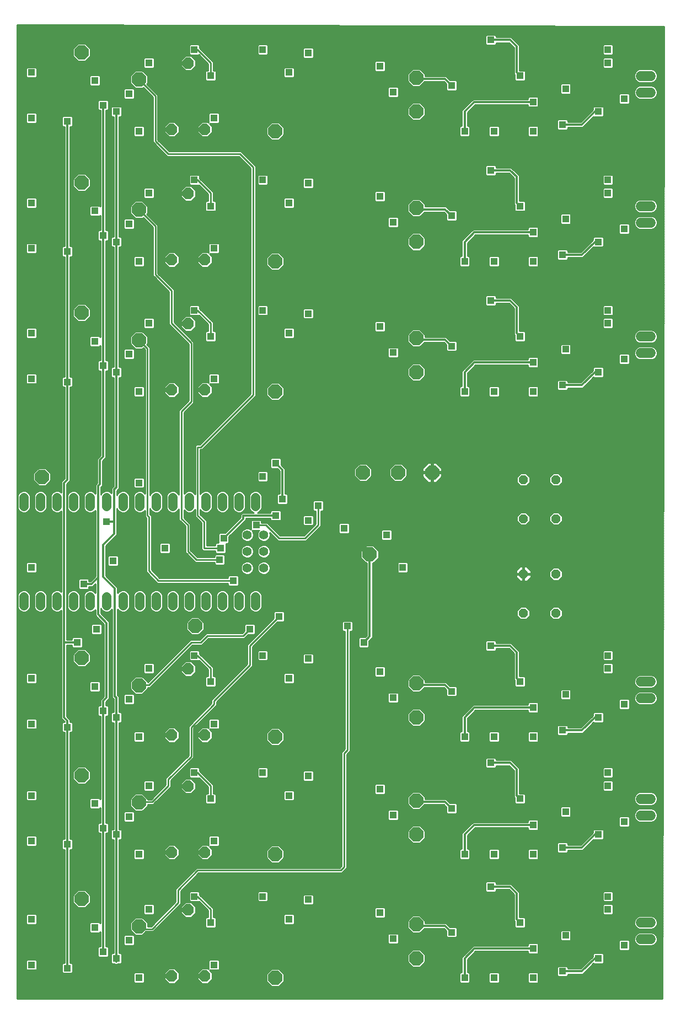
<source format=gbl>
G75*
%MOIN*%
%OFA0B0*%
%FSLAX25Y25*%
%IPPOS*%
%LPD*%
%AMOC8*
5,1,8,0,0,1.08239X$1,22.5*
%
%ADD10C,0.06000*%
%ADD11OC8,0.07000*%
%ADD12OC8,0.08500*%
%ADD13OC8,0.05600*%
%ADD14C,0.05550*%
%ADD15C,0.05550*%
%ADD16R,0.04362X0.04362*%
%ADD17C,0.01200*%
%ADD18C,0.01000*%
D10*
X0430783Y0161013D02*
X0436783Y0161013D01*
X0436783Y0171013D02*
X0430783Y0171013D01*
X0430783Y0235816D02*
X0436783Y0235816D01*
X0436783Y0245816D02*
X0430783Y0245816D01*
X0430783Y0306682D02*
X0436783Y0306682D01*
X0436783Y0316682D02*
X0430783Y0316682D01*
X0430783Y0515343D02*
X0436783Y0515343D01*
X0436783Y0525343D02*
X0430783Y0525343D01*
X0430783Y0594083D02*
X0436783Y0594083D01*
X0436783Y0604083D02*
X0430783Y0604083D01*
X0430783Y0672824D02*
X0436783Y0672824D01*
X0436783Y0682824D02*
X0430783Y0682824D01*
D11*
X0167287Y0650501D03*
X0147287Y0650501D03*
X0157287Y0611761D03*
X0147287Y0571761D03*
X0167287Y0571761D03*
X0157287Y0533020D03*
X0147287Y0493020D03*
X0167287Y0493020D03*
X0157287Y0324359D03*
X0147287Y0284359D03*
X0167287Y0284359D03*
X0157287Y0253493D03*
X0147287Y0213493D03*
X0167287Y0213493D03*
X0157287Y0178690D03*
X0147287Y0138690D03*
X0167287Y0138690D03*
X0157287Y0690501D03*
D12*
X0127366Y0680658D03*
X0092760Y0697036D03*
X0092760Y0618296D03*
X0127366Y0601918D03*
X0092760Y0539556D03*
X0127366Y0523178D03*
X0068862Y0440501D03*
X0092760Y0330894D03*
X0127366Y0314517D03*
X0161382Y0350265D03*
X0209807Y0283335D03*
X0209807Y0212469D03*
X0209807Y0137666D03*
X0127366Y0168847D03*
X0092760Y0185225D03*
X0127366Y0243650D03*
X0092760Y0260028D03*
X0209807Y0491997D03*
X0262917Y0443099D03*
X0284138Y0443099D03*
X0304689Y0443099D03*
X0266972Y0393572D03*
X0295004Y0315619D03*
X0295161Y0295146D03*
X0295004Y0244753D03*
X0295161Y0224280D03*
X0295004Y0169950D03*
X0295161Y0149477D03*
X0295161Y0503808D03*
X0295004Y0524280D03*
X0295161Y0582548D03*
X0295004Y0603020D03*
X0295161Y0661288D03*
X0295004Y0681761D03*
X0209807Y0649477D03*
X0209807Y0570737D03*
D13*
X0359810Y0438797D03*
X0359810Y0415197D03*
X0379410Y0415197D03*
X0379410Y0438797D03*
X0379410Y0381710D03*
X0379410Y0358110D03*
X0359810Y0358110D03*
X0359810Y0381710D03*
D14*
X0197917Y0368118D02*
X0197917Y0362569D01*
X0187917Y0362569D02*
X0187917Y0368118D01*
X0177917Y0368118D02*
X0177917Y0362569D01*
X0167917Y0362569D02*
X0167917Y0368118D01*
X0157917Y0368118D02*
X0157917Y0362569D01*
X0147917Y0362569D02*
X0147917Y0368118D01*
X0137917Y0368118D02*
X0137917Y0362569D01*
X0127917Y0362569D02*
X0127917Y0368118D01*
X0117917Y0368118D02*
X0117917Y0362569D01*
X0107917Y0362569D02*
X0107917Y0368118D01*
X0097917Y0368118D02*
X0097917Y0362569D01*
X0087917Y0362569D02*
X0087917Y0368118D01*
X0077917Y0368118D02*
X0077917Y0362569D01*
X0067917Y0362569D02*
X0067917Y0368118D01*
X0057917Y0368118D02*
X0057917Y0362569D01*
X0057917Y0422569D02*
X0057917Y0428118D01*
X0067917Y0428118D02*
X0067917Y0422569D01*
X0077917Y0422569D02*
X0077917Y0428118D01*
X0087917Y0428118D02*
X0087917Y0422569D01*
X0097917Y0422569D02*
X0097917Y0428118D01*
X0107917Y0428118D02*
X0107917Y0422569D01*
X0117917Y0422569D02*
X0117917Y0428118D01*
X0127917Y0428118D02*
X0127917Y0422569D01*
X0137917Y0422569D02*
X0137917Y0428118D01*
X0147917Y0428118D02*
X0147917Y0422569D01*
X0157917Y0422569D02*
X0157917Y0428118D01*
X0167917Y0428118D02*
X0167917Y0422569D01*
X0177917Y0422569D02*
X0177917Y0428118D01*
X0187917Y0428118D02*
X0187917Y0422569D01*
X0197917Y0422569D02*
X0197917Y0428118D01*
D15*
X0192917Y0405343D03*
X0192917Y0395343D03*
X0192917Y0385343D03*
X0202917Y0385343D03*
X0202917Y0395343D03*
X0202917Y0405343D03*
D16*
X0198350Y0411249D03*
X0210161Y0417154D03*
X0214098Y0426997D03*
X0202287Y0440776D03*
X0210161Y0448650D03*
X0229846Y0414202D03*
X0235752Y0423060D03*
X0251500Y0409280D03*
X0277169Y0405422D03*
X0286933Y0385658D03*
X0263311Y0340383D03*
X0253469Y0350225D03*
X0273154Y0322666D03*
X0281028Y0306918D03*
X0316461Y0310855D03*
X0324335Y0283296D03*
X0342051Y0283296D03*
X0340083Y0267548D03*
X0357799Y0245894D03*
X0363705Y0241957D03*
X0365673Y0230146D03*
X0365673Y0212430D03*
X0383390Y0216367D03*
X0395201Y0234083D03*
X0385358Y0238020D03*
X0405043Y0224241D03*
X0420791Y0232115D03*
X0410949Y0253769D03*
X0410949Y0261643D03*
X0405043Y0295107D03*
X0395201Y0304950D03*
X0385358Y0308887D03*
X0383390Y0287233D03*
X0365673Y0283296D03*
X0365673Y0301013D03*
X0363705Y0312824D03*
X0357799Y0316761D03*
X0340083Y0338414D03*
X0316461Y0239989D03*
X0324335Y0212430D03*
X0342051Y0212430D03*
X0340083Y0192745D03*
X0357799Y0171091D03*
X0363705Y0167154D03*
X0365673Y0155343D03*
X0365673Y0137627D03*
X0383390Y0141564D03*
X0395201Y0159280D03*
X0385358Y0163217D03*
X0405043Y0149438D03*
X0420791Y0157312D03*
X0410949Y0178965D03*
X0410949Y0186839D03*
X0342051Y0137627D03*
X0324335Y0137627D03*
X0316461Y0165186D03*
X0281028Y0161249D03*
X0273154Y0176997D03*
X0281028Y0236052D03*
X0273154Y0251800D03*
X0229846Y0259674D03*
X0218035Y0247863D03*
X0202287Y0261643D03*
X0186539Y0230146D03*
X0172760Y0220304D03*
X0170791Y0245894D03*
X0176697Y0261643D03*
X0160949Y0261643D03*
X0172760Y0291170D03*
X0186539Y0301013D03*
X0170791Y0316761D03*
X0176697Y0332509D03*
X0194413Y0348257D03*
X0202287Y0332509D03*
X0218035Y0318729D03*
X0229846Y0330540D03*
X0212130Y0356131D03*
X0184571Y0377784D03*
X0176303Y0390383D03*
X0176697Y0397469D03*
X0178665Y0403375D03*
X0143232Y0397469D03*
X0127484Y0436839D03*
X0107799Y0413217D03*
X0111736Y0389595D03*
X0094020Y0375816D03*
X0101894Y0348257D03*
X0090083Y0340383D03*
X0100909Y0313808D03*
X0105831Y0299044D03*
X0113705Y0295107D03*
X0121579Y0305934D03*
X0133390Y0324635D03*
X0160949Y0332509D03*
X0127484Y0283296D03*
X0133390Y0253769D03*
X0121579Y0235068D03*
X0113705Y0224241D03*
X0105831Y0228178D03*
X0100909Y0242942D03*
X0084177Y0218335D03*
X0062524Y0220304D03*
X0062524Y0247863D03*
X0062524Y0291170D03*
X0062524Y0318729D03*
X0084177Y0289202D03*
X0127484Y0212430D03*
X0133390Y0178965D03*
X0121579Y0160265D03*
X0113705Y0149438D03*
X0105831Y0153375D03*
X0100909Y0168139D03*
X0084177Y0143532D03*
X0062524Y0145501D03*
X0062524Y0173060D03*
X0127484Y0137627D03*
X0160949Y0186839D03*
X0170791Y0171091D03*
X0176697Y0186839D03*
X0186539Y0155343D03*
X0172760Y0145501D03*
X0202287Y0186839D03*
X0218035Y0173060D03*
X0229846Y0184871D03*
X0229846Y0153375D03*
X0229846Y0228178D03*
X0229846Y0299044D03*
X0324335Y0491957D03*
X0342051Y0491957D03*
X0365673Y0491957D03*
X0365673Y0509674D03*
X0363705Y0521485D03*
X0357799Y0525422D03*
X0340083Y0547076D03*
X0342051Y0570698D03*
X0324335Y0570698D03*
X0316461Y0598257D03*
X0340083Y0625816D03*
X0342051Y0649438D03*
X0324335Y0649438D03*
X0316461Y0676997D03*
X0340083Y0704556D03*
X0357799Y0682902D03*
X0363705Y0678965D03*
X0365673Y0667154D03*
X0365673Y0649438D03*
X0383390Y0653375D03*
X0395201Y0671091D03*
X0385358Y0675028D03*
X0405043Y0661249D03*
X0420791Y0669123D03*
X0410949Y0690776D03*
X0410949Y0698650D03*
X0410949Y0619910D03*
X0410949Y0612036D03*
X0420791Y0590383D03*
X0405043Y0582509D03*
X0395201Y0592351D03*
X0385358Y0596288D03*
X0383390Y0574635D03*
X0365673Y0570698D03*
X0365673Y0588414D03*
X0363705Y0600225D03*
X0357799Y0604162D03*
X0410949Y0541170D03*
X0410949Y0533296D03*
X0420791Y0511643D03*
X0405043Y0503769D03*
X0395201Y0513611D03*
X0385358Y0517548D03*
X0383390Y0495894D03*
X0316461Y0519517D03*
X0281028Y0515580D03*
X0273154Y0531328D03*
X0229846Y0539202D03*
X0218035Y0527391D03*
X0202287Y0541170D03*
X0176697Y0541170D03*
X0170791Y0525422D03*
X0160949Y0541170D03*
X0133390Y0533296D03*
X0121579Y0514595D03*
X0113705Y0503769D03*
X0105831Y0507706D03*
X0100909Y0522469D03*
X0084177Y0497863D03*
X0062524Y0499831D03*
X0062524Y0527391D03*
X0084177Y0576603D03*
X0105831Y0586446D03*
X0113705Y0582509D03*
X0121579Y0593335D03*
X0133390Y0612036D03*
X0160949Y0619910D03*
X0170791Y0604162D03*
X0176697Y0619910D03*
X0186539Y0588414D03*
X0172760Y0578572D03*
X0202287Y0619910D03*
X0218035Y0606131D03*
X0229846Y0617942D03*
X0229846Y0586446D03*
X0273154Y0610068D03*
X0281028Y0594320D03*
X0281028Y0673060D03*
X0273154Y0688808D03*
X0229846Y0696682D03*
X0218035Y0684871D03*
X0202287Y0698650D03*
X0186539Y0667154D03*
X0172760Y0657312D03*
X0170791Y0682902D03*
X0176697Y0698650D03*
X0160949Y0698650D03*
X0133390Y0690776D03*
X0121579Y0672076D03*
X0113705Y0661249D03*
X0105831Y0665186D03*
X0100909Y0679950D03*
X0084177Y0655343D03*
X0062524Y0657312D03*
X0062524Y0684871D03*
X0062524Y0606131D03*
X0062524Y0578572D03*
X0100909Y0601209D03*
X0127484Y0570698D03*
X0127484Y0649438D03*
X0186539Y0509674D03*
X0172760Y0499831D03*
X0127484Y0491957D03*
X0062524Y0385658D03*
X0229846Y0507706D03*
X0229846Y0665186D03*
X0410949Y0332509D03*
X0410949Y0324635D03*
X0420791Y0302981D03*
D17*
X0405043Y0295107D02*
X0403075Y0295107D01*
X0395201Y0287233D01*
X0383390Y0287233D01*
X0395201Y0304950D02*
X0395201Y0308887D01*
X0365673Y0301013D02*
X0330240Y0301013D01*
X0324335Y0295107D01*
X0324335Y0283296D01*
X0340083Y0267548D02*
X0351894Y0267548D01*
X0355831Y0263611D01*
X0355831Y0247863D01*
X0357799Y0245894D01*
X0365673Y0230146D02*
X0330240Y0230146D01*
X0324335Y0224241D01*
X0324335Y0212430D01*
X0340083Y0192745D02*
X0351894Y0192745D01*
X0355831Y0188808D01*
X0355831Y0173060D01*
X0357799Y0171091D01*
X0365673Y0155343D02*
X0330240Y0155343D01*
X0324335Y0149438D01*
X0324335Y0137627D01*
X0316461Y0165186D02*
X0312524Y0169123D01*
X0295831Y0169123D01*
X0295004Y0169950D01*
X0316461Y0239989D02*
X0312524Y0243926D01*
X0295831Y0243926D01*
X0295004Y0244753D01*
X0316461Y0310855D02*
X0312524Y0314792D01*
X0295831Y0314792D01*
X0295004Y0315619D01*
X0266972Y0344044D02*
X0263311Y0340383D01*
X0266972Y0344044D02*
X0266972Y0393572D01*
X0214098Y0426997D02*
X0214098Y0444713D01*
X0210161Y0448650D01*
X0210161Y0417154D02*
X0190476Y0417154D01*
X0190476Y0415186D01*
X0178665Y0403375D01*
X0112524Y0406131D02*
X0105831Y0399438D01*
X0105831Y0380146D01*
X0112917Y0373060D01*
X0112917Y0307706D01*
X0113705Y0306918D01*
X0113705Y0295107D01*
X0113705Y0224241D01*
X0113705Y0147469D01*
X0105831Y0153375D02*
X0105831Y0228178D01*
X0105831Y0299044D01*
X0105831Y0304950D01*
X0107799Y0306918D01*
X0107799Y0352194D01*
X0102681Y0357312D01*
X0102681Y0379753D01*
X0098744Y0375816D01*
X0094020Y0375816D01*
X0102681Y0379753D02*
X0102681Y0434871D01*
X0103862Y0436052D01*
X0103862Y0450619D01*
X0105831Y0452587D01*
X0105831Y0507706D01*
X0105831Y0584477D01*
X0105831Y0665186D01*
X0113705Y0661249D02*
X0113705Y0580540D01*
X0113705Y0501800D01*
X0113705Y0434083D01*
X0112524Y0432902D01*
X0112524Y0413217D01*
X0107799Y0413217D01*
X0112524Y0413217D02*
X0112524Y0406131D01*
X0082209Y0436839D02*
X0084177Y0438808D01*
X0084177Y0497863D01*
X0084177Y0576603D01*
X0084177Y0655343D01*
X0082209Y0436839D02*
X0082209Y0340383D01*
X0090083Y0340383D01*
X0082209Y0340383D02*
X0082209Y0295107D01*
X0084177Y0293139D01*
X0084177Y0289202D01*
X0084177Y0218335D01*
X0084177Y0143532D01*
X0324335Y0491957D02*
X0324335Y0503769D01*
X0330240Y0509674D01*
X0365673Y0509674D01*
X0357799Y0525422D02*
X0355831Y0527391D01*
X0355831Y0543139D01*
X0351894Y0547076D01*
X0340083Y0547076D01*
X0324335Y0570698D02*
X0324335Y0582509D01*
X0330240Y0588414D01*
X0365673Y0588414D01*
X0357799Y0604162D02*
X0355831Y0606131D01*
X0355831Y0621879D01*
X0351894Y0625816D01*
X0340083Y0625816D01*
X0324335Y0649438D02*
X0324335Y0661249D01*
X0330240Y0667154D01*
X0365673Y0667154D01*
X0357799Y0682902D02*
X0355831Y0684871D01*
X0355831Y0700619D01*
X0351894Y0704556D01*
X0340083Y0704556D01*
X0316461Y0676997D02*
X0312524Y0680934D01*
X0295831Y0680934D01*
X0295004Y0681761D01*
X0295004Y0603020D02*
X0295831Y0602194D01*
X0312524Y0602194D01*
X0316461Y0598257D01*
X0312524Y0523454D02*
X0295831Y0523454D01*
X0295004Y0524280D01*
X0312524Y0523454D02*
X0316461Y0519517D01*
X0383390Y0495894D02*
X0395201Y0495894D01*
X0403075Y0503769D01*
X0405043Y0503769D01*
X0395201Y0513611D02*
X0395201Y0517548D01*
X0395201Y0574635D02*
X0383390Y0574635D01*
X0395201Y0574635D02*
X0403075Y0582509D01*
X0405043Y0582509D01*
X0395201Y0592351D02*
X0395201Y0596288D01*
X0395201Y0653375D02*
X0383390Y0653375D01*
X0395201Y0653375D02*
X0403075Y0661249D01*
X0405043Y0661249D01*
X0395201Y0671091D02*
X0395201Y0675028D01*
X0351894Y0338414D02*
X0340083Y0338414D01*
X0351894Y0338414D02*
X0355831Y0334477D01*
X0355831Y0318729D01*
X0357799Y0316761D01*
X0395201Y0238020D02*
X0395201Y0234083D01*
X0403075Y0224241D02*
X0395201Y0216367D01*
X0383390Y0216367D01*
X0403075Y0224241D02*
X0405043Y0224241D01*
X0395201Y0163217D02*
X0395201Y0159280D01*
X0403075Y0149438D02*
X0395201Y0141564D01*
X0383390Y0141564D01*
X0403075Y0149438D02*
X0405043Y0149438D01*
D18*
X0053781Y0124947D02*
X0053781Y0713610D01*
X0444965Y0712553D01*
X0443906Y0124947D01*
X0053781Y0124947D01*
X0053781Y0125844D02*
X0443908Y0125844D01*
X0443909Y0126843D02*
X0053781Y0126843D01*
X0053781Y0127841D02*
X0443911Y0127841D01*
X0443913Y0128840D02*
X0053781Y0128840D01*
X0053781Y0129838D02*
X0443915Y0129838D01*
X0443917Y0130837D02*
X0053781Y0130837D01*
X0053781Y0131835D02*
X0443918Y0131835D01*
X0443920Y0132834D02*
X0212541Y0132834D01*
X0212023Y0132316D02*
X0215157Y0135450D01*
X0215157Y0139882D01*
X0212023Y0143016D01*
X0207591Y0143016D01*
X0204457Y0139882D01*
X0204457Y0135450D01*
X0207591Y0132316D01*
X0212023Y0132316D01*
X0213539Y0133832D02*
X0443922Y0133832D01*
X0443924Y0134831D02*
X0368795Y0134831D01*
X0368954Y0134990D02*
X0368310Y0134346D01*
X0363036Y0134346D01*
X0362392Y0134990D01*
X0362392Y0140264D01*
X0363036Y0140908D01*
X0368310Y0140908D01*
X0368954Y0140264D01*
X0368954Y0134990D01*
X0368954Y0135829D02*
X0443926Y0135829D01*
X0443927Y0136828D02*
X0368954Y0136828D01*
X0368954Y0137826D02*
X0443929Y0137826D01*
X0443931Y0138825D02*
X0386569Y0138825D01*
X0386671Y0138927D02*
X0386027Y0138283D01*
X0380753Y0138283D01*
X0380109Y0138927D01*
X0380109Y0144201D01*
X0380753Y0144845D01*
X0386027Y0144845D01*
X0386671Y0144201D01*
X0386671Y0143264D01*
X0394497Y0143264D01*
X0401375Y0150142D01*
X0401762Y0150529D01*
X0401762Y0152075D01*
X0402407Y0152719D01*
X0407680Y0152719D01*
X0408324Y0152075D01*
X0408324Y0146801D01*
X0407680Y0146157D01*
X0402407Y0146157D01*
X0402302Y0146261D01*
X0395905Y0139864D01*
X0386671Y0139864D01*
X0386671Y0138927D01*
X0386671Y0139823D02*
X0443933Y0139823D01*
X0443935Y0140822D02*
X0396863Y0140822D01*
X0397862Y0141820D02*
X0443936Y0141820D01*
X0443938Y0142819D02*
X0398860Y0142819D01*
X0399859Y0143817D02*
X0443940Y0143817D01*
X0443942Y0144816D02*
X0400857Y0144816D01*
X0401856Y0145814D02*
X0443944Y0145814D01*
X0443945Y0146813D02*
X0408324Y0146813D01*
X0408324Y0147812D02*
X0443947Y0147812D01*
X0443949Y0148810D02*
X0408324Y0148810D01*
X0408324Y0149809D02*
X0443951Y0149809D01*
X0443953Y0150807D02*
X0408324Y0150807D01*
X0408324Y0151806D02*
X0443954Y0151806D01*
X0443956Y0152804D02*
X0368954Y0152804D01*
X0368954Y0152707D02*
X0368310Y0152062D01*
X0363036Y0152062D01*
X0362392Y0152707D01*
X0362392Y0153643D01*
X0330944Y0153643D01*
X0326035Y0148734D01*
X0326035Y0140908D01*
X0326971Y0140908D01*
X0327616Y0140264D01*
X0327616Y0134990D01*
X0326971Y0134346D01*
X0321698Y0134346D01*
X0321054Y0134990D01*
X0321054Y0140264D01*
X0321698Y0140908D01*
X0322635Y0140908D01*
X0322635Y0150142D01*
X0323630Y0151138D01*
X0329536Y0157043D01*
X0362392Y0157043D01*
X0362392Y0157980D01*
X0363036Y0158624D01*
X0368310Y0158624D01*
X0368954Y0157980D01*
X0368954Y0152707D01*
X0368954Y0153803D02*
X0443958Y0153803D01*
X0443960Y0154801D02*
X0424072Y0154801D01*
X0424072Y0154675D02*
X0423428Y0154031D01*
X0418155Y0154031D01*
X0417510Y0154675D01*
X0417510Y0159949D01*
X0418155Y0160593D01*
X0423428Y0160593D01*
X0424072Y0159949D01*
X0424072Y0154675D01*
X0424072Y0155800D02*
X0443962Y0155800D01*
X0443963Y0156798D02*
X0424072Y0156798D01*
X0424072Y0157797D02*
X0428201Y0157797D01*
X0428461Y0157537D02*
X0429968Y0156913D01*
X0437599Y0156913D01*
X0439106Y0157537D01*
X0440259Y0158690D01*
X0440883Y0160197D01*
X0440883Y0161828D01*
X0440259Y0163335D01*
X0439106Y0164488D01*
X0437599Y0165113D01*
X0429968Y0165113D01*
X0428461Y0164488D01*
X0427308Y0163335D01*
X0426683Y0161828D01*
X0426683Y0160197D01*
X0427308Y0158690D01*
X0428461Y0157537D01*
X0427264Y0158795D02*
X0424072Y0158795D01*
X0424072Y0159794D02*
X0426851Y0159794D01*
X0426683Y0160792D02*
X0388639Y0160792D01*
X0388639Y0160581D02*
X0387995Y0159936D01*
X0382722Y0159936D01*
X0382077Y0160581D01*
X0382077Y0165854D01*
X0382722Y0166498D01*
X0387995Y0166498D01*
X0388639Y0165854D01*
X0388639Y0160581D01*
X0388639Y0161791D02*
X0426683Y0161791D01*
X0427082Y0162789D02*
X0388639Y0162789D01*
X0388639Y0163788D02*
X0427760Y0163788D01*
X0429180Y0164786D02*
X0388639Y0164786D01*
X0388639Y0165785D02*
X0443980Y0165785D01*
X0443981Y0166783D02*
X0319742Y0166783D01*
X0319742Y0165785D02*
X0382077Y0165785D01*
X0382077Y0164786D02*
X0319742Y0164786D01*
X0319742Y0163788D02*
X0382077Y0163788D01*
X0382077Y0162789D02*
X0319742Y0162789D01*
X0319742Y0162549D02*
X0319742Y0167823D01*
X0319097Y0168467D01*
X0315584Y0168467D01*
X0314224Y0169827D01*
X0313228Y0170823D01*
X0300354Y0170823D01*
X0300354Y0172166D01*
X0297220Y0175300D01*
X0292788Y0175300D01*
X0289654Y0172166D01*
X0289654Y0167734D01*
X0292788Y0164600D01*
X0297220Y0164600D01*
X0300043Y0167423D01*
X0311819Y0167423D01*
X0313180Y0166063D01*
X0313180Y0162549D01*
X0313824Y0161905D01*
X0319097Y0161905D01*
X0319742Y0162549D01*
X0319742Y0167782D02*
X0428216Y0167782D01*
X0428461Y0167537D02*
X0429968Y0166913D01*
X0437599Y0166913D01*
X0439106Y0167537D01*
X0440259Y0168690D01*
X0440883Y0170197D01*
X0440883Y0171828D01*
X0440259Y0173335D01*
X0439106Y0174488D01*
X0437599Y0175113D01*
X0429968Y0175113D01*
X0428461Y0174488D01*
X0427308Y0173335D01*
X0426683Y0171828D01*
X0426683Y0170197D01*
X0427308Y0168690D01*
X0428461Y0167537D01*
X0427270Y0168780D02*
X0361080Y0168780D01*
X0361080Y0168455D02*
X0361080Y0173728D01*
X0360436Y0174372D01*
X0357531Y0174372D01*
X0357531Y0189512D01*
X0356535Y0190508D01*
X0353594Y0193449D01*
X0352598Y0194445D01*
X0343364Y0194445D01*
X0343364Y0195382D01*
X0342719Y0196026D01*
X0337446Y0196026D01*
X0336802Y0195382D01*
X0336802Y0190108D01*
X0337446Y0189464D01*
X0342719Y0189464D01*
X0343364Y0190108D01*
X0343364Y0191045D01*
X0351190Y0191045D01*
X0354131Y0188104D01*
X0354131Y0172356D01*
X0354518Y0171968D01*
X0354518Y0168455D01*
X0355162Y0167810D01*
X0360436Y0167810D01*
X0361080Y0168455D01*
X0361080Y0169779D02*
X0426857Y0169779D01*
X0426683Y0170777D02*
X0361080Y0170777D01*
X0361080Y0171776D02*
X0426683Y0171776D01*
X0427075Y0172774D02*
X0361080Y0172774D01*
X0361036Y0173773D02*
X0427745Y0173773D01*
X0429144Y0174771D02*
X0357531Y0174771D01*
X0357531Y0175770D02*
X0408226Y0175770D01*
X0408312Y0175684D02*
X0413586Y0175684D01*
X0414230Y0176329D01*
X0414230Y0181602D01*
X0413586Y0182246D01*
X0408312Y0182246D01*
X0407668Y0181602D01*
X0407668Y0176329D01*
X0408312Y0175684D01*
X0407668Y0176768D02*
X0357531Y0176768D01*
X0357531Y0177767D02*
X0407668Y0177767D01*
X0407668Y0178765D02*
X0357531Y0178765D01*
X0357531Y0179764D02*
X0407668Y0179764D01*
X0407668Y0180762D02*
X0357531Y0180762D01*
X0357531Y0181761D02*
X0407827Y0181761D01*
X0408312Y0183558D02*
X0413586Y0183558D01*
X0414230Y0184203D01*
X0414230Y0189476D01*
X0413586Y0190120D01*
X0408312Y0190120D01*
X0407668Y0189476D01*
X0407668Y0184203D01*
X0408312Y0183558D01*
X0408112Y0183758D02*
X0357531Y0183758D01*
X0357531Y0184756D02*
X0407668Y0184756D01*
X0407668Y0185755D02*
X0357531Y0185755D01*
X0357531Y0186753D02*
X0407668Y0186753D01*
X0407668Y0187752D02*
X0357531Y0187752D01*
X0357531Y0188750D02*
X0407668Y0188750D01*
X0407941Y0189749D02*
X0357294Y0189749D01*
X0356295Y0190748D02*
X0444025Y0190748D01*
X0444026Y0191746D02*
X0355297Y0191746D01*
X0354298Y0192745D02*
X0444028Y0192745D01*
X0444030Y0193743D02*
X0353300Y0193743D01*
X0351487Y0190748D02*
X0343364Y0190748D01*
X0343005Y0189749D02*
X0352485Y0189749D01*
X0353484Y0188750D02*
X0205568Y0188750D01*
X0205568Y0189476D02*
X0204924Y0190120D01*
X0199651Y0190120D01*
X0199006Y0189476D01*
X0199006Y0184203D01*
X0199651Y0183558D01*
X0204924Y0183558D01*
X0205568Y0184203D01*
X0205568Y0189476D01*
X0205296Y0189749D02*
X0337161Y0189749D01*
X0336802Y0190748D02*
X0153340Y0190748D01*
X0152706Y0190114D02*
X0163580Y0200987D01*
X0250194Y0200987D01*
X0251131Y0201925D01*
X0253100Y0203893D01*
X0253100Y0272791D01*
X0254131Y0273822D01*
X0254131Y0273822D01*
X0255068Y0274759D01*
X0255068Y0346944D01*
X0256105Y0346944D01*
X0256750Y0347588D01*
X0256750Y0352862D01*
X0256105Y0353506D01*
X0250832Y0353506D01*
X0250187Y0352862D01*
X0250187Y0347588D01*
X0250832Y0346944D01*
X0251869Y0346944D01*
X0251869Y0276085D01*
X0250837Y0275054D01*
X0249900Y0274116D01*
X0249900Y0205219D01*
X0248869Y0204187D01*
X0162255Y0204187D01*
X0150444Y0192376D01*
X0149506Y0191439D01*
X0149506Y0183565D01*
X0134696Y0168754D01*
X0132716Y0168754D01*
X0132716Y0171063D01*
X0129582Y0174197D01*
X0125150Y0174197D01*
X0122016Y0171063D01*
X0122016Y0166631D01*
X0125150Y0163497D01*
X0129582Y0163497D01*
X0131639Y0165554D01*
X0136021Y0165554D01*
X0136958Y0166492D01*
X0152706Y0182240D01*
X0152706Y0190114D01*
X0152706Y0189749D02*
X0157941Y0189749D01*
X0157668Y0189476D02*
X0157668Y0184203D01*
X0158312Y0183558D01*
X0163586Y0183558D01*
X0163761Y0183733D01*
X0169191Y0178303D01*
X0169191Y0174372D01*
X0168155Y0174372D01*
X0167510Y0173728D01*
X0167510Y0168455D01*
X0168155Y0167810D01*
X0173428Y0167810D01*
X0174072Y0168455D01*
X0174072Y0173728D01*
X0173428Y0174372D01*
X0172391Y0174372D01*
X0172391Y0179628D01*
X0171454Y0180565D01*
X0164230Y0187790D01*
X0164230Y0189476D01*
X0163586Y0190120D01*
X0158312Y0190120D01*
X0157668Y0189476D01*
X0157668Y0188750D02*
X0152706Y0188750D01*
X0152706Y0187752D02*
X0157668Y0187752D01*
X0157668Y0186753D02*
X0152706Y0186753D01*
X0152706Y0185755D02*
X0157668Y0185755D01*
X0157668Y0184756D02*
X0152706Y0184756D01*
X0152706Y0183758D02*
X0158112Y0183758D01*
X0159193Y0183290D02*
X0155382Y0183290D01*
X0152687Y0180595D01*
X0152687Y0176784D01*
X0155382Y0174090D01*
X0159193Y0174090D01*
X0161887Y0176784D01*
X0161887Y0180595D01*
X0159193Y0183290D01*
X0159723Y0182759D02*
X0164735Y0182759D01*
X0165733Y0181761D02*
X0160722Y0181761D01*
X0161720Y0180762D02*
X0166732Y0180762D01*
X0167730Y0179764D02*
X0161887Y0179764D01*
X0161887Y0178765D02*
X0168729Y0178765D01*
X0169191Y0177767D02*
X0161887Y0177767D01*
X0161871Y0176768D02*
X0169191Y0176768D01*
X0169191Y0175770D02*
X0160873Y0175770D01*
X0159874Y0174771D02*
X0169191Y0174771D01*
X0167555Y0173773D02*
X0144239Y0173773D01*
X0143241Y0172774D02*
X0167510Y0172774D01*
X0167510Y0171776D02*
X0142242Y0171776D01*
X0141244Y0170777D02*
X0167510Y0170777D01*
X0167510Y0169779D02*
X0140245Y0169779D01*
X0139247Y0168780D02*
X0167510Y0168780D01*
X0170791Y0171091D02*
X0170791Y0178965D01*
X0162917Y0186839D01*
X0160949Y0186839D01*
X0164267Y0187752D02*
X0199006Y0187752D01*
X0199006Y0188750D02*
X0164230Y0188750D01*
X0163957Y0189749D02*
X0199279Y0189749D01*
X0199006Y0186753D02*
X0165266Y0186753D01*
X0166264Y0185755D02*
X0199006Y0185755D01*
X0199006Y0184756D02*
X0167263Y0184756D01*
X0168261Y0183758D02*
X0199451Y0183758D01*
X0205124Y0183758D02*
X0226565Y0183758D01*
X0226565Y0184756D02*
X0205568Y0184756D01*
X0205568Y0185755D02*
X0226565Y0185755D01*
X0226565Y0186753D02*
X0205568Y0186753D01*
X0205568Y0187752D02*
X0226810Y0187752D01*
X0226565Y0187508D02*
X0226565Y0182234D01*
X0227210Y0181590D01*
X0232483Y0181590D01*
X0233128Y0182234D01*
X0233128Y0187508D01*
X0232483Y0188152D01*
X0227210Y0188152D01*
X0226565Y0187508D01*
X0226565Y0182759D02*
X0169260Y0182759D01*
X0170259Y0181761D02*
X0227039Y0181761D01*
X0232654Y0181761D02*
X0354131Y0181761D01*
X0354131Y0182759D02*
X0233128Y0182759D01*
X0233128Y0183758D02*
X0354131Y0183758D01*
X0354131Y0184756D02*
X0233128Y0184756D01*
X0233128Y0185755D02*
X0354131Y0185755D01*
X0354131Y0186753D02*
X0233128Y0186753D01*
X0232883Y0187752D02*
X0354131Y0187752D01*
X0357531Y0182759D02*
X0444010Y0182759D01*
X0444008Y0181761D02*
X0414071Y0181761D01*
X0414230Y0180762D02*
X0444007Y0180762D01*
X0444005Y0179764D02*
X0414230Y0179764D01*
X0414230Y0178765D02*
X0444003Y0178765D01*
X0444001Y0177767D02*
X0414230Y0177767D01*
X0414230Y0176768D02*
X0443999Y0176768D01*
X0443998Y0175770D02*
X0413671Y0175770D01*
X0413785Y0183758D02*
X0444012Y0183758D01*
X0444014Y0184756D02*
X0414230Y0184756D01*
X0414230Y0185755D02*
X0444016Y0185755D01*
X0444017Y0186753D02*
X0414230Y0186753D01*
X0414230Y0187752D02*
X0444019Y0187752D01*
X0444021Y0188750D02*
X0414230Y0188750D01*
X0413957Y0189749D02*
X0444023Y0189749D01*
X0444032Y0194742D02*
X0343364Y0194742D01*
X0343005Y0195740D02*
X0444034Y0195740D01*
X0444035Y0196739D02*
X0159331Y0196739D01*
X0160330Y0197737D02*
X0444037Y0197737D01*
X0444039Y0198736D02*
X0161328Y0198736D01*
X0162327Y0199734D02*
X0444041Y0199734D01*
X0444043Y0200733D02*
X0163325Y0200733D01*
X0162917Y0202587D02*
X0151106Y0190776D01*
X0151106Y0182902D01*
X0135358Y0167154D01*
X0129059Y0167154D01*
X0127366Y0168847D01*
X0132716Y0168780D02*
X0134721Y0168780D01*
X0135720Y0169779D02*
X0132716Y0169779D01*
X0132716Y0170777D02*
X0136718Y0170777D01*
X0137717Y0171776D02*
X0132004Y0171776D01*
X0131005Y0172774D02*
X0138716Y0172774D01*
X0139714Y0173773D02*
X0130007Y0173773D01*
X0130753Y0175684D02*
X0136027Y0175684D01*
X0136671Y0176329D01*
X0136671Y0181602D01*
X0136027Y0182246D01*
X0130753Y0182246D01*
X0130109Y0181602D01*
X0130109Y0176329D01*
X0130753Y0175684D01*
X0130667Y0175770D02*
X0115405Y0175770D01*
X0115405Y0176768D02*
X0130109Y0176768D01*
X0130109Y0177767D02*
X0115405Y0177767D01*
X0115405Y0178765D02*
X0130109Y0178765D01*
X0130109Y0179764D02*
X0115405Y0179764D01*
X0115405Y0180762D02*
X0130109Y0180762D01*
X0130267Y0181761D02*
X0115405Y0181761D01*
X0115405Y0182759D02*
X0148701Y0182759D01*
X0149506Y0183758D02*
X0115405Y0183758D01*
X0115405Y0184756D02*
X0149506Y0184756D01*
X0149506Y0185755D02*
X0115405Y0185755D01*
X0115405Y0186753D02*
X0149506Y0186753D01*
X0149506Y0187752D02*
X0115405Y0187752D01*
X0115405Y0188750D02*
X0149506Y0188750D01*
X0149506Y0189749D02*
X0115405Y0189749D01*
X0115405Y0190748D02*
X0149506Y0190748D01*
X0149813Y0191746D02*
X0115405Y0191746D01*
X0115405Y0192745D02*
X0150812Y0192745D01*
X0151810Y0193743D02*
X0115405Y0193743D01*
X0115405Y0194742D02*
X0152809Y0194742D01*
X0153807Y0195740D02*
X0115405Y0195740D01*
X0115405Y0196739D02*
X0154806Y0196739D01*
X0155804Y0197737D02*
X0115405Y0197737D01*
X0115405Y0198736D02*
X0156803Y0198736D01*
X0157801Y0199734D02*
X0115405Y0199734D01*
X0115405Y0200733D02*
X0158800Y0200733D01*
X0159798Y0201731D02*
X0115405Y0201731D01*
X0115405Y0202730D02*
X0160797Y0202730D01*
X0161795Y0203728D02*
X0115405Y0203728D01*
X0115405Y0204727D02*
X0249408Y0204727D01*
X0249900Y0205725D02*
X0115405Y0205725D01*
X0115405Y0206724D02*
X0249900Y0206724D01*
X0249900Y0207722D02*
X0212626Y0207722D01*
X0212023Y0207119D02*
X0215157Y0210253D01*
X0215157Y0214685D01*
X0212023Y0217819D01*
X0207591Y0217819D01*
X0204457Y0214685D01*
X0204457Y0210253D01*
X0207591Y0207119D01*
X0212023Y0207119D01*
X0213625Y0208721D02*
X0249900Y0208721D01*
X0249900Y0209719D02*
X0214623Y0209719D01*
X0215157Y0210718D02*
X0249900Y0210718D01*
X0249900Y0211716D02*
X0215157Y0211716D01*
X0215157Y0212715D02*
X0249900Y0212715D01*
X0249900Y0213713D02*
X0215157Y0213713D01*
X0215131Y0214712D02*
X0249900Y0214712D01*
X0249900Y0215710D02*
X0214132Y0215710D01*
X0213134Y0216709D02*
X0249900Y0216709D01*
X0249900Y0217707D02*
X0212135Y0217707D01*
X0207479Y0217707D02*
X0176041Y0217707D01*
X0176041Y0217667D02*
X0176041Y0222941D01*
X0175397Y0223585D01*
X0170123Y0223585D01*
X0169479Y0222941D01*
X0169479Y0217807D01*
X0169193Y0218093D01*
X0165382Y0218093D01*
X0162687Y0215398D01*
X0162687Y0211588D01*
X0165382Y0208893D01*
X0169193Y0208893D01*
X0171887Y0211588D01*
X0171887Y0215398D01*
X0170263Y0217023D01*
X0175397Y0217023D01*
X0176041Y0217667D01*
X0176041Y0218706D02*
X0249900Y0218706D01*
X0249900Y0219704D02*
X0176041Y0219704D01*
X0176041Y0220703D02*
X0249900Y0220703D01*
X0249900Y0221701D02*
X0176041Y0221701D01*
X0176041Y0222700D02*
X0249900Y0222700D01*
X0249900Y0223698D02*
X0116986Y0223698D01*
X0116986Y0222700D02*
X0169479Y0222700D01*
X0169479Y0221701D02*
X0116986Y0221701D01*
X0116986Y0221604D02*
X0116986Y0226878D01*
X0116341Y0227522D01*
X0115405Y0227522D01*
X0115405Y0291826D01*
X0116341Y0291826D01*
X0116986Y0292470D01*
X0116986Y0297744D01*
X0116341Y0298388D01*
X0115405Y0298388D01*
X0115405Y0307622D01*
X0114617Y0308410D01*
X0114617Y0360410D01*
X0114632Y0360374D01*
X0115722Y0359284D01*
X0117147Y0358694D01*
X0118688Y0358694D01*
X0120112Y0359284D01*
X0121202Y0360374D01*
X0121792Y0361798D01*
X0121792Y0368889D01*
X0121202Y0370313D01*
X0120112Y0371403D01*
X0118688Y0371993D01*
X0117147Y0371993D01*
X0115722Y0371403D01*
X0114632Y0370313D01*
X0114617Y0370277D01*
X0114617Y0373764D01*
X0113621Y0374760D01*
X0107531Y0380851D01*
X0107531Y0398734D01*
X0114224Y0405427D01*
X0131790Y0405427D01*
X0131790Y0404429D02*
X0113226Y0404429D01*
X0114224Y0405427D02*
X0114224Y0421361D01*
X0114632Y0420374D01*
X0115722Y0419284D01*
X0117147Y0418694D01*
X0118688Y0418694D01*
X0120112Y0419284D01*
X0121202Y0420374D01*
X0121792Y0421798D01*
X0121792Y0428889D01*
X0121202Y0430313D01*
X0120112Y0431403D01*
X0118688Y0431993D01*
X0117147Y0431993D01*
X0115722Y0431403D01*
X0114632Y0430313D01*
X0114224Y0429326D01*
X0114224Y0432198D01*
X0114409Y0432383D01*
X0115405Y0433379D01*
X0115405Y0500487D01*
X0116341Y0500487D01*
X0116986Y0501132D01*
X0116986Y0506405D01*
X0116341Y0507050D01*
X0115405Y0507050D01*
X0115405Y0579228D01*
X0116341Y0579228D01*
X0116986Y0579872D01*
X0116986Y0585145D01*
X0116341Y0585790D01*
X0115405Y0585790D01*
X0115405Y0657968D01*
X0116341Y0657968D01*
X0116986Y0658612D01*
X0116986Y0663886D01*
X0116341Y0664530D01*
X0111068Y0664530D01*
X0110424Y0663886D01*
X0110424Y0658612D01*
X0111068Y0657968D01*
X0112005Y0657968D01*
X0112005Y0585790D01*
X0111068Y0585790D01*
X0110424Y0585145D01*
X0110424Y0579872D01*
X0111068Y0579228D01*
X0112005Y0579228D01*
X0112005Y0507050D01*
X0111068Y0507050D01*
X0110424Y0506405D01*
X0110424Y0501132D01*
X0111068Y0500487D01*
X0112005Y0500487D01*
X0112005Y0434788D01*
X0111819Y0434602D01*
X0110824Y0433607D01*
X0110824Y0430692D01*
X0110112Y0431403D01*
X0108688Y0431993D01*
X0107147Y0431993D01*
X0105722Y0431403D01*
X0104632Y0430313D01*
X0104381Y0429706D01*
X0104381Y0434167D01*
X0105562Y0435348D01*
X0105562Y0449915D01*
X0107531Y0451883D01*
X0107531Y0504424D01*
X0108467Y0504424D01*
X0109112Y0505069D01*
X0109112Y0510342D01*
X0108467Y0510987D01*
X0107531Y0510987D01*
X0107531Y0583165D01*
X0108467Y0583165D01*
X0109112Y0583809D01*
X0109112Y0589082D01*
X0108467Y0589727D01*
X0107531Y0589727D01*
X0107531Y0661905D01*
X0108467Y0661905D01*
X0109112Y0662549D01*
X0109112Y0667823D01*
X0108467Y0668467D01*
X0103194Y0668467D01*
X0102550Y0667823D01*
X0102550Y0662549D01*
X0103194Y0661905D01*
X0104131Y0661905D01*
X0104131Y0603906D01*
X0103546Y0604491D01*
X0098273Y0604491D01*
X0097628Y0603846D01*
X0097628Y0598573D01*
X0098273Y0597928D01*
X0103546Y0597928D01*
X0104131Y0598513D01*
X0104131Y0589727D01*
X0103194Y0589727D01*
X0102550Y0589082D01*
X0102550Y0583809D01*
X0103194Y0583165D01*
X0104131Y0583165D01*
X0104131Y0525166D01*
X0103546Y0525750D01*
X0098273Y0525750D01*
X0097628Y0525106D01*
X0097628Y0519833D01*
X0098273Y0519188D01*
X0103546Y0519188D01*
X0104131Y0519773D01*
X0104131Y0510987D01*
X0103194Y0510987D01*
X0102550Y0510342D01*
X0102550Y0505069D01*
X0103194Y0504424D01*
X0104131Y0504424D01*
X0104131Y0453292D01*
X0103158Y0452319D01*
X0102162Y0451323D01*
X0102162Y0436756D01*
X0101977Y0436571D01*
X0100981Y0435575D01*
X0100981Y0430534D01*
X0100112Y0431403D01*
X0098688Y0431993D01*
X0097147Y0431993D01*
X0095722Y0431403D01*
X0094632Y0430313D01*
X0094043Y0428889D01*
X0094043Y0421798D01*
X0094632Y0420374D01*
X0095722Y0419284D01*
X0097147Y0418694D01*
X0098688Y0418694D01*
X0100112Y0419284D01*
X0100981Y0420152D01*
X0100981Y0380457D01*
X0098040Y0377516D01*
X0097301Y0377516D01*
X0097301Y0378452D01*
X0096656Y0379097D01*
X0091383Y0379097D01*
X0090739Y0378452D01*
X0090739Y0373179D01*
X0091383Y0372535D01*
X0096656Y0372535D01*
X0097301Y0373179D01*
X0097301Y0374116D01*
X0099448Y0374116D01*
X0100981Y0375649D01*
X0100981Y0370534D01*
X0100112Y0371403D01*
X0098688Y0371993D01*
X0097147Y0371993D01*
X0095722Y0371403D01*
X0094632Y0370313D01*
X0094043Y0368889D01*
X0094043Y0361798D01*
X0094632Y0360374D01*
X0095722Y0359284D01*
X0097147Y0358694D01*
X0098688Y0358694D01*
X0100112Y0359284D01*
X0100981Y0360152D01*
X0100981Y0356608D01*
X0106099Y0351490D01*
X0106099Y0307622D01*
X0105127Y0306650D01*
X0105127Y0306650D01*
X0104131Y0305654D01*
X0104131Y0302325D01*
X0103194Y0302325D01*
X0102550Y0301681D01*
X0102550Y0296407D01*
X0103194Y0295763D01*
X0104131Y0295763D01*
X0104131Y0245638D01*
X0103546Y0246223D01*
X0098273Y0246223D01*
X0097628Y0245578D01*
X0097628Y0240305D01*
X0098273Y0239661D01*
X0103546Y0239661D01*
X0104131Y0240245D01*
X0104131Y0231459D01*
X0103194Y0231459D01*
X0102550Y0230815D01*
X0102550Y0225541D01*
X0103194Y0224897D01*
X0104131Y0224897D01*
X0104131Y0170835D01*
X0103546Y0171420D01*
X0098273Y0171420D01*
X0097628Y0170775D01*
X0097628Y0165502D01*
X0098273Y0164857D01*
X0103546Y0164857D01*
X0104131Y0165442D01*
X0104131Y0156656D01*
X0103194Y0156656D01*
X0102550Y0156012D01*
X0102550Y0150738D01*
X0103194Y0150094D01*
X0108467Y0150094D01*
X0109112Y0150738D01*
X0109112Y0156012D01*
X0108467Y0156656D01*
X0107531Y0156656D01*
X0107531Y0224897D01*
X0108467Y0224897D01*
X0109112Y0225541D01*
X0109112Y0230815D01*
X0108467Y0231459D01*
X0107531Y0231459D01*
X0107531Y0295763D01*
X0108467Y0295763D01*
X0109112Y0296407D01*
X0109112Y0301681D01*
X0108467Y0302325D01*
X0107531Y0302325D01*
X0107531Y0304245D01*
X0109499Y0306214D01*
X0109499Y0352898D01*
X0104381Y0358016D01*
X0104381Y0360980D01*
X0104632Y0360374D01*
X0105722Y0359284D01*
X0107147Y0358694D01*
X0108688Y0358694D01*
X0110112Y0359284D01*
X0111202Y0360374D01*
X0111217Y0360410D01*
X0111217Y0307001D01*
X0112005Y0306214D01*
X0112005Y0298388D01*
X0111068Y0298388D01*
X0110424Y0297744D01*
X0110424Y0292470D01*
X0111068Y0291826D01*
X0112005Y0291826D01*
X0112005Y0227522D01*
X0111068Y0227522D01*
X0110424Y0226878D01*
X0110424Y0221604D01*
X0111068Y0220960D01*
X0112005Y0220960D01*
X0112005Y0152719D01*
X0111068Y0152719D01*
X0110424Y0152075D01*
X0110424Y0146801D01*
X0111068Y0146157D01*
X0112613Y0146157D01*
X0113001Y0145769D01*
X0114409Y0145769D01*
X0114796Y0146157D01*
X0116341Y0146157D01*
X0116986Y0146801D01*
X0116986Y0152075D01*
X0116341Y0152719D01*
X0115405Y0152719D01*
X0115405Y0220960D01*
X0116341Y0220960D01*
X0116986Y0221604D01*
X0115405Y0220703D02*
X0169479Y0220703D01*
X0169479Y0219704D02*
X0115405Y0219704D01*
X0115405Y0218706D02*
X0169479Y0218706D01*
X0170577Y0216709D02*
X0206481Y0216709D01*
X0205482Y0215710D02*
X0171575Y0215710D01*
X0171887Y0214712D02*
X0204484Y0214712D01*
X0204457Y0213713D02*
X0171887Y0213713D01*
X0171887Y0212715D02*
X0204457Y0212715D01*
X0204457Y0211716D02*
X0171887Y0211716D01*
X0171018Y0210718D02*
X0204457Y0210718D01*
X0204991Y0209719D02*
X0170019Y0209719D01*
X0164556Y0209719D02*
X0150019Y0209719D01*
X0149193Y0208893D02*
X0151887Y0211588D01*
X0151887Y0215398D01*
X0149193Y0218093D01*
X0145382Y0218093D01*
X0142687Y0215398D01*
X0142687Y0211588D01*
X0145382Y0208893D01*
X0149193Y0208893D01*
X0151018Y0210718D02*
X0163557Y0210718D01*
X0162687Y0211716D02*
X0151887Y0211716D01*
X0151887Y0212715D02*
X0162687Y0212715D01*
X0162687Y0213713D02*
X0151887Y0213713D01*
X0151887Y0214712D02*
X0162687Y0214712D01*
X0162999Y0215710D02*
X0151575Y0215710D01*
X0150577Y0216709D02*
X0163998Y0216709D01*
X0164996Y0217707D02*
X0149578Y0217707D01*
X0144996Y0217707D02*
X0115405Y0217707D01*
X0115405Y0216709D02*
X0143998Y0216709D01*
X0142999Y0215710D02*
X0130122Y0215710D01*
X0130121Y0215711D02*
X0124848Y0215711D01*
X0124203Y0215067D01*
X0124203Y0209793D01*
X0124848Y0209149D01*
X0130121Y0209149D01*
X0130765Y0209793D01*
X0130765Y0215067D01*
X0130121Y0215711D01*
X0130765Y0214712D02*
X0142687Y0214712D01*
X0142687Y0213713D02*
X0130765Y0213713D01*
X0130765Y0212715D02*
X0142687Y0212715D01*
X0142687Y0211716D02*
X0130765Y0211716D01*
X0130765Y0210718D02*
X0143557Y0210718D01*
X0144556Y0209719D02*
X0130691Y0209719D01*
X0124277Y0209719D02*
X0115405Y0209719D01*
X0115405Y0208721D02*
X0205990Y0208721D01*
X0206988Y0207722D02*
X0115405Y0207722D01*
X0115405Y0210718D02*
X0124203Y0210718D01*
X0124203Y0211716D02*
X0115405Y0211716D01*
X0115405Y0212715D02*
X0124203Y0212715D01*
X0124203Y0213713D02*
X0115405Y0213713D01*
X0115405Y0214712D02*
X0124203Y0214712D01*
X0124847Y0215710D02*
X0115405Y0215710D01*
X0112005Y0215710D02*
X0107531Y0215710D01*
X0107531Y0214712D02*
X0112005Y0214712D01*
X0112005Y0213713D02*
X0107531Y0213713D01*
X0107531Y0212715D02*
X0112005Y0212715D01*
X0112005Y0211716D02*
X0107531Y0211716D01*
X0107531Y0210718D02*
X0112005Y0210718D01*
X0112005Y0209719D02*
X0107531Y0209719D01*
X0107531Y0208721D02*
X0112005Y0208721D01*
X0112005Y0207722D02*
X0107531Y0207722D01*
X0107531Y0206724D02*
X0112005Y0206724D01*
X0112005Y0205725D02*
X0107531Y0205725D01*
X0107531Y0204727D02*
X0112005Y0204727D01*
X0112005Y0203728D02*
X0107531Y0203728D01*
X0107531Y0202730D02*
X0112005Y0202730D01*
X0112005Y0201731D02*
X0107531Y0201731D01*
X0107531Y0200733D02*
X0112005Y0200733D01*
X0112005Y0199734D02*
X0107531Y0199734D01*
X0107531Y0198736D02*
X0112005Y0198736D01*
X0112005Y0197737D02*
X0107531Y0197737D01*
X0107531Y0196739D02*
X0112005Y0196739D01*
X0112005Y0195740D02*
X0107531Y0195740D01*
X0107531Y0194742D02*
X0112005Y0194742D01*
X0112005Y0193743D02*
X0107531Y0193743D01*
X0107531Y0192745D02*
X0112005Y0192745D01*
X0112005Y0191746D02*
X0107531Y0191746D01*
X0107531Y0190748D02*
X0112005Y0190748D01*
X0112005Y0189749D02*
X0107531Y0189749D01*
X0107531Y0188750D02*
X0112005Y0188750D01*
X0112005Y0187752D02*
X0107531Y0187752D01*
X0107531Y0186753D02*
X0112005Y0186753D01*
X0112005Y0185755D02*
X0107531Y0185755D01*
X0107531Y0184756D02*
X0112005Y0184756D01*
X0112005Y0183758D02*
X0107531Y0183758D01*
X0107531Y0182759D02*
X0112005Y0182759D01*
X0112005Y0181761D02*
X0107531Y0181761D01*
X0107531Y0180762D02*
X0112005Y0180762D01*
X0112005Y0179764D02*
X0107531Y0179764D01*
X0107531Y0178765D02*
X0112005Y0178765D01*
X0112005Y0177767D02*
X0107531Y0177767D01*
X0107531Y0176768D02*
X0112005Y0176768D01*
X0112005Y0175770D02*
X0107531Y0175770D01*
X0107531Y0174771D02*
X0112005Y0174771D01*
X0112005Y0173773D02*
X0107531Y0173773D01*
X0107531Y0172774D02*
X0112005Y0172774D01*
X0112005Y0171776D02*
X0107531Y0171776D01*
X0107531Y0170777D02*
X0112005Y0170777D01*
X0112005Y0169779D02*
X0107531Y0169779D01*
X0107531Y0168780D02*
X0112005Y0168780D01*
X0112005Y0167782D02*
X0107531Y0167782D01*
X0107531Y0166783D02*
X0112005Y0166783D01*
X0112005Y0165785D02*
X0107531Y0165785D01*
X0107531Y0164786D02*
X0112005Y0164786D01*
X0112005Y0163788D02*
X0107531Y0163788D01*
X0107531Y0162789D02*
X0112005Y0162789D01*
X0112005Y0161791D02*
X0107531Y0161791D01*
X0107531Y0160792D02*
X0112005Y0160792D01*
X0112005Y0159794D02*
X0107531Y0159794D01*
X0107531Y0158795D02*
X0112005Y0158795D01*
X0112005Y0157797D02*
X0107531Y0157797D01*
X0107531Y0156798D02*
X0112005Y0156798D01*
X0112005Y0155800D02*
X0109112Y0155800D01*
X0109112Y0154801D02*
X0112005Y0154801D01*
X0112005Y0153803D02*
X0109112Y0153803D01*
X0109112Y0152804D02*
X0112005Y0152804D01*
X0110424Y0151806D02*
X0109112Y0151806D01*
X0109112Y0150807D02*
X0110424Y0150807D01*
X0110424Y0149809D02*
X0085877Y0149809D01*
X0085877Y0150807D02*
X0102550Y0150807D01*
X0102550Y0151806D02*
X0085877Y0151806D01*
X0085877Y0152804D02*
X0102550Y0152804D01*
X0102550Y0153803D02*
X0085877Y0153803D01*
X0085877Y0154801D02*
X0102550Y0154801D01*
X0102550Y0155800D02*
X0085877Y0155800D01*
X0085877Y0156798D02*
X0104131Y0156798D01*
X0104131Y0157797D02*
X0085877Y0157797D01*
X0085877Y0158795D02*
X0104131Y0158795D01*
X0104131Y0159794D02*
X0085877Y0159794D01*
X0085877Y0160792D02*
X0104131Y0160792D01*
X0104131Y0161791D02*
X0085877Y0161791D01*
X0085877Y0162789D02*
X0104131Y0162789D01*
X0104131Y0163788D02*
X0085877Y0163788D01*
X0085877Y0164786D02*
X0104131Y0164786D01*
X0104131Y0171776D02*
X0085877Y0171776D01*
X0085877Y0172774D02*
X0104131Y0172774D01*
X0104131Y0173773D02*
X0085877Y0173773D01*
X0085877Y0174771D02*
X0104131Y0174771D01*
X0104131Y0175770D02*
X0085877Y0175770D01*
X0085877Y0176768D02*
X0104131Y0176768D01*
X0104131Y0177767D02*
X0085877Y0177767D01*
X0085877Y0178765D02*
X0104131Y0178765D01*
X0104131Y0179764D02*
X0085877Y0179764D01*
X0085877Y0180762D02*
X0089657Y0180762D01*
X0090544Y0179875D02*
X0094976Y0179875D01*
X0098110Y0183009D01*
X0098110Y0187441D01*
X0094976Y0190575D01*
X0090544Y0190575D01*
X0087410Y0187441D01*
X0087410Y0183009D01*
X0090544Y0179875D01*
X0088658Y0181761D02*
X0085877Y0181761D01*
X0085877Y0182759D02*
X0087660Y0182759D01*
X0087410Y0183758D02*
X0085877Y0183758D01*
X0085877Y0184756D02*
X0087410Y0184756D01*
X0087410Y0185755D02*
X0085877Y0185755D01*
X0085877Y0186753D02*
X0087410Y0186753D01*
X0087721Y0187752D02*
X0085877Y0187752D01*
X0085877Y0188750D02*
X0088719Y0188750D01*
X0089718Y0189749D02*
X0085877Y0189749D01*
X0085877Y0190748D02*
X0104131Y0190748D01*
X0104131Y0191746D02*
X0085877Y0191746D01*
X0085877Y0192745D02*
X0104131Y0192745D01*
X0104131Y0193743D02*
X0085877Y0193743D01*
X0085877Y0194742D02*
X0104131Y0194742D01*
X0104131Y0195740D02*
X0085877Y0195740D01*
X0085877Y0196739D02*
X0104131Y0196739D01*
X0104131Y0197737D02*
X0085877Y0197737D01*
X0085877Y0198736D02*
X0104131Y0198736D01*
X0104131Y0199734D02*
X0085877Y0199734D01*
X0085877Y0200733D02*
X0104131Y0200733D01*
X0104131Y0201731D02*
X0085877Y0201731D01*
X0085877Y0202730D02*
X0104131Y0202730D01*
X0104131Y0203728D02*
X0085877Y0203728D01*
X0085877Y0204727D02*
X0104131Y0204727D01*
X0104131Y0205725D02*
X0085877Y0205725D01*
X0085877Y0206724D02*
X0104131Y0206724D01*
X0104131Y0207722D02*
X0085877Y0207722D01*
X0085877Y0208721D02*
X0104131Y0208721D01*
X0104131Y0209719D02*
X0085877Y0209719D01*
X0085877Y0210718D02*
X0104131Y0210718D01*
X0104131Y0211716D02*
X0085877Y0211716D01*
X0085877Y0212715D02*
X0104131Y0212715D01*
X0104131Y0213713D02*
X0085877Y0213713D01*
X0085877Y0214712D02*
X0104131Y0214712D01*
X0104131Y0215710D02*
X0087458Y0215710D01*
X0087458Y0215699D02*
X0087458Y0220972D01*
X0086814Y0221617D01*
X0085877Y0221617D01*
X0085877Y0285920D01*
X0086814Y0285920D01*
X0087458Y0286565D01*
X0087458Y0291838D01*
X0086814Y0292483D01*
X0085877Y0292483D01*
X0085877Y0293843D01*
X0084881Y0294839D01*
X0083909Y0295811D01*
X0083909Y0338683D01*
X0086802Y0338683D01*
X0086802Y0337746D01*
X0087446Y0337102D01*
X0092719Y0337102D01*
X0093364Y0337746D01*
X0093364Y0343019D01*
X0092719Y0343664D01*
X0087446Y0343664D01*
X0086802Y0343019D01*
X0086802Y0342083D01*
X0083909Y0342083D01*
X0083909Y0436135D01*
X0085877Y0438104D01*
X0085877Y0494582D01*
X0086814Y0494582D01*
X0087458Y0495226D01*
X0087458Y0500500D01*
X0086814Y0501144D01*
X0085877Y0501144D01*
X0085877Y0573322D01*
X0086814Y0573322D01*
X0087458Y0573966D01*
X0087458Y0579240D01*
X0086814Y0579884D01*
X0085877Y0579884D01*
X0085877Y0652062D01*
X0086814Y0652062D01*
X0087458Y0652707D01*
X0087458Y0657980D01*
X0086814Y0658624D01*
X0081540Y0658624D01*
X0080896Y0657980D01*
X0080896Y0652707D01*
X0081540Y0652062D01*
X0082477Y0652062D01*
X0082477Y0579884D01*
X0081540Y0579884D01*
X0080896Y0579240D01*
X0080896Y0573966D01*
X0081540Y0573322D01*
X0082477Y0573322D01*
X0082477Y0501144D01*
X0081540Y0501144D01*
X0080896Y0500500D01*
X0080896Y0495226D01*
X0081540Y0494582D01*
X0082477Y0494582D01*
X0082477Y0439512D01*
X0081504Y0438539D01*
X0080509Y0437544D01*
X0080509Y0431007D01*
X0080112Y0431403D01*
X0078688Y0431993D01*
X0077147Y0431993D01*
X0075722Y0431403D01*
X0074632Y0430313D01*
X0074043Y0428889D01*
X0074043Y0421798D01*
X0074632Y0420374D01*
X0075722Y0419284D01*
X0077147Y0418694D01*
X0078688Y0418694D01*
X0080112Y0419284D01*
X0080509Y0419680D01*
X0080509Y0371007D01*
X0080112Y0371403D01*
X0078688Y0371993D01*
X0077147Y0371993D01*
X0075722Y0371403D01*
X0074632Y0370313D01*
X0074043Y0368889D01*
X0074043Y0361798D01*
X0074632Y0360374D01*
X0075722Y0359284D01*
X0077147Y0358694D01*
X0078688Y0358694D01*
X0080112Y0359284D01*
X0080509Y0359680D01*
X0080509Y0294403D01*
X0082429Y0292483D01*
X0081540Y0292483D01*
X0080896Y0291838D01*
X0080896Y0286565D01*
X0081540Y0285920D01*
X0082477Y0285920D01*
X0082477Y0221617D01*
X0081540Y0221617D01*
X0080896Y0220972D01*
X0080896Y0215699D01*
X0081540Y0215054D01*
X0082477Y0215054D01*
X0082477Y0146813D01*
X0081540Y0146813D01*
X0065805Y0146813D01*
X0065805Y0147812D02*
X0082477Y0147812D01*
X0082477Y0148810D02*
X0053781Y0148810D01*
X0053781Y0147812D02*
X0059243Y0147812D01*
X0059243Y0148138D02*
X0059243Y0142864D01*
X0059887Y0142220D01*
X0065160Y0142220D01*
X0065805Y0142864D01*
X0065805Y0148138D01*
X0065160Y0148782D01*
X0059887Y0148782D01*
X0059243Y0148138D01*
X0059243Y0146813D02*
X0053781Y0146813D01*
X0053781Y0145814D02*
X0059243Y0145814D01*
X0059243Y0144816D02*
X0053781Y0144816D01*
X0053781Y0143817D02*
X0059243Y0143817D01*
X0059288Y0142819D02*
X0053781Y0142819D01*
X0053781Y0141820D02*
X0080896Y0141820D01*
X0080896Y0140896D02*
X0081540Y0140251D01*
X0086814Y0140251D01*
X0087458Y0140896D01*
X0087458Y0146169D01*
X0086814Y0146813D01*
X0110424Y0146813D01*
X0110424Y0147812D02*
X0085877Y0147812D01*
X0085877Y0148810D02*
X0110424Y0148810D01*
X0113705Y0149438D02*
X0113705Y0147469D01*
X0114454Y0145814D02*
X0169479Y0145814D01*
X0169479Y0144816D02*
X0087458Y0144816D01*
X0087458Y0145814D02*
X0112955Y0145814D01*
X0116986Y0146813D02*
X0169479Y0146813D01*
X0169479Y0147812D02*
X0116986Y0147812D01*
X0116986Y0148810D02*
X0289811Y0148810D01*
X0289811Y0147812D02*
X0176041Y0147812D01*
X0176041Y0148138D02*
X0176041Y0142864D01*
X0175397Y0142220D01*
X0170263Y0142220D01*
X0171887Y0140595D01*
X0171887Y0136784D01*
X0169193Y0134090D01*
X0165382Y0134090D01*
X0162687Y0136784D01*
X0162687Y0140595D01*
X0165382Y0143290D01*
X0169193Y0143290D01*
X0169479Y0143004D01*
X0169479Y0148138D01*
X0170123Y0148782D01*
X0175397Y0148782D01*
X0176041Y0148138D01*
X0176041Y0146813D02*
X0290260Y0146813D01*
X0289811Y0147261D02*
X0292945Y0144127D01*
X0297377Y0144127D01*
X0300511Y0147261D01*
X0300511Y0151693D01*
X0297377Y0154827D01*
X0292945Y0154827D01*
X0289811Y0151693D01*
X0289811Y0147261D01*
X0291258Y0145814D02*
X0176041Y0145814D01*
X0176041Y0144816D02*
X0292257Y0144816D01*
X0289811Y0149809D02*
X0116986Y0149809D01*
X0116986Y0150807D02*
X0289811Y0150807D01*
X0289924Y0151806D02*
X0116986Y0151806D01*
X0115405Y0152804D02*
X0290922Y0152804D01*
X0291921Y0153803D02*
X0115405Y0153803D01*
X0115405Y0154801D02*
X0292919Y0154801D01*
X0297404Y0154801D02*
X0327294Y0154801D01*
X0328292Y0155800D02*
X0115405Y0155800D01*
X0115405Y0156798D02*
X0329291Y0156798D01*
X0330105Y0152804D02*
X0362392Y0152804D01*
X0362392Y0157797D02*
X0124860Y0157797D01*
X0124860Y0157628D02*
X0124215Y0156983D01*
X0118942Y0156983D01*
X0118298Y0157628D01*
X0118298Y0162901D01*
X0118942Y0163546D01*
X0124215Y0163546D01*
X0124860Y0162901D01*
X0124860Y0157628D01*
X0124860Y0158795D02*
X0277746Y0158795D01*
X0277746Y0158612D02*
X0278391Y0157968D01*
X0283664Y0157968D01*
X0284309Y0158612D01*
X0284309Y0163886D01*
X0283664Y0164530D01*
X0278391Y0164530D01*
X0277746Y0163886D01*
X0277746Y0158612D01*
X0277746Y0159794D02*
X0124860Y0159794D01*
X0124860Y0160792D02*
X0277746Y0160792D01*
X0277746Y0161791D02*
X0124860Y0161791D01*
X0124860Y0162789D02*
X0277746Y0162789D01*
X0277746Y0163788D02*
X0129873Y0163788D01*
X0130871Y0164786D02*
X0292601Y0164786D01*
X0291603Y0165785D02*
X0136251Y0165785D01*
X0137250Y0166783D02*
X0290604Y0166783D01*
X0289654Y0167782D02*
X0138248Y0167782D01*
X0140713Y0174771D02*
X0115405Y0174771D01*
X0115405Y0173773D02*
X0124726Y0173773D01*
X0123727Y0172774D02*
X0115405Y0172774D01*
X0115405Y0171776D02*
X0122729Y0171776D01*
X0122016Y0170777D02*
X0115405Y0170777D01*
X0115405Y0169779D02*
X0122016Y0169779D01*
X0122016Y0168780D02*
X0115405Y0168780D01*
X0115405Y0167782D02*
X0122016Y0167782D01*
X0122016Y0166783D02*
X0115405Y0166783D01*
X0115405Y0165785D02*
X0122863Y0165785D01*
X0123861Y0164786D02*
X0115405Y0164786D01*
X0115405Y0163788D02*
X0124860Y0163788D01*
X0118298Y0162789D02*
X0115405Y0162789D01*
X0115405Y0161791D02*
X0118298Y0161791D01*
X0118298Y0160792D02*
X0115405Y0160792D01*
X0115405Y0159794D02*
X0118298Y0159794D01*
X0118298Y0158795D02*
X0115405Y0158795D01*
X0115405Y0157797D02*
X0118298Y0157797D01*
X0124848Y0140908D02*
X0124203Y0140264D01*
X0124203Y0134990D01*
X0124848Y0134346D01*
X0130121Y0134346D01*
X0130765Y0134990D01*
X0130765Y0140264D01*
X0130121Y0140908D01*
X0124848Y0140908D01*
X0124762Y0140822D02*
X0087385Y0140822D01*
X0087458Y0141820D02*
X0143913Y0141820D01*
X0142914Y0140822D02*
X0130207Y0140822D01*
X0130765Y0139823D02*
X0142687Y0139823D01*
X0142687Y0140595D02*
X0142687Y0136784D01*
X0145382Y0134090D01*
X0149193Y0134090D01*
X0151887Y0136784D01*
X0151887Y0140595D01*
X0149193Y0143290D01*
X0145382Y0143290D01*
X0142687Y0140595D01*
X0142687Y0138825D02*
X0130765Y0138825D01*
X0130765Y0137826D02*
X0142687Y0137826D01*
X0142687Y0136828D02*
X0130765Y0136828D01*
X0130765Y0135829D02*
X0143642Y0135829D01*
X0144641Y0134831D02*
X0130606Y0134831D01*
X0124362Y0134831D02*
X0053781Y0134831D01*
X0053781Y0135829D02*
X0124203Y0135829D01*
X0124203Y0136828D02*
X0053781Y0136828D01*
X0053781Y0137826D02*
X0124203Y0137826D01*
X0124203Y0138825D02*
X0053781Y0138825D01*
X0053781Y0139823D02*
X0124203Y0139823D01*
X0144911Y0142819D02*
X0087458Y0142819D01*
X0087458Y0143817D02*
X0169479Y0143817D01*
X0170662Y0141820D02*
X0206395Y0141820D01*
X0205397Y0140822D02*
X0171661Y0140822D01*
X0171887Y0139823D02*
X0204457Y0139823D01*
X0204457Y0138825D02*
X0171887Y0138825D01*
X0171887Y0137826D02*
X0204457Y0137826D01*
X0204457Y0136828D02*
X0171887Y0136828D01*
X0170932Y0135829D02*
X0204457Y0135829D01*
X0205076Y0134831D02*
X0169934Y0134831D01*
X0164641Y0134831D02*
X0149934Y0134831D01*
X0150932Y0135829D02*
X0163642Y0135829D01*
X0162687Y0136828D02*
X0151887Y0136828D01*
X0151887Y0137826D02*
X0162687Y0137826D01*
X0162687Y0138825D02*
X0151887Y0138825D01*
X0151887Y0139823D02*
X0162687Y0139823D01*
X0162914Y0140822D02*
X0151661Y0140822D01*
X0150662Y0141820D02*
X0163913Y0141820D01*
X0164911Y0142819D02*
X0149664Y0142819D01*
X0145238Y0174771D02*
X0154700Y0174771D01*
X0153702Y0175770D02*
X0146237Y0175770D01*
X0147235Y0176768D02*
X0152703Y0176768D01*
X0152687Y0177767D02*
X0148234Y0177767D01*
X0149232Y0178765D02*
X0152687Y0178765D01*
X0152687Y0179764D02*
X0150231Y0179764D01*
X0151229Y0180762D02*
X0152855Y0180762D01*
X0152228Y0181761D02*
X0153853Y0181761D01*
X0154852Y0182759D02*
X0152706Y0182759D01*
X0147702Y0181761D02*
X0136512Y0181761D01*
X0136671Y0180762D02*
X0146704Y0180762D01*
X0145705Y0179764D02*
X0136671Y0179764D01*
X0136671Y0178765D02*
X0144707Y0178765D01*
X0143708Y0177767D02*
X0136671Y0177767D01*
X0136671Y0176768D02*
X0142710Y0176768D01*
X0141711Y0175770D02*
X0136112Y0175770D01*
X0154339Y0191746D02*
X0336802Y0191746D01*
X0336802Y0192745D02*
X0155337Y0192745D01*
X0156336Y0193743D02*
X0336802Y0193743D01*
X0336802Y0194742D02*
X0157334Y0194742D01*
X0158333Y0195740D02*
X0337160Y0195740D01*
X0339414Y0209149D02*
X0344688Y0209149D01*
X0345332Y0209793D01*
X0345332Y0215067D01*
X0344688Y0215711D01*
X0339414Y0215711D01*
X0338770Y0215067D01*
X0338770Y0209793D01*
X0339414Y0209149D01*
X0338844Y0209719D02*
X0327542Y0209719D01*
X0327616Y0209793D02*
X0327616Y0215067D01*
X0326971Y0215711D01*
X0326035Y0215711D01*
X0326035Y0223537D01*
X0330944Y0228446D01*
X0362392Y0228446D01*
X0362392Y0227510D01*
X0363036Y0226865D01*
X0368310Y0226865D01*
X0368954Y0227510D01*
X0368954Y0232783D01*
X0368310Y0233428D01*
X0363036Y0233428D01*
X0362392Y0232783D01*
X0362392Y0231846D01*
X0329536Y0231846D01*
X0323630Y0225941D01*
X0322635Y0224945D01*
X0322635Y0215711D01*
X0321698Y0215711D01*
X0321054Y0215067D01*
X0321054Y0209793D01*
X0321698Y0209149D01*
X0326971Y0209149D01*
X0327616Y0209793D01*
X0327616Y0210718D02*
X0338770Y0210718D01*
X0338770Y0211716D02*
X0327616Y0211716D01*
X0327616Y0212715D02*
X0338770Y0212715D01*
X0338770Y0213713D02*
X0327616Y0213713D01*
X0327616Y0214712D02*
X0338770Y0214712D01*
X0339414Y0215710D02*
X0326972Y0215710D01*
X0326035Y0216709D02*
X0380109Y0216709D01*
X0380109Y0217707D02*
X0326035Y0217707D01*
X0326035Y0218706D02*
X0380109Y0218706D01*
X0380109Y0219004D02*
X0380109Y0213730D01*
X0380753Y0213086D01*
X0386027Y0213086D01*
X0386671Y0213730D01*
X0386671Y0214667D01*
X0395905Y0214667D01*
X0402302Y0221064D01*
X0402407Y0220960D01*
X0407680Y0220960D01*
X0408324Y0221604D01*
X0408324Y0226878D01*
X0407680Y0227522D01*
X0402407Y0227522D01*
X0401762Y0226878D01*
X0401762Y0225333D01*
X0401375Y0224945D01*
X0394497Y0218067D01*
X0386671Y0218067D01*
X0386671Y0219004D01*
X0386027Y0219648D01*
X0380753Y0219648D01*
X0380109Y0219004D01*
X0380109Y0215710D02*
X0368311Y0215710D01*
X0368310Y0215711D02*
X0363036Y0215711D01*
X0362392Y0215067D01*
X0362392Y0209793D01*
X0363036Y0209149D01*
X0368310Y0209149D01*
X0368954Y0209793D01*
X0368954Y0215067D01*
X0368310Y0215711D01*
X0368954Y0214712D02*
X0380109Y0214712D01*
X0380126Y0213713D02*
X0368954Y0213713D01*
X0368954Y0212715D02*
X0444064Y0212715D01*
X0444066Y0213713D02*
X0386654Y0213713D01*
X0386671Y0218706D02*
X0395136Y0218706D01*
X0396134Y0219704D02*
X0326035Y0219704D01*
X0326035Y0220703D02*
X0397133Y0220703D01*
X0398131Y0221701D02*
X0326035Y0221701D01*
X0326035Y0222700D02*
X0399130Y0222700D01*
X0400128Y0223698D02*
X0326196Y0223698D01*
X0327195Y0224697D02*
X0401127Y0224697D01*
X0401762Y0225695D02*
X0328193Y0225695D01*
X0329192Y0226694D02*
X0401762Y0226694D01*
X0401941Y0220703D02*
X0444079Y0220703D01*
X0444080Y0221701D02*
X0408324Y0221701D01*
X0408324Y0222700D02*
X0444082Y0222700D01*
X0444084Y0223698D02*
X0408324Y0223698D01*
X0408324Y0224697D02*
X0444086Y0224697D01*
X0444087Y0225695D02*
X0408324Y0225695D01*
X0408324Y0226694D02*
X0444089Y0226694D01*
X0444091Y0227692D02*
X0368954Y0227692D01*
X0368954Y0228691D02*
X0444093Y0228691D01*
X0444095Y0229689D02*
X0424072Y0229689D01*
X0424072Y0229478D02*
X0423428Y0228834D01*
X0418155Y0228834D01*
X0417510Y0229478D01*
X0417510Y0234752D01*
X0418155Y0235396D01*
X0423428Y0235396D01*
X0424072Y0234752D01*
X0424072Y0229478D01*
X0424072Y0230688D02*
X0444097Y0230688D01*
X0444098Y0231686D02*
X0424072Y0231686D01*
X0424072Y0232685D02*
X0428116Y0232685D01*
X0428461Y0232340D02*
X0429968Y0231716D01*
X0437599Y0231716D01*
X0439106Y0232340D01*
X0440259Y0233493D01*
X0440883Y0235000D01*
X0440883Y0236631D01*
X0440259Y0238138D01*
X0439106Y0239292D01*
X0437599Y0239916D01*
X0429968Y0239916D01*
X0428461Y0239292D01*
X0427308Y0238138D01*
X0426683Y0236631D01*
X0426683Y0235000D01*
X0427308Y0233493D01*
X0428461Y0232340D01*
X0427229Y0233683D02*
X0424072Y0233683D01*
X0424072Y0234682D02*
X0426815Y0234682D01*
X0426683Y0235681D02*
X0388639Y0235681D01*
X0388639Y0235384D02*
X0387995Y0234739D01*
X0382722Y0234739D01*
X0382077Y0235384D01*
X0382077Y0240657D01*
X0382722Y0241302D01*
X0387995Y0241302D01*
X0388639Y0240657D01*
X0388639Y0235384D01*
X0388639Y0236679D02*
X0426703Y0236679D01*
X0427117Y0237678D02*
X0388639Y0237678D01*
X0388639Y0238676D02*
X0427845Y0238676D01*
X0429386Y0239675D02*
X0388639Y0239675D01*
X0388623Y0240673D02*
X0444114Y0240673D01*
X0444113Y0239675D02*
X0438181Y0239675D01*
X0439721Y0238676D02*
X0444111Y0238676D01*
X0444109Y0237678D02*
X0440450Y0237678D01*
X0440864Y0236679D02*
X0444107Y0236679D01*
X0444105Y0235681D02*
X0440883Y0235681D01*
X0440752Y0234682D02*
X0444104Y0234682D01*
X0444102Y0233683D02*
X0440338Y0233683D01*
X0439451Y0232685D02*
X0444100Y0232685D01*
X0444116Y0241672D02*
X0319742Y0241672D01*
X0319742Y0242626D02*
X0319097Y0243270D01*
X0315584Y0243270D01*
X0314224Y0244630D01*
X0313228Y0245626D01*
X0300354Y0245626D01*
X0300354Y0246969D01*
X0297220Y0250103D01*
X0292788Y0250103D01*
X0289654Y0246969D01*
X0289654Y0242537D01*
X0292788Y0239403D01*
X0297220Y0239403D01*
X0300043Y0242226D01*
X0311819Y0242226D01*
X0313180Y0240866D01*
X0313180Y0237352D01*
X0313824Y0236708D01*
X0319097Y0236708D01*
X0319742Y0237352D01*
X0319742Y0242626D01*
X0319697Y0242670D02*
X0355106Y0242670D01*
X0355162Y0242613D02*
X0360436Y0242613D01*
X0361080Y0243258D01*
X0361080Y0248531D01*
X0360436Y0249176D01*
X0357531Y0249176D01*
X0357531Y0262907D01*
X0357531Y0264315D01*
X0353594Y0268252D01*
X0352598Y0269248D01*
X0343364Y0269248D01*
X0343364Y0270185D01*
X0342719Y0270829D01*
X0337446Y0270829D01*
X0336802Y0270185D01*
X0336802Y0264911D01*
X0337446Y0264267D01*
X0342719Y0264267D01*
X0343364Y0264911D01*
X0343364Y0265848D01*
X0351190Y0265848D01*
X0354131Y0262907D01*
X0354131Y0247159D01*
X0354518Y0246771D01*
X0354518Y0243258D01*
X0355162Y0242613D01*
X0354518Y0243669D02*
X0315185Y0243669D01*
X0314187Y0244667D02*
X0354518Y0244667D01*
X0354518Y0245666D02*
X0300354Y0245666D01*
X0300354Y0246664D02*
X0354518Y0246664D01*
X0354131Y0247663D02*
X0299660Y0247663D01*
X0298662Y0248661D02*
X0354131Y0248661D01*
X0354131Y0249660D02*
X0297663Y0249660D01*
X0292345Y0249660D02*
X0276435Y0249660D01*
X0276435Y0249163D02*
X0275790Y0248519D01*
X0270517Y0248519D01*
X0269872Y0249163D01*
X0269872Y0254437D01*
X0270517Y0255081D01*
X0275790Y0255081D01*
X0276435Y0254437D01*
X0276435Y0249163D01*
X0275933Y0248661D02*
X0291346Y0248661D01*
X0290348Y0247663D02*
X0253100Y0247663D01*
X0253100Y0248661D02*
X0270375Y0248661D01*
X0269872Y0249660D02*
X0253100Y0249660D01*
X0253100Y0250658D02*
X0269872Y0250658D01*
X0269872Y0251657D02*
X0253100Y0251657D01*
X0253100Y0252655D02*
X0269872Y0252655D01*
X0269872Y0253654D02*
X0253100Y0253654D01*
X0253100Y0254652D02*
X0270088Y0254652D01*
X0276219Y0254652D02*
X0354131Y0254652D01*
X0354131Y0253654D02*
X0276435Y0253654D01*
X0276435Y0252655D02*
X0354131Y0252655D01*
X0354131Y0251657D02*
X0276435Y0251657D01*
X0276435Y0250658D02*
X0354131Y0250658D01*
X0357531Y0250658D02*
X0408141Y0250658D01*
X0408312Y0250487D02*
X0413586Y0250487D01*
X0414230Y0251132D01*
X0414230Y0256405D01*
X0413586Y0257050D01*
X0408312Y0257050D01*
X0407668Y0256405D01*
X0407668Y0251132D01*
X0408312Y0250487D01*
X0407668Y0251657D02*
X0357531Y0251657D01*
X0357531Y0252655D02*
X0407668Y0252655D01*
X0407668Y0253654D02*
X0357531Y0253654D01*
X0357531Y0254652D02*
X0407668Y0254652D01*
X0407668Y0255651D02*
X0357531Y0255651D01*
X0357531Y0256649D02*
X0407912Y0256649D01*
X0408312Y0258361D02*
X0413586Y0258361D01*
X0414230Y0259006D01*
X0414230Y0264279D01*
X0413586Y0264924D01*
X0408312Y0264924D01*
X0407668Y0264279D01*
X0407668Y0259006D01*
X0408312Y0258361D01*
X0408027Y0258646D02*
X0357531Y0258646D01*
X0357531Y0257648D02*
X0444145Y0257648D01*
X0444147Y0258646D02*
X0413870Y0258646D01*
X0414230Y0259645D02*
X0444149Y0259645D01*
X0444150Y0260643D02*
X0414230Y0260643D01*
X0414230Y0261642D02*
X0444152Y0261642D01*
X0444154Y0262640D02*
X0414230Y0262640D01*
X0414230Y0263639D02*
X0444156Y0263639D01*
X0444158Y0264637D02*
X0413872Y0264637D01*
X0408026Y0264637D02*
X0357209Y0264637D01*
X0357531Y0263639D02*
X0407668Y0263639D01*
X0407668Y0262640D02*
X0357531Y0262640D01*
X0357531Y0261642D02*
X0407668Y0261642D01*
X0407668Y0260643D02*
X0357531Y0260643D01*
X0357531Y0259645D02*
X0407668Y0259645D01*
X0413986Y0256649D02*
X0444143Y0256649D01*
X0444141Y0255651D02*
X0414230Y0255651D01*
X0414230Y0254652D02*
X0444140Y0254652D01*
X0444138Y0253654D02*
X0414230Y0253654D01*
X0414230Y0252655D02*
X0444136Y0252655D01*
X0444134Y0251657D02*
X0414230Y0251657D01*
X0413756Y0250658D02*
X0444132Y0250658D01*
X0444131Y0249660D02*
X0438217Y0249660D01*
X0437599Y0249916D02*
X0439106Y0249292D01*
X0440259Y0248138D01*
X0440883Y0246631D01*
X0440883Y0245000D01*
X0440259Y0243493D01*
X0439106Y0242340D01*
X0437599Y0241716D01*
X0429968Y0241716D01*
X0428461Y0242340D01*
X0427308Y0243493D01*
X0426683Y0245000D01*
X0426683Y0246631D01*
X0427308Y0248138D01*
X0428461Y0249292D01*
X0429968Y0249916D01*
X0437599Y0249916D01*
X0439736Y0248661D02*
X0444129Y0248661D01*
X0444127Y0247663D02*
X0440456Y0247663D01*
X0440870Y0246664D02*
X0444125Y0246664D01*
X0444123Y0245666D02*
X0440883Y0245666D01*
X0440745Y0244667D02*
X0444122Y0244667D01*
X0444120Y0243669D02*
X0440332Y0243669D01*
X0439436Y0242670D02*
X0444118Y0242670D01*
X0428131Y0242670D02*
X0360493Y0242670D01*
X0361080Y0243669D02*
X0427235Y0243669D01*
X0426821Y0244667D02*
X0361080Y0244667D01*
X0361080Y0245666D02*
X0426683Y0245666D01*
X0426697Y0246664D02*
X0361080Y0246664D01*
X0361080Y0247663D02*
X0427111Y0247663D01*
X0427831Y0248661D02*
X0360950Y0248661D01*
X0357531Y0249660D02*
X0429350Y0249660D01*
X0417510Y0234682D02*
X0284309Y0234682D01*
X0284309Y0235681D02*
X0382077Y0235681D01*
X0382077Y0236679D02*
X0284309Y0236679D01*
X0284309Y0237678D02*
X0313180Y0237678D01*
X0313180Y0238676D02*
X0284309Y0238676D01*
X0284309Y0238689D02*
X0283664Y0239333D01*
X0278391Y0239333D01*
X0277746Y0238689D01*
X0277746Y0233415D01*
X0278391Y0232771D01*
X0283664Y0232771D01*
X0284309Y0233415D01*
X0284309Y0238689D01*
X0284309Y0233683D02*
X0417510Y0233683D01*
X0417510Y0232685D02*
X0368954Y0232685D01*
X0368954Y0231686D02*
X0417510Y0231686D01*
X0417510Y0230688D02*
X0368954Y0230688D01*
X0368954Y0229689D02*
X0417510Y0229689D01*
X0400942Y0219704D02*
X0444077Y0219704D01*
X0444075Y0218706D02*
X0399944Y0218706D01*
X0398945Y0217707D02*
X0444073Y0217707D01*
X0444071Y0216709D02*
X0397947Y0216709D01*
X0396948Y0215710D02*
X0444070Y0215710D01*
X0444068Y0214712D02*
X0395950Y0214712D01*
X0382077Y0237678D02*
X0319742Y0237678D01*
X0319742Y0238676D02*
X0382077Y0238676D01*
X0382077Y0239675D02*
X0319742Y0239675D01*
X0319742Y0240673D02*
X0382093Y0240673D01*
X0362392Y0232685D02*
X0253100Y0232685D01*
X0253100Y0233683D02*
X0277746Y0233683D01*
X0277746Y0234682D02*
X0253100Y0234682D01*
X0253100Y0235681D02*
X0277746Y0235681D01*
X0277746Y0236679D02*
X0253100Y0236679D01*
X0253100Y0237678D02*
X0277746Y0237678D01*
X0277746Y0238676D02*
X0253100Y0238676D01*
X0253100Y0239675D02*
X0292516Y0239675D01*
X0291518Y0240673D02*
X0253100Y0240673D01*
X0253100Y0241672D02*
X0290519Y0241672D01*
X0289654Y0242670D02*
X0253100Y0242670D01*
X0253100Y0243669D02*
X0289654Y0243669D01*
X0289654Y0244667D02*
X0253100Y0244667D01*
X0253100Y0245666D02*
X0289654Y0245666D01*
X0289654Y0246664D02*
X0253100Y0246664D01*
X0249900Y0246664D02*
X0221317Y0246664D01*
X0221317Y0245666D02*
X0249900Y0245666D01*
X0249900Y0244667D02*
X0220757Y0244667D01*
X0220672Y0244582D02*
X0221317Y0245226D01*
X0221317Y0250500D01*
X0220672Y0251144D01*
X0215399Y0251144D01*
X0214754Y0250500D01*
X0214754Y0245226D01*
X0215399Y0244582D01*
X0220672Y0244582D01*
X0221317Y0247663D02*
X0249900Y0247663D01*
X0249900Y0248661D02*
X0221317Y0248661D01*
X0221317Y0249660D02*
X0249900Y0249660D01*
X0249900Y0250658D02*
X0221158Y0250658D01*
X0226953Y0256649D02*
X0170173Y0256649D01*
X0169175Y0257648D02*
X0226565Y0257648D01*
X0226565Y0257037D02*
X0227210Y0256393D01*
X0232483Y0256393D01*
X0233128Y0257037D01*
X0233128Y0262311D01*
X0232483Y0262955D01*
X0227210Y0262955D01*
X0226565Y0262311D01*
X0226565Y0257037D01*
X0226565Y0258646D02*
X0205209Y0258646D01*
X0204924Y0258361D02*
X0205568Y0259006D01*
X0205568Y0264279D01*
X0204924Y0264924D01*
X0199651Y0264924D01*
X0199006Y0264279D01*
X0199006Y0259006D01*
X0199651Y0258361D01*
X0204924Y0258361D01*
X0205568Y0259645D02*
X0226565Y0259645D01*
X0226565Y0260643D02*
X0205568Y0260643D01*
X0205568Y0261642D02*
X0226565Y0261642D01*
X0226895Y0262640D02*
X0205568Y0262640D01*
X0205568Y0263639D02*
X0249900Y0263639D01*
X0249900Y0264637D02*
X0205210Y0264637D01*
X0199364Y0264637D02*
X0163872Y0264637D01*
X0163586Y0264924D02*
X0158312Y0264924D01*
X0157668Y0264279D01*
X0157668Y0259006D01*
X0158312Y0258361D01*
X0163586Y0258361D01*
X0163761Y0258536D01*
X0169191Y0253106D01*
X0169191Y0249176D01*
X0168155Y0249176D01*
X0167510Y0248531D01*
X0167510Y0243258D01*
X0168155Y0242613D01*
X0173428Y0242613D01*
X0174072Y0243258D01*
X0174072Y0248531D01*
X0173428Y0249176D01*
X0172391Y0249176D01*
X0172391Y0254431D01*
X0171454Y0255368D01*
X0164230Y0262593D01*
X0164230Y0264279D01*
X0163586Y0264924D01*
X0164230Y0263639D02*
X0199006Y0263639D01*
X0199006Y0262640D02*
X0164230Y0262640D01*
X0165181Y0261642D02*
X0199006Y0261642D01*
X0199006Y0260643D02*
X0166179Y0260643D01*
X0167178Y0259645D02*
X0199006Y0259645D01*
X0199366Y0258646D02*
X0168176Y0258646D01*
X0165648Y0256649D02*
X0160636Y0256649D01*
X0159638Y0257648D02*
X0164649Y0257648D01*
X0166646Y0255651D02*
X0161635Y0255651D01*
X0161887Y0255398D02*
X0159193Y0258093D01*
X0155382Y0258093D01*
X0152687Y0255398D01*
X0152687Y0251588D01*
X0155382Y0248893D01*
X0159193Y0248893D01*
X0161887Y0251588D01*
X0161887Y0255398D01*
X0161887Y0254652D02*
X0167645Y0254652D01*
X0168643Y0253654D02*
X0161887Y0253654D01*
X0161887Y0252655D02*
X0169191Y0252655D01*
X0169191Y0251657D02*
X0161887Y0251657D01*
X0160958Y0250658D02*
X0169191Y0250658D01*
X0169191Y0249660D02*
X0159960Y0249660D01*
X0154615Y0249660D02*
X0143355Y0249660D01*
X0144353Y0250658D02*
X0153617Y0250658D01*
X0152687Y0251657D02*
X0145352Y0251657D01*
X0146350Y0252655D02*
X0152687Y0252655D01*
X0152687Y0253654D02*
X0146801Y0253654D01*
X0146801Y0253106D02*
X0146801Y0257043D01*
X0160580Y0270822D01*
X0160580Y0288539D01*
X0174360Y0302318D01*
X0174360Y0304287D01*
X0196013Y0325940D01*
X0196013Y0337751D01*
X0211112Y0352850D01*
X0214767Y0352850D01*
X0215411Y0353494D01*
X0215411Y0358767D01*
X0214767Y0359412D01*
X0209493Y0359412D01*
X0208849Y0358767D01*
X0208849Y0355112D01*
X0193751Y0340014D01*
X0192813Y0339077D01*
X0192813Y0327266D01*
X0172097Y0306550D01*
X0171160Y0305612D01*
X0171160Y0303644D01*
X0158318Y0290802D01*
X0157380Y0289864D01*
X0157380Y0272148D01*
X0144538Y0259305D01*
X0143601Y0258368D01*
X0143601Y0254431D01*
X0134696Y0245526D01*
X0132716Y0245526D01*
X0132716Y0245866D01*
X0129582Y0249000D01*
X0125150Y0249000D01*
X0122016Y0245866D01*
X0122016Y0241434D01*
X0125150Y0238300D01*
X0129582Y0238300D01*
X0132716Y0241434D01*
X0132716Y0242326D01*
X0136021Y0242326D01*
X0136958Y0243263D01*
X0146801Y0253106D01*
X0146801Y0254652D02*
X0152687Y0254652D01*
X0152940Y0255651D02*
X0146801Y0255651D01*
X0146801Y0256649D02*
X0153938Y0256649D01*
X0154937Y0257648D02*
X0147406Y0257648D01*
X0148404Y0258646D02*
X0158027Y0258646D01*
X0157668Y0259645D02*
X0149403Y0259645D01*
X0150401Y0260643D02*
X0157668Y0260643D01*
X0157668Y0261642D02*
X0151400Y0261642D01*
X0152398Y0262640D02*
X0157668Y0262640D01*
X0157668Y0263639D02*
X0153397Y0263639D01*
X0154395Y0264637D02*
X0158026Y0264637D01*
X0156392Y0266634D02*
X0249900Y0266634D01*
X0249900Y0265636D02*
X0155394Y0265636D01*
X0157391Y0267633D02*
X0249900Y0267633D01*
X0249900Y0268631D02*
X0158389Y0268631D01*
X0159388Y0269630D02*
X0249900Y0269630D01*
X0249900Y0270628D02*
X0160386Y0270628D01*
X0160580Y0271627D02*
X0249900Y0271627D01*
X0249900Y0272625D02*
X0160580Y0272625D01*
X0160580Y0273624D02*
X0249900Y0273624D01*
X0250406Y0274622D02*
X0160580Y0274622D01*
X0160580Y0275621D02*
X0251405Y0275621D01*
X0250837Y0275054D02*
X0250837Y0275054D01*
X0251500Y0273454D02*
X0253469Y0275422D01*
X0253469Y0350225D01*
X0256750Y0350509D02*
X0265272Y0350509D01*
X0265272Y0349511D02*
X0256750Y0349511D01*
X0256750Y0348512D02*
X0265272Y0348512D01*
X0265272Y0347514D02*
X0256675Y0347514D01*
X0255068Y0346515D02*
X0265272Y0346515D01*
X0265272Y0345517D02*
X0255068Y0345517D01*
X0255068Y0344518D02*
X0265042Y0344518D01*
X0265272Y0344748D02*
X0264188Y0343664D01*
X0260674Y0343664D01*
X0260030Y0343019D01*
X0260030Y0337746D01*
X0260674Y0337102D01*
X0265948Y0337102D01*
X0266592Y0337746D01*
X0266592Y0341260D01*
X0268672Y0343340D01*
X0268672Y0388222D01*
X0269188Y0388222D01*
X0272322Y0391356D01*
X0272322Y0395788D01*
X0269188Y0398922D01*
X0264756Y0398922D01*
X0261622Y0395788D01*
X0261622Y0391356D01*
X0264756Y0388222D01*
X0265272Y0388222D01*
X0265272Y0344748D01*
X0268672Y0344518D02*
X0444302Y0344518D01*
X0444300Y0343520D02*
X0268672Y0343520D01*
X0267854Y0342521D02*
X0444298Y0342521D01*
X0444296Y0341523D02*
X0342892Y0341523D01*
X0342719Y0341695D02*
X0337446Y0341695D01*
X0336802Y0341051D01*
X0336802Y0335777D01*
X0337446Y0335133D01*
X0342719Y0335133D01*
X0343364Y0335777D01*
X0343364Y0336714D01*
X0351190Y0336714D01*
X0354131Y0333773D01*
X0354131Y0318025D01*
X0354518Y0317638D01*
X0354518Y0314124D01*
X0355162Y0313480D01*
X0360436Y0313480D01*
X0361080Y0314124D01*
X0361080Y0319397D01*
X0360436Y0320042D01*
X0357531Y0320042D01*
X0357531Y0335181D01*
X0356535Y0336177D01*
X0353594Y0339118D01*
X0352598Y0340114D01*
X0343364Y0340114D01*
X0343364Y0341051D01*
X0342719Y0341695D01*
X0343364Y0340524D02*
X0444294Y0340524D01*
X0444293Y0339526D02*
X0353186Y0339526D01*
X0354185Y0338527D02*
X0444291Y0338527D01*
X0444289Y0337529D02*
X0355183Y0337529D01*
X0356182Y0336530D02*
X0444287Y0336530D01*
X0444285Y0335532D02*
X0413844Y0335532D01*
X0413586Y0335790D02*
X0408312Y0335790D01*
X0407668Y0335145D01*
X0407668Y0329872D01*
X0408312Y0329228D01*
X0413586Y0329228D01*
X0414230Y0329872D01*
X0414230Y0335145D01*
X0413586Y0335790D01*
X0414230Y0334533D02*
X0444284Y0334533D01*
X0444282Y0333535D02*
X0414230Y0333535D01*
X0414230Y0332536D02*
X0444280Y0332536D01*
X0444278Y0331538D02*
X0414230Y0331538D01*
X0414230Y0330539D02*
X0444276Y0330539D01*
X0444275Y0329541D02*
X0413899Y0329541D01*
X0413586Y0327916D02*
X0408312Y0327916D01*
X0407668Y0327271D01*
X0407668Y0321998D01*
X0408312Y0321354D01*
X0413586Y0321354D01*
X0414230Y0321998D01*
X0414230Y0327271D01*
X0413586Y0327916D01*
X0413958Y0327544D02*
X0444271Y0327544D01*
X0444273Y0328542D02*
X0357531Y0328542D01*
X0357531Y0327544D02*
X0407940Y0327544D01*
X0407668Y0326545D02*
X0357531Y0326545D01*
X0357531Y0325547D02*
X0407668Y0325547D01*
X0407668Y0324548D02*
X0357531Y0324548D01*
X0357531Y0323550D02*
X0407668Y0323550D01*
X0407668Y0322551D02*
X0357531Y0322551D01*
X0357531Y0321552D02*
X0408113Y0321552D01*
X0413784Y0321552D02*
X0444260Y0321552D01*
X0444258Y0320554D02*
X0438149Y0320554D01*
X0437599Y0320782D02*
X0439106Y0320158D01*
X0440259Y0319004D01*
X0440883Y0317497D01*
X0440883Y0315866D01*
X0440259Y0314359D01*
X0439106Y0313206D01*
X0437599Y0312582D01*
X0429968Y0312582D01*
X0428461Y0313206D01*
X0427308Y0314359D01*
X0426683Y0315866D01*
X0426683Y0317497D01*
X0427308Y0319004D01*
X0428461Y0320158D01*
X0429968Y0320782D01*
X0437599Y0320782D01*
X0439708Y0319555D02*
X0444257Y0319555D01*
X0444255Y0318557D02*
X0440445Y0318557D01*
X0440858Y0317558D02*
X0444253Y0317558D01*
X0444251Y0316560D02*
X0440883Y0316560D01*
X0440757Y0315561D02*
X0444249Y0315561D01*
X0444248Y0314563D02*
X0440344Y0314563D01*
X0439464Y0313564D02*
X0444246Y0313564D01*
X0444244Y0312566D02*
X0319742Y0312566D01*
X0319742Y0313492D02*
X0319097Y0314136D01*
X0315584Y0314136D01*
X0314224Y0315496D01*
X0313228Y0316492D01*
X0300354Y0316492D01*
X0300354Y0317835D01*
X0297220Y0320969D01*
X0292788Y0320969D01*
X0289654Y0317835D01*
X0289654Y0313403D01*
X0292788Y0310269D01*
X0297220Y0310269D01*
X0300043Y0313092D01*
X0311819Y0313092D01*
X0313180Y0311732D01*
X0313180Y0308218D01*
X0313824Y0307574D01*
X0319097Y0307574D01*
X0319742Y0308218D01*
X0319742Y0313492D01*
X0319669Y0313564D02*
X0355078Y0313564D01*
X0354518Y0314563D02*
X0315157Y0314563D01*
X0314158Y0315561D02*
X0354518Y0315561D01*
X0354518Y0316560D02*
X0300354Y0316560D01*
X0300354Y0317558D02*
X0354518Y0317558D01*
X0354131Y0318557D02*
X0299632Y0318557D01*
X0298633Y0319555D02*
X0354131Y0319555D01*
X0354131Y0320554D02*
X0297635Y0320554D01*
X0292373Y0320554D02*
X0276435Y0320554D01*
X0276435Y0320029D02*
X0275790Y0319385D01*
X0270517Y0319385D01*
X0269872Y0320029D01*
X0269872Y0325303D01*
X0270517Y0325947D01*
X0275790Y0325947D01*
X0276435Y0325303D01*
X0276435Y0320029D01*
X0275961Y0319555D02*
X0291374Y0319555D01*
X0290376Y0318557D02*
X0255068Y0318557D01*
X0255068Y0319555D02*
X0270346Y0319555D01*
X0269872Y0320554D02*
X0255068Y0320554D01*
X0255068Y0321552D02*
X0269872Y0321552D01*
X0269872Y0322551D02*
X0255068Y0322551D01*
X0255068Y0323550D02*
X0269872Y0323550D01*
X0269872Y0324548D02*
X0255068Y0324548D01*
X0255068Y0325547D02*
X0270116Y0325547D01*
X0276191Y0325547D02*
X0354131Y0325547D01*
X0354131Y0326545D02*
X0255068Y0326545D01*
X0255068Y0327544D02*
X0354131Y0327544D01*
X0354131Y0328542D02*
X0255068Y0328542D01*
X0255068Y0329541D02*
X0354131Y0329541D01*
X0354131Y0330539D02*
X0255068Y0330539D01*
X0255068Y0331538D02*
X0354131Y0331538D01*
X0354131Y0332536D02*
X0255068Y0332536D01*
X0255068Y0333535D02*
X0354131Y0333535D01*
X0353371Y0334533D02*
X0255068Y0334533D01*
X0255068Y0335532D02*
X0337047Y0335532D01*
X0336802Y0336530D02*
X0255068Y0336530D01*
X0255068Y0337529D02*
X0260247Y0337529D01*
X0260030Y0338527D02*
X0255068Y0338527D01*
X0255068Y0339526D02*
X0260030Y0339526D01*
X0260030Y0340524D02*
X0255068Y0340524D01*
X0255068Y0341523D02*
X0260030Y0341523D01*
X0260030Y0342521D02*
X0255068Y0342521D01*
X0255068Y0343520D02*
X0260530Y0343520D01*
X0266855Y0341523D02*
X0337273Y0341523D01*
X0336802Y0340524D02*
X0266592Y0340524D01*
X0266592Y0339526D02*
X0336802Y0339526D01*
X0336802Y0338527D02*
X0266592Y0338527D01*
X0266375Y0337529D02*
X0336802Y0337529D01*
X0343118Y0335532D02*
X0352372Y0335532D01*
X0351374Y0336530D02*
X0343364Y0336530D01*
X0354131Y0324548D02*
X0276435Y0324548D01*
X0276435Y0323550D02*
X0354131Y0323550D01*
X0354131Y0322551D02*
X0276435Y0322551D01*
X0276435Y0321552D02*
X0354131Y0321552D01*
X0357531Y0320554D02*
X0429418Y0320554D01*
X0427859Y0319555D02*
X0360922Y0319555D01*
X0361080Y0318557D02*
X0427122Y0318557D01*
X0426709Y0317558D02*
X0361080Y0317558D01*
X0361080Y0316560D02*
X0426683Y0316560D01*
X0426810Y0315561D02*
X0361080Y0315561D01*
X0361080Y0314563D02*
X0427223Y0314563D01*
X0428103Y0313564D02*
X0360521Y0313564D01*
X0363036Y0304294D02*
X0362392Y0303649D01*
X0362392Y0302713D01*
X0329536Y0302713D01*
X0323630Y0296807D01*
X0322635Y0295811D01*
X0322635Y0286577D01*
X0321698Y0286577D01*
X0321054Y0285933D01*
X0321054Y0280659D01*
X0321698Y0280015D01*
X0326971Y0280015D01*
X0327616Y0280659D01*
X0327616Y0285933D01*
X0326971Y0286577D01*
X0326035Y0286577D01*
X0326035Y0294403D01*
X0330944Y0299313D01*
X0362392Y0299313D01*
X0362392Y0298376D01*
X0363036Y0297731D01*
X0368310Y0297731D01*
X0368954Y0298376D01*
X0368954Y0303649D01*
X0368310Y0304294D01*
X0363036Y0304294D01*
X0362392Y0303579D02*
X0255068Y0303579D01*
X0255068Y0302581D02*
X0329404Y0302581D01*
X0328406Y0301582D02*
X0255068Y0301582D01*
X0255068Y0300584D02*
X0327407Y0300584D01*
X0326409Y0299585D02*
X0298289Y0299585D01*
X0297377Y0300496D02*
X0292945Y0300496D01*
X0289811Y0297362D01*
X0289811Y0292930D01*
X0292945Y0289796D01*
X0297377Y0289796D01*
X0300511Y0292930D01*
X0300511Y0297362D01*
X0297377Y0300496D01*
X0299287Y0298587D02*
X0325410Y0298587D01*
X0324412Y0297588D02*
X0300286Y0297588D01*
X0300511Y0296590D02*
X0323413Y0296590D01*
X0322635Y0295591D02*
X0300511Y0295591D01*
X0300511Y0294593D02*
X0322635Y0294593D01*
X0322635Y0293594D02*
X0300511Y0293594D01*
X0300177Y0292596D02*
X0322635Y0292596D01*
X0322635Y0291597D02*
X0299178Y0291597D01*
X0298180Y0290599D02*
X0322635Y0290599D01*
X0322635Y0289600D02*
X0255068Y0289600D01*
X0255068Y0288602D02*
X0322635Y0288602D01*
X0322635Y0287603D02*
X0255068Y0287603D01*
X0255068Y0286605D02*
X0322635Y0286605D01*
X0321054Y0285606D02*
X0255068Y0285606D01*
X0255068Y0284608D02*
X0321054Y0284608D01*
X0321054Y0283609D02*
X0255068Y0283609D01*
X0255068Y0282611D02*
X0321054Y0282611D01*
X0321054Y0281612D02*
X0255068Y0281612D01*
X0255068Y0280614D02*
X0321099Y0280614D01*
X0327570Y0280614D02*
X0338816Y0280614D01*
X0338770Y0280659D02*
X0339414Y0280015D01*
X0344688Y0280015D01*
X0345332Y0280659D01*
X0345332Y0285933D01*
X0344688Y0286577D01*
X0339414Y0286577D01*
X0338770Y0285933D01*
X0338770Y0280659D01*
X0338770Y0281612D02*
X0327616Y0281612D01*
X0327616Y0282611D02*
X0338770Y0282611D01*
X0338770Y0283609D02*
X0327616Y0283609D01*
X0327616Y0284608D02*
X0338770Y0284608D01*
X0338770Y0285606D02*
X0327616Y0285606D01*
X0326035Y0286605D02*
X0380109Y0286605D01*
X0380109Y0287603D02*
X0326035Y0287603D01*
X0326035Y0288602D02*
X0380109Y0288602D01*
X0380109Y0289600D02*
X0326035Y0289600D01*
X0326035Y0290599D02*
X0396162Y0290599D01*
X0397161Y0291597D02*
X0326035Y0291597D01*
X0326035Y0292596D02*
X0398159Y0292596D01*
X0399158Y0293594D02*
X0326035Y0293594D01*
X0326224Y0294593D02*
X0400156Y0294593D01*
X0401155Y0295591D02*
X0327223Y0295591D01*
X0328221Y0296590D02*
X0401762Y0296590D01*
X0401762Y0296199D02*
X0401375Y0295811D01*
X0394497Y0288933D01*
X0386671Y0288933D01*
X0386671Y0289870D01*
X0386027Y0290514D01*
X0380753Y0290514D01*
X0380109Y0289870D01*
X0380109Y0284596D01*
X0380753Y0283952D01*
X0386027Y0283952D01*
X0386671Y0284596D01*
X0386671Y0285533D01*
X0395905Y0285533D01*
X0402302Y0291930D01*
X0402407Y0291826D01*
X0407680Y0291826D01*
X0408324Y0292470D01*
X0408324Y0297744D01*
X0407680Y0298388D01*
X0402407Y0298388D01*
X0401762Y0297744D01*
X0401762Y0296199D01*
X0401762Y0297588D02*
X0329220Y0297588D01*
X0330218Y0298587D02*
X0362392Y0298587D01*
X0368954Y0298587D02*
X0444219Y0298587D01*
X0444221Y0299585D02*
X0368954Y0299585D01*
X0368954Y0300584D02*
X0417510Y0300584D01*
X0417510Y0300344D02*
X0418155Y0299700D01*
X0423428Y0299700D01*
X0424072Y0300344D01*
X0424072Y0305618D01*
X0423428Y0306262D01*
X0418155Y0306262D01*
X0417510Y0305618D01*
X0417510Y0300344D01*
X0417510Y0301582D02*
X0368954Y0301582D01*
X0368954Y0302581D02*
X0417510Y0302581D01*
X0417510Y0303579D02*
X0368954Y0303579D01*
X0382077Y0306250D02*
X0382722Y0305606D01*
X0387995Y0305606D01*
X0388639Y0306250D01*
X0388639Y0311523D01*
X0387995Y0312168D01*
X0382722Y0312168D01*
X0382077Y0311523D01*
X0382077Y0306250D01*
X0382077Y0306575D02*
X0284309Y0306575D01*
X0284309Y0307573D02*
X0382077Y0307573D01*
X0382077Y0308572D02*
X0319742Y0308572D01*
X0319742Y0309570D02*
X0382077Y0309570D01*
X0382077Y0310569D02*
X0319742Y0310569D01*
X0319742Y0311567D02*
X0382121Y0311567D01*
X0388595Y0311567D02*
X0444242Y0311567D01*
X0444240Y0310569D02*
X0438113Y0310569D01*
X0437599Y0310782D02*
X0439106Y0310158D01*
X0440259Y0309004D01*
X0440883Y0307497D01*
X0440883Y0305866D01*
X0440259Y0304359D01*
X0439106Y0303206D01*
X0437599Y0302582D01*
X0429968Y0302582D01*
X0428461Y0303206D01*
X0427308Y0304359D01*
X0426683Y0305866D01*
X0426683Y0307497D01*
X0427308Y0309004D01*
X0428461Y0310158D01*
X0429968Y0310782D01*
X0437599Y0310782D01*
X0439693Y0309570D02*
X0444239Y0309570D01*
X0444237Y0308572D02*
X0440438Y0308572D01*
X0440852Y0307573D02*
X0444235Y0307573D01*
X0444233Y0306575D02*
X0440883Y0306575D01*
X0440763Y0305576D02*
X0444231Y0305576D01*
X0444230Y0304578D02*
X0440350Y0304578D01*
X0439479Y0303579D02*
X0444228Y0303579D01*
X0444226Y0302581D02*
X0424072Y0302581D01*
X0424072Y0303579D02*
X0428088Y0303579D01*
X0427217Y0304578D02*
X0424072Y0304578D01*
X0424072Y0305576D02*
X0426804Y0305576D01*
X0426683Y0306575D02*
X0388639Y0306575D01*
X0388639Y0307573D02*
X0426715Y0307573D01*
X0427129Y0308572D02*
X0388639Y0308572D01*
X0388639Y0309570D02*
X0427874Y0309570D01*
X0429454Y0310569D02*
X0388639Y0310569D01*
X0386671Y0289600D02*
X0395164Y0289600D01*
X0397975Y0287603D02*
X0444199Y0287603D01*
X0444197Y0286605D02*
X0396976Y0286605D01*
X0395978Y0285606D02*
X0444195Y0285606D01*
X0444194Y0284608D02*
X0386671Y0284608D01*
X0380109Y0284608D02*
X0368954Y0284608D01*
X0368954Y0285606D02*
X0380109Y0285606D01*
X0368954Y0285933D02*
X0368954Y0280659D01*
X0368310Y0280015D01*
X0363036Y0280015D01*
X0362392Y0280659D01*
X0362392Y0285933D01*
X0363036Y0286577D01*
X0368310Y0286577D01*
X0368954Y0285933D01*
X0368954Y0283609D02*
X0444192Y0283609D01*
X0444190Y0282611D02*
X0368954Y0282611D01*
X0368954Y0281612D02*
X0444188Y0281612D01*
X0444186Y0280614D02*
X0368909Y0280614D01*
X0362438Y0280614D02*
X0345286Y0280614D01*
X0345332Y0281612D02*
X0362392Y0281612D01*
X0362392Y0282611D02*
X0345332Y0282611D01*
X0345332Y0283609D02*
X0362392Y0283609D01*
X0362392Y0284608D02*
X0345332Y0284608D01*
X0345332Y0285606D02*
X0362392Y0285606D01*
X0353214Y0268631D02*
X0444165Y0268631D01*
X0444163Y0267633D02*
X0354213Y0267633D01*
X0355212Y0266634D02*
X0444161Y0266634D01*
X0444159Y0265636D02*
X0356210Y0265636D01*
X0353399Y0263639D02*
X0253100Y0263639D01*
X0253100Y0264637D02*
X0337076Y0264637D01*
X0336802Y0265636D02*
X0253100Y0265636D01*
X0253100Y0266634D02*
X0336802Y0266634D01*
X0336802Y0267633D02*
X0253100Y0267633D01*
X0253100Y0268631D02*
X0336802Y0268631D01*
X0336802Y0269630D02*
X0253100Y0269630D01*
X0253100Y0270628D02*
X0337245Y0270628D01*
X0342920Y0270628D02*
X0444168Y0270628D01*
X0444167Y0269630D02*
X0343364Y0269630D01*
X0343364Y0265636D02*
X0351402Y0265636D01*
X0352400Y0264637D02*
X0343090Y0264637D01*
X0354131Y0262640D02*
X0253100Y0262640D01*
X0253100Y0261642D02*
X0354131Y0261642D01*
X0354131Y0260643D02*
X0253100Y0260643D01*
X0253100Y0259645D02*
X0354131Y0259645D01*
X0354131Y0258646D02*
X0253100Y0258646D01*
X0253100Y0257648D02*
X0354131Y0257648D01*
X0354131Y0256649D02*
X0253100Y0256649D01*
X0253100Y0255651D02*
X0354131Y0255651D01*
X0362392Y0227692D02*
X0330190Y0227692D01*
X0327379Y0229689D02*
X0253100Y0229689D01*
X0253100Y0228691D02*
X0292006Y0228691D01*
X0292945Y0229630D02*
X0289811Y0226496D01*
X0289811Y0222064D01*
X0292945Y0218930D01*
X0297377Y0218930D01*
X0300511Y0222064D01*
X0300511Y0226496D01*
X0297377Y0229630D01*
X0292945Y0229630D01*
X0291007Y0227692D02*
X0253100Y0227692D01*
X0253100Y0226694D02*
X0290009Y0226694D01*
X0289811Y0225695D02*
X0253100Y0225695D01*
X0253100Y0224697D02*
X0289811Y0224697D01*
X0289811Y0223698D02*
X0253100Y0223698D01*
X0253100Y0222700D02*
X0289811Y0222700D01*
X0290174Y0221701D02*
X0253100Y0221701D01*
X0253100Y0220703D02*
X0291173Y0220703D01*
X0292171Y0219704D02*
X0253100Y0219704D01*
X0253100Y0218706D02*
X0322635Y0218706D01*
X0322635Y0219704D02*
X0298151Y0219704D01*
X0299150Y0220703D02*
X0322635Y0220703D01*
X0322635Y0221701D02*
X0300148Y0221701D01*
X0300511Y0222700D02*
X0322635Y0222700D01*
X0322635Y0223698D02*
X0300511Y0223698D01*
X0300511Y0224697D02*
X0322635Y0224697D01*
X0323385Y0225695D02*
X0300511Y0225695D01*
X0300314Y0226694D02*
X0324383Y0226694D01*
X0325382Y0227692D02*
X0299315Y0227692D01*
X0298317Y0228691D02*
X0326380Y0228691D01*
X0328377Y0230688D02*
X0253100Y0230688D01*
X0253100Y0231686D02*
X0329376Y0231686D01*
X0322635Y0217707D02*
X0253100Y0217707D01*
X0253100Y0216709D02*
X0322635Y0216709D01*
X0321697Y0215710D02*
X0253100Y0215710D01*
X0253100Y0214712D02*
X0321054Y0214712D01*
X0321054Y0213713D02*
X0253100Y0213713D01*
X0253100Y0212715D02*
X0321054Y0212715D01*
X0321054Y0211716D02*
X0253100Y0211716D01*
X0253100Y0210718D02*
X0321054Y0210718D01*
X0321127Y0209719D02*
X0253100Y0209719D01*
X0253100Y0208721D02*
X0444057Y0208721D01*
X0444059Y0209719D02*
X0368880Y0209719D01*
X0368954Y0210718D02*
X0444061Y0210718D01*
X0444062Y0211716D02*
X0368954Y0211716D01*
X0362392Y0211716D02*
X0345332Y0211716D01*
X0345332Y0210718D02*
X0362392Y0210718D01*
X0362466Y0209719D02*
X0345258Y0209719D01*
X0345332Y0212715D02*
X0362392Y0212715D01*
X0362392Y0213713D02*
X0345332Y0213713D01*
X0345332Y0214712D02*
X0362392Y0214712D01*
X0363036Y0215710D02*
X0344689Y0215710D01*
X0354131Y0180762D02*
X0171257Y0180762D01*
X0172256Y0179764D02*
X0270003Y0179764D01*
X0269872Y0179634D02*
X0269872Y0174360D01*
X0270517Y0173716D01*
X0275790Y0173716D01*
X0276435Y0174360D01*
X0276435Y0179634D01*
X0275790Y0180278D01*
X0270517Y0180278D01*
X0269872Y0179634D01*
X0269872Y0178765D02*
X0172391Y0178765D01*
X0172391Y0177767D02*
X0269872Y0177767D01*
X0269872Y0176768D02*
X0172391Y0176768D01*
X0172391Y0175770D02*
X0214828Y0175770D01*
X0214754Y0175697D02*
X0214754Y0170423D01*
X0215399Y0169779D01*
X0174072Y0169779D01*
X0174072Y0170777D02*
X0214754Y0170777D01*
X0214754Y0171776D02*
X0174072Y0171776D01*
X0174072Y0172774D02*
X0214754Y0172774D01*
X0214754Y0173773D02*
X0174028Y0173773D01*
X0172391Y0174771D02*
X0214754Y0174771D01*
X0214754Y0175697D02*
X0215399Y0176341D01*
X0220672Y0176341D01*
X0221317Y0175697D01*
X0221317Y0170423D01*
X0220672Y0169779D01*
X0289654Y0169779D01*
X0289654Y0170777D02*
X0221317Y0170777D01*
X0221317Y0171776D02*
X0289654Y0171776D01*
X0290263Y0172774D02*
X0221317Y0172774D01*
X0221317Y0173773D02*
X0270460Y0173773D01*
X0269872Y0174771D02*
X0221317Y0174771D01*
X0221243Y0175770D02*
X0269872Y0175770D01*
X0275847Y0173773D02*
X0291261Y0173773D01*
X0292260Y0174771D02*
X0276435Y0174771D01*
X0276435Y0175770D02*
X0354131Y0175770D01*
X0354131Y0176768D02*
X0276435Y0176768D01*
X0276435Y0177767D02*
X0354131Y0177767D01*
X0354131Y0178765D02*
X0276435Y0178765D01*
X0276304Y0179764D02*
X0354131Y0179764D01*
X0354131Y0174771D02*
X0297748Y0174771D01*
X0298747Y0173773D02*
X0354131Y0173773D01*
X0354131Y0172774D02*
X0299745Y0172774D01*
X0300354Y0171776D02*
X0354518Y0171776D01*
X0354518Y0170777D02*
X0313273Y0170777D01*
X0314272Y0169779D02*
X0354518Y0169779D01*
X0354518Y0168780D02*
X0315270Y0168780D01*
X0312459Y0166783D02*
X0299404Y0166783D01*
X0298405Y0165785D02*
X0313180Y0165785D01*
X0313180Y0164786D02*
X0297407Y0164786D01*
X0289654Y0168780D02*
X0174072Y0168780D01*
X0186539Y0157312D02*
X0186539Y0155343D01*
X0176041Y0143817D02*
X0322635Y0143817D01*
X0322635Y0142819D02*
X0212220Y0142819D01*
X0213219Y0141820D02*
X0322635Y0141820D01*
X0321612Y0140822D02*
X0214217Y0140822D01*
X0215157Y0139823D02*
X0321054Y0139823D01*
X0321054Y0138825D02*
X0215157Y0138825D01*
X0215157Y0137826D02*
X0321054Y0137826D01*
X0321054Y0136828D02*
X0215157Y0136828D01*
X0215157Y0135829D02*
X0321054Y0135829D01*
X0321213Y0134831D02*
X0214538Y0134831D01*
X0207073Y0132834D02*
X0053781Y0132834D01*
X0053781Y0133832D02*
X0206075Y0133832D01*
X0207394Y0142819D02*
X0175996Y0142819D01*
X0176697Y0186839D02*
X0172760Y0186839D01*
X0162917Y0202587D02*
X0249531Y0202587D01*
X0251500Y0204556D01*
X0251500Y0273454D01*
X0253100Y0272625D02*
X0444172Y0272625D01*
X0444170Y0271627D02*
X0253100Y0271627D01*
X0253933Y0273624D02*
X0444174Y0273624D01*
X0444176Y0274622D02*
X0254932Y0274622D01*
X0255068Y0275621D02*
X0444177Y0275621D01*
X0444179Y0276619D02*
X0255068Y0276619D01*
X0255068Y0277618D02*
X0444181Y0277618D01*
X0444183Y0278616D02*
X0255068Y0278616D01*
X0255068Y0279615D02*
X0444185Y0279615D01*
X0444201Y0288602D02*
X0398973Y0288602D01*
X0399972Y0289600D02*
X0444203Y0289600D01*
X0444204Y0290599D02*
X0400970Y0290599D01*
X0401969Y0291597D02*
X0444206Y0291597D01*
X0444208Y0292596D02*
X0408324Y0292596D01*
X0408324Y0293594D02*
X0444210Y0293594D01*
X0444212Y0294593D02*
X0408324Y0294593D01*
X0408324Y0295591D02*
X0444213Y0295591D01*
X0444215Y0296590D02*
X0408324Y0296590D01*
X0408324Y0297588D02*
X0444217Y0297588D01*
X0444222Y0300584D02*
X0424072Y0300584D01*
X0424072Y0301582D02*
X0444224Y0301582D01*
X0444262Y0322551D02*
X0414230Y0322551D01*
X0414230Y0323550D02*
X0444264Y0323550D01*
X0444266Y0324548D02*
X0414230Y0324548D01*
X0414230Y0325547D02*
X0444267Y0325547D01*
X0444269Y0326545D02*
X0414230Y0326545D01*
X0407999Y0329541D02*
X0357531Y0329541D01*
X0357531Y0330539D02*
X0407668Y0330539D01*
X0407668Y0331538D02*
X0357531Y0331538D01*
X0357531Y0332536D02*
X0407668Y0332536D01*
X0407668Y0333535D02*
X0357531Y0333535D01*
X0357531Y0334533D02*
X0407668Y0334533D01*
X0408054Y0335532D02*
X0357180Y0335532D01*
X0358195Y0354210D02*
X0361426Y0354210D01*
X0363710Y0356495D01*
X0363710Y0359726D01*
X0361426Y0362010D01*
X0358195Y0362010D01*
X0355910Y0359726D01*
X0355910Y0356495D01*
X0358195Y0354210D01*
X0357902Y0354503D02*
X0268672Y0354503D01*
X0268672Y0353505D02*
X0444318Y0353505D01*
X0444320Y0354503D02*
X0381319Y0354503D01*
X0381026Y0354210D02*
X0383310Y0356495D01*
X0383310Y0359726D01*
X0381026Y0362010D01*
X0377795Y0362010D01*
X0375510Y0359726D01*
X0375510Y0356495D01*
X0377795Y0354210D01*
X0381026Y0354210D01*
X0382317Y0355502D02*
X0444321Y0355502D01*
X0444323Y0356500D02*
X0383310Y0356500D01*
X0383310Y0357499D02*
X0444325Y0357499D01*
X0444327Y0358497D02*
X0383310Y0358497D01*
X0383310Y0359496D02*
X0444329Y0359496D01*
X0444330Y0360494D02*
X0382541Y0360494D01*
X0381543Y0361493D02*
X0444332Y0361493D01*
X0444334Y0362491D02*
X0268672Y0362491D01*
X0268672Y0361493D02*
X0357678Y0361493D01*
X0356679Y0360494D02*
X0268672Y0360494D01*
X0268672Y0359496D02*
X0355910Y0359496D01*
X0355910Y0358497D02*
X0268672Y0358497D01*
X0268672Y0357499D02*
X0355910Y0357499D01*
X0355910Y0356500D02*
X0268672Y0356500D01*
X0268672Y0355502D02*
X0356903Y0355502D01*
X0361719Y0354503D02*
X0377502Y0354503D01*
X0376503Y0355502D02*
X0362717Y0355502D01*
X0363710Y0356500D02*
X0375510Y0356500D01*
X0375510Y0357499D02*
X0363710Y0357499D01*
X0363710Y0358497D02*
X0375510Y0358497D01*
X0375510Y0359496D02*
X0363710Y0359496D01*
X0362941Y0360494D02*
X0376279Y0360494D01*
X0377278Y0361493D02*
X0361943Y0361493D01*
X0361674Y0377210D02*
X0364310Y0379846D01*
X0364310Y0381410D01*
X0360110Y0381410D01*
X0360110Y0377210D01*
X0361674Y0377210D01*
X0361933Y0377469D02*
X0444361Y0377469D01*
X0444359Y0376471D02*
X0268672Y0376471D01*
X0268672Y0377469D02*
X0357687Y0377469D01*
X0357946Y0377210D02*
X0355310Y0379846D01*
X0355310Y0381410D01*
X0359510Y0381410D01*
X0359510Y0382010D01*
X0355310Y0382010D01*
X0355310Y0383574D01*
X0357946Y0386210D01*
X0359510Y0386210D01*
X0359510Y0382010D01*
X0360110Y0382010D01*
X0360110Y0386210D01*
X0361674Y0386210D01*
X0364310Y0383574D01*
X0364310Y0382010D01*
X0360110Y0382010D01*
X0360110Y0381410D01*
X0359510Y0381410D01*
X0359510Y0377210D01*
X0357946Y0377210D01*
X0359510Y0377469D02*
X0360110Y0377469D01*
X0360110Y0378468D02*
X0359510Y0378468D01*
X0359510Y0379466D02*
X0360110Y0379466D01*
X0360110Y0380465D02*
X0359510Y0380465D01*
X0359510Y0381463D02*
X0268672Y0381463D01*
X0268672Y0380465D02*
X0355310Y0380465D01*
X0355690Y0379466D02*
X0268672Y0379466D01*
X0268672Y0378468D02*
X0356689Y0378468D01*
X0355310Y0382462D02*
X0289654Y0382462D01*
X0289570Y0382377D02*
X0290214Y0383022D01*
X0290214Y0388295D01*
X0289570Y0388939D01*
X0284296Y0388939D01*
X0283652Y0388295D01*
X0283652Y0383022D01*
X0284296Y0382377D01*
X0289570Y0382377D01*
X0290214Y0383460D02*
X0355310Y0383460D01*
X0356195Y0384459D02*
X0290214Y0384459D01*
X0290214Y0385457D02*
X0357193Y0385457D01*
X0359510Y0385457D02*
X0360110Y0385457D01*
X0360110Y0384459D02*
X0359510Y0384459D01*
X0359510Y0383460D02*
X0360110Y0383460D01*
X0360110Y0382462D02*
X0359510Y0382462D01*
X0360110Y0381463D02*
X0375510Y0381463D01*
X0375510Y0380465D02*
X0364310Y0380465D01*
X0363930Y0379466D02*
X0376139Y0379466D01*
X0375510Y0380095D02*
X0377795Y0377810D01*
X0381026Y0377810D01*
X0383310Y0380095D01*
X0383310Y0383326D01*
X0381026Y0385610D01*
X0377795Y0385610D01*
X0375510Y0383326D01*
X0375510Y0380095D01*
X0377137Y0378468D02*
X0362932Y0378468D01*
X0364310Y0382462D02*
X0375510Y0382462D01*
X0375645Y0383460D02*
X0364310Y0383460D01*
X0363426Y0384459D02*
X0376643Y0384459D01*
X0377642Y0385457D02*
X0362427Y0385457D01*
X0381179Y0385457D02*
X0444375Y0385457D01*
X0444374Y0384459D02*
X0382177Y0384459D01*
X0383176Y0383460D02*
X0444372Y0383460D01*
X0444370Y0382462D02*
X0383310Y0382462D01*
X0383310Y0381463D02*
X0444368Y0381463D01*
X0444366Y0380465D02*
X0383310Y0380465D01*
X0382682Y0379466D02*
X0444365Y0379466D01*
X0444363Y0378468D02*
X0381683Y0378468D01*
X0381026Y0411297D02*
X0383310Y0413581D01*
X0383310Y0416812D01*
X0381026Y0419097D01*
X0377795Y0419097D01*
X0375510Y0416812D01*
X0375510Y0413581D01*
X0377795Y0411297D01*
X0381026Y0411297D01*
X0381147Y0411419D02*
X0444422Y0411419D01*
X0444424Y0412417D02*
X0382146Y0412417D01*
X0383144Y0413416D02*
X0444426Y0413416D01*
X0444428Y0414414D02*
X0383310Y0414414D01*
X0383310Y0415413D02*
X0444429Y0415413D01*
X0444431Y0416411D02*
X0383310Y0416411D01*
X0382713Y0417410D02*
X0444433Y0417410D01*
X0444435Y0418408D02*
X0381714Y0418408D01*
X0377106Y0418408D02*
X0362114Y0418408D01*
X0361426Y0419097D02*
X0363710Y0416812D01*
X0363710Y0413581D01*
X0361426Y0411297D01*
X0358195Y0411297D01*
X0355910Y0413581D01*
X0355910Y0416812D01*
X0358195Y0419097D01*
X0361426Y0419097D01*
X0363113Y0417410D02*
X0376108Y0417410D01*
X0375510Y0416411D02*
X0363710Y0416411D01*
X0363710Y0415413D02*
X0375510Y0415413D01*
X0375510Y0414414D02*
X0363710Y0414414D01*
X0363544Y0413416D02*
X0375676Y0413416D01*
X0376675Y0412417D02*
X0362546Y0412417D01*
X0361547Y0411419D02*
X0377673Y0411419D01*
X0377795Y0434897D02*
X0381026Y0434897D01*
X0383310Y0437181D01*
X0383310Y0440412D01*
X0381026Y0442697D01*
X0377795Y0442697D01*
X0375510Y0440412D01*
X0375510Y0437181D01*
X0377795Y0434897D01*
X0377309Y0435383D02*
X0361912Y0435383D01*
X0361426Y0434897D02*
X0363710Y0437181D01*
X0363710Y0440412D01*
X0361426Y0442697D01*
X0358195Y0442697D01*
X0355910Y0440412D01*
X0355910Y0437181D01*
X0358195Y0434897D01*
X0361426Y0434897D01*
X0362910Y0436381D02*
X0376310Y0436381D01*
X0375510Y0437380D02*
X0363710Y0437380D01*
X0363710Y0438378D02*
X0375510Y0438378D01*
X0375510Y0439377D02*
X0363710Y0439377D01*
X0363710Y0440375D02*
X0375510Y0440375D01*
X0376472Y0441374D02*
X0362749Y0441374D01*
X0361750Y0442372D02*
X0377470Y0442372D01*
X0381350Y0442372D02*
X0444478Y0442372D01*
X0444476Y0441374D02*
X0382349Y0441374D01*
X0383310Y0440375D02*
X0444474Y0440375D01*
X0444473Y0439377D02*
X0383310Y0439377D01*
X0383310Y0438378D02*
X0444471Y0438378D01*
X0444469Y0437380D02*
X0383310Y0437380D01*
X0382510Y0436381D02*
X0444467Y0436381D01*
X0444465Y0435383D02*
X0381512Y0435383D01*
X0357709Y0435383D02*
X0215798Y0435383D01*
X0215798Y0436381D02*
X0356710Y0436381D01*
X0355910Y0437380D02*
X0307384Y0437380D01*
X0307154Y0437149D02*
X0310639Y0440635D01*
X0310639Y0442599D01*
X0305189Y0442599D01*
X0305189Y0437149D01*
X0307154Y0437149D01*
X0308383Y0438378D02*
X0355910Y0438378D01*
X0355910Y0439377D02*
X0309381Y0439377D01*
X0310380Y0440375D02*
X0355910Y0440375D01*
X0356872Y0441374D02*
X0310639Y0441374D01*
X0310639Y0442372D02*
X0357870Y0442372D01*
X0357506Y0418408D02*
X0237352Y0418408D01*
X0237352Y0417410D02*
X0356508Y0417410D01*
X0355910Y0416411D02*
X0237352Y0416411D01*
X0237352Y0415413D02*
X0355910Y0415413D01*
X0355910Y0414414D02*
X0237352Y0414414D01*
X0237352Y0413416D02*
X0356076Y0413416D01*
X0357075Y0412417D02*
X0254281Y0412417D01*
X0254137Y0412561D02*
X0248863Y0412561D01*
X0248219Y0411917D01*
X0248219Y0406644D01*
X0248863Y0405999D01*
X0254137Y0405999D01*
X0254781Y0406644D01*
X0254781Y0411917D01*
X0254137Y0412561D01*
X0254781Y0411419D02*
X0358073Y0411419D01*
X0310639Y0443599D02*
X0310639Y0445564D01*
X0307154Y0449049D01*
X0305189Y0449049D01*
X0305189Y0443599D01*
X0310639Y0443599D01*
X0310639Y0444369D02*
X0444482Y0444369D01*
X0444480Y0443371D02*
X0305189Y0443371D01*
X0305189Y0443599D02*
X0305189Y0442599D01*
X0304189Y0442599D01*
X0304189Y0437149D01*
X0302224Y0437149D01*
X0298739Y0440635D01*
X0298739Y0442599D01*
X0304189Y0442599D01*
X0304189Y0443599D01*
X0298739Y0443599D01*
X0298739Y0445564D01*
X0302224Y0449049D01*
X0304189Y0449049D01*
X0304189Y0443599D01*
X0305189Y0443599D01*
X0305189Y0444369D02*
X0304189Y0444369D01*
X0304189Y0443371D02*
X0289488Y0443371D01*
X0289488Y0444369D02*
X0298739Y0444369D01*
X0298739Y0445368D02*
X0289435Y0445368D01*
X0289488Y0445315D02*
X0286354Y0448449D01*
X0281922Y0448449D01*
X0278788Y0445315D01*
X0278788Y0440883D01*
X0281922Y0437749D01*
X0286354Y0437749D01*
X0289488Y0440883D01*
X0289488Y0445315D01*
X0288437Y0446366D02*
X0299542Y0446366D01*
X0300540Y0447365D02*
X0287438Y0447365D01*
X0286440Y0448363D02*
X0301539Y0448363D01*
X0304189Y0448363D02*
X0305189Y0448363D01*
X0305189Y0447365D02*
X0304189Y0447365D01*
X0304189Y0446366D02*
X0305189Y0446366D01*
X0305189Y0445368D02*
X0304189Y0445368D01*
X0304189Y0442372D02*
X0305189Y0442372D01*
X0305189Y0441374D02*
X0304189Y0441374D01*
X0304189Y0440375D02*
X0305189Y0440375D01*
X0305189Y0439377D02*
X0304189Y0439377D01*
X0304189Y0438378D02*
X0305189Y0438378D01*
X0305189Y0437380D02*
X0304189Y0437380D01*
X0301994Y0437380D02*
X0215798Y0437380D01*
X0215798Y0438378D02*
X0260072Y0438378D01*
X0260701Y0437749D02*
X0265133Y0437749D01*
X0268267Y0440883D01*
X0268267Y0445315D01*
X0265133Y0448449D01*
X0260701Y0448449D01*
X0257567Y0445315D01*
X0257567Y0440883D01*
X0260701Y0437749D01*
X0259074Y0439377D02*
X0215798Y0439377D01*
X0215798Y0440375D02*
X0258075Y0440375D01*
X0257567Y0441374D02*
X0215798Y0441374D01*
X0215798Y0442372D02*
X0257567Y0442372D01*
X0257567Y0443371D02*
X0215798Y0443371D01*
X0215798Y0444369D02*
X0257567Y0444369D01*
X0257620Y0445368D02*
X0215798Y0445368D01*
X0215798Y0445418D02*
X0214803Y0446413D01*
X0213443Y0447773D01*
X0213443Y0451287D01*
X0212798Y0451931D01*
X0207525Y0451931D01*
X0206880Y0451287D01*
X0206880Y0446014D01*
X0207525Y0445369D01*
X0211038Y0445369D01*
X0212398Y0444009D01*
X0212398Y0430278D01*
X0211462Y0430278D01*
X0210817Y0429634D01*
X0210817Y0424360D01*
X0211462Y0423716D01*
X0216735Y0423716D01*
X0217380Y0424360D01*
X0217380Y0429634D01*
X0216735Y0430278D01*
X0215798Y0430278D01*
X0215798Y0445418D01*
X0214850Y0446366D02*
X0258618Y0446366D01*
X0259617Y0447365D02*
X0213851Y0447365D01*
X0213443Y0448363D02*
X0260616Y0448363D01*
X0265219Y0448363D02*
X0281836Y0448363D01*
X0280837Y0447365D02*
X0266218Y0447365D01*
X0267216Y0446366D02*
X0279839Y0446366D01*
X0278840Y0445368D02*
X0268215Y0445368D01*
X0268267Y0444369D02*
X0278788Y0444369D01*
X0278788Y0443371D02*
X0268267Y0443371D01*
X0268267Y0442372D02*
X0278788Y0442372D01*
X0278788Y0441374D02*
X0268267Y0441374D01*
X0267759Y0440375D02*
X0279296Y0440375D01*
X0280294Y0439377D02*
X0266761Y0439377D01*
X0265762Y0438378D02*
X0281293Y0438378D01*
X0286983Y0438378D02*
X0300995Y0438378D01*
X0299997Y0439377D02*
X0287981Y0439377D01*
X0288980Y0440375D02*
X0298998Y0440375D01*
X0298739Y0441374D02*
X0289488Y0441374D01*
X0289488Y0442372D02*
X0298739Y0442372D01*
X0307839Y0448363D02*
X0444489Y0448363D01*
X0444487Y0447365D02*
X0308838Y0447365D01*
X0309836Y0446366D02*
X0444485Y0446366D01*
X0444483Y0445368D02*
X0310639Y0445368D01*
X0321698Y0488676D02*
X0326971Y0488676D01*
X0327616Y0489321D01*
X0327616Y0494594D01*
X0326971Y0495239D01*
X0326035Y0495239D01*
X0326035Y0503064D01*
X0330944Y0507974D01*
X0362392Y0507974D01*
X0362392Y0507037D01*
X0363036Y0506393D01*
X0368310Y0506393D01*
X0368954Y0507037D01*
X0368954Y0512311D01*
X0368310Y0512955D01*
X0363036Y0512955D01*
X0362392Y0512311D01*
X0362392Y0511374D01*
X0329536Y0511374D01*
X0323630Y0505468D01*
X0322635Y0504473D01*
X0322635Y0495239D01*
X0321698Y0495239D01*
X0321054Y0494594D01*
X0321054Y0489321D01*
X0321698Y0488676D01*
X0321072Y0489302D02*
X0214679Y0489302D01*
X0215157Y0489781D02*
X0212023Y0486647D01*
X0207591Y0486647D01*
X0204457Y0489781D01*
X0204457Y0494213D01*
X0207591Y0497347D01*
X0212023Y0497347D01*
X0215157Y0494213D01*
X0215157Y0489781D01*
X0215157Y0490301D02*
X0321054Y0490301D01*
X0321054Y0491299D02*
X0215157Y0491299D01*
X0215157Y0492298D02*
X0321054Y0492298D01*
X0321054Y0493296D02*
X0215157Y0493296D01*
X0215075Y0494295D02*
X0321054Y0494295D01*
X0322635Y0495293D02*
X0214077Y0495293D01*
X0213078Y0496292D02*
X0322635Y0496292D01*
X0322635Y0497290D02*
X0212079Y0497290D01*
X0207535Y0497290D02*
X0197982Y0497290D01*
X0197982Y0496292D02*
X0206536Y0496292D01*
X0205538Y0495293D02*
X0197982Y0495293D01*
X0197982Y0494295D02*
X0204539Y0494295D01*
X0204457Y0493296D02*
X0197982Y0493296D01*
X0197982Y0492298D02*
X0204457Y0492298D01*
X0204457Y0491299D02*
X0197982Y0491299D01*
X0197982Y0490301D02*
X0204457Y0490301D01*
X0204936Y0489302D02*
X0197958Y0489302D01*
X0197982Y0489326D02*
X0197982Y0628447D01*
X0190108Y0636321D01*
X0189171Y0637258D01*
X0145864Y0637258D01*
X0138927Y0644195D01*
X0138927Y0671360D01*
X0132281Y0678007D01*
X0132716Y0678442D01*
X0132716Y0682874D01*
X0129582Y0686008D01*
X0125150Y0686008D01*
X0122016Y0682874D01*
X0122016Y0678442D01*
X0125150Y0675308D01*
X0129582Y0675308D01*
X0130018Y0675744D01*
X0135727Y0670035D01*
X0135727Y0642870D01*
X0136664Y0641932D01*
X0144538Y0634058D01*
X0187845Y0634058D01*
X0194782Y0627122D01*
X0194782Y0490652D01*
X0164223Y0460093D01*
X0162255Y0460093D01*
X0161317Y0459156D01*
X0161317Y0430035D01*
X0161202Y0430313D01*
X0160112Y0431403D01*
X0158688Y0431993D01*
X0157147Y0431993D01*
X0155722Y0431403D01*
X0154675Y0430355D01*
X0154675Y0479484D01*
X0159643Y0484452D01*
X0160580Y0485389D01*
X0160580Y0522148D01*
X0148769Y0533959D01*
X0148769Y0553644D01*
X0138927Y0563486D01*
X0138927Y0592620D01*
X0132281Y0599266D01*
X0132716Y0599702D01*
X0132716Y0604134D01*
X0129582Y0607268D01*
X0125150Y0607268D01*
X0122016Y0604134D01*
X0122016Y0599702D01*
X0125150Y0596568D01*
X0129582Y0596568D01*
X0130018Y0597004D01*
X0135727Y0591295D01*
X0135727Y0562161D01*
X0136664Y0561224D01*
X0145569Y0552318D01*
X0145569Y0532633D01*
X0146507Y0531696D01*
X0157380Y0520822D01*
X0157380Y0486715D01*
X0151475Y0480809D01*
X0151475Y0429655D01*
X0151202Y0430313D01*
X0150112Y0431403D01*
X0148688Y0431993D01*
X0147147Y0431993D01*
X0145722Y0431403D01*
X0144632Y0430313D01*
X0144043Y0428889D01*
X0144043Y0421798D01*
X0144632Y0420374D01*
X0145722Y0419284D01*
X0147147Y0418694D01*
X0148688Y0418694D01*
X0150112Y0419284D01*
X0151202Y0420374D01*
X0151475Y0421032D01*
X0151475Y0414523D01*
X0152412Y0413586D01*
X0155412Y0410586D01*
X0155412Y0394838D01*
X0156349Y0393901D01*
X0161467Y0388783D01*
X0173022Y0388783D01*
X0173022Y0387746D01*
X0173666Y0387102D01*
X0178940Y0387102D01*
X0179584Y0387746D01*
X0179584Y0393019D01*
X0178940Y0393664D01*
X0173666Y0393664D01*
X0173022Y0393019D01*
X0173022Y0391983D01*
X0162793Y0391983D01*
X0158612Y0396164D01*
X0158612Y0411912D01*
X0154675Y0415849D01*
X0154675Y0420331D01*
X0155722Y0419284D01*
X0157147Y0418694D01*
X0158688Y0418694D01*
X0160112Y0419284D01*
X0161202Y0420374D01*
X0161317Y0420652D01*
X0161317Y0416492D01*
X0162255Y0415554D01*
X0165254Y0412555D01*
X0165254Y0396807D01*
X0166192Y0395869D01*
X0173416Y0395869D01*
X0173416Y0394833D01*
X0174060Y0394188D01*
X0179334Y0394188D01*
X0179978Y0394833D01*
X0179978Y0400094D01*
X0181302Y0400094D01*
X0181946Y0400738D01*
X0181946Y0404252D01*
X0191181Y0413486D01*
X0192176Y0414482D01*
X0192176Y0415454D01*
X0206880Y0415454D01*
X0206880Y0414518D01*
X0207525Y0413873D01*
X0212798Y0413873D01*
X0213443Y0414518D01*
X0213443Y0419791D01*
X0212798Y0420435D01*
X0207525Y0420435D01*
X0206880Y0419791D01*
X0206880Y0418854D01*
X0199076Y0418854D01*
X0200112Y0419284D01*
X0201202Y0420374D01*
X0201792Y0421798D01*
X0201792Y0428889D01*
X0201202Y0430313D01*
X0200112Y0431403D01*
X0198688Y0431993D01*
X0197147Y0431993D01*
X0195722Y0431403D01*
X0194632Y0430313D01*
X0194043Y0428889D01*
X0194043Y0421798D01*
X0194632Y0420374D01*
X0195722Y0419284D01*
X0196759Y0418854D01*
X0189772Y0418854D01*
X0188776Y0417858D01*
X0188776Y0415890D01*
X0179542Y0406656D01*
X0176029Y0406656D01*
X0175384Y0406012D01*
X0175384Y0400750D01*
X0174060Y0400750D01*
X0173416Y0400106D01*
X0173416Y0399069D01*
X0168454Y0399069D01*
X0168454Y0413880D01*
X0164517Y0417817D01*
X0164517Y0420652D01*
X0164632Y0420374D01*
X0165722Y0419284D01*
X0167147Y0418694D01*
X0168688Y0418694D01*
X0170112Y0419284D01*
X0171202Y0420374D01*
X0171792Y0421798D01*
X0171792Y0428889D01*
X0171202Y0430313D01*
X0170112Y0431403D01*
X0168688Y0431993D01*
X0167147Y0431993D01*
X0165722Y0431403D01*
X0164632Y0430313D01*
X0164517Y0430035D01*
X0164517Y0456893D01*
X0165549Y0456893D01*
X0166486Y0457830D01*
X0166486Y0457830D01*
X0197045Y0488389D01*
X0197982Y0489326D01*
X0197045Y0488389D02*
X0197045Y0488389D01*
X0196960Y0488304D02*
X0205934Y0488304D01*
X0206933Y0487305D02*
X0195961Y0487305D01*
X0194962Y0486307D02*
X0444557Y0486307D01*
X0444559Y0487305D02*
X0212682Y0487305D01*
X0213680Y0488304D02*
X0444561Y0488304D01*
X0444563Y0489302D02*
X0368936Y0489302D01*
X0368954Y0489321D02*
X0368310Y0488676D01*
X0363036Y0488676D01*
X0362392Y0489321D01*
X0362392Y0494594D01*
X0363036Y0495239D01*
X0368310Y0495239D01*
X0368954Y0494594D01*
X0368954Y0489321D01*
X0368954Y0490301D02*
X0444564Y0490301D01*
X0444566Y0491299D02*
X0368954Y0491299D01*
X0368954Y0492298D02*
X0444568Y0492298D01*
X0444570Y0493296D02*
X0386671Y0493296D01*
X0386671Y0493258D02*
X0386027Y0492613D01*
X0380753Y0492613D01*
X0380109Y0493258D01*
X0380109Y0498531D01*
X0380753Y0499176D01*
X0386027Y0499176D01*
X0386671Y0498531D01*
X0386671Y0497594D01*
X0394497Y0497594D01*
X0401375Y0504473D01*
X0401762Y0504860D01*
X0401762Y0506405D01*
X0402407Y0507050D01*
X0407680Y0507050D01*
X0408324Y0506405D01*
X0408324Y0501132D01*
X0407680Y0500487D01*
X0402407Y0500487D01*
X0402302Y0500592D01*
X0395905Y0494194D01*
X0386671Y0494194D01*
X0386671Y0493258D01*
X0386671Y0498289D02*
X0395191Y0498289D01*
X0396190Y0499287D02*
X0326035Y0499287D01*
X0326035Y0498289D02*
X0380109Y0498289D01*
X0380109Y0497290D02*
X0326035Y0497290D01*
X0326035Y0496292D02*
X0380109Y0496292D01*
X0380109Y0495293D02*
X0326035Y0495293D01*
X0327616Y0494295D02*
X0338770Y0494295D01*
X0338770Y0494594D02*
X0338770Y0489321D01*
X0339414Y0488676D01*
X0344688Y0488676D01*
X0345332Y0489321D01*
X0345332Y0494594D01*
X0344688Y0495239D01*
X0339414Y0495239D01*
X0338770Y0494594D01*
X0338770Y0493296D02*
X0327616Y0493296D01*
X0327616Y0492298D02*
X0338770Y0492298D01*
X0338770Y0491299D02*
X0327616Y0491299D01*
X0327616Y0490301D02*
X0338770Y0490301D01*
X0338788Y0489302D02*
X0327597Y0489302D01*
X0322635Y0498289D02*
X0197982Y0498289D01*
X0197982Y0499287D02*
X0292116Y0499287D01*
X0292945Y0498458D02*
X0297377Y0498458D01*
X0300511Y0501592D01*
X0300511Y0506024D01*
X0297377Y0509158D01*
X0292945Y0509158D01*
X0289811Y0506024D01*
X0289811Y0501592D01*
X0292945Y0498458D01*
X0291117Y0500286D02*
X0197982Y0500286D01*
X0197982Y0501285D02*
X0290119Y0501285D01*
X0289811Y0502283D02*
X0197982Y0502283D01*
X0197982Y0503282D02*
X0289811Y0503282D01*
X0289811Y0504280D02*
X0197982Y0504280D01*
X0197982Y0505279D02*
X0289811Y0505279D01*
X0290065Y0506277D02*
X0197982Y0506277D01*
X0197982Y0507276D02*
X0291063Y0507276D01*
X0292062Y0508274D02*
X0197982Y0508274D01*
X0197982Y0509273D02*
X0327435Y0509273D01*
X0328433Y0510271D02*
X0197982Y0510271D01*
X0197982Y0511270D02*
X0329432Y0511270D01*
X0330246Y0507276D02*
X0362392Y0507276D01*
X0362392Y0512268D02*
X0197982Y0512268D01*
X0197982Y0513267D02*
X0277746Y0513267D01*
X0277746Y0512943D02*
X0278391Y0512298D01*
X0283664Y0512298D01*
X0284309Y0512943D01*
X0284309Y0518216D01*
X0283664Y0518861D01*
X0278391Y0518861D01*
X0277746Y0518216D01*
X0277746Y0512943D01*
X0277746Y0514265D02*
X0197982Y0514265D01*
X0197982Y0515264D02*
X0277746Y0515264D01*
X0277746Y0516262D02*
X0197982Y0516262D01*
X0197982Y0517261D02*
X0277746Y0517261D01*
X0277789Y0518259D02*
X0197982Y0518259D01*
X0197982Y0519258D02*
X0292460Y0519258D01*
X0292788Y0518930D02*
X0297220Y0518930D01*
X0300043Y0521754D01*
X0311819Y0521754D01*
X0313180Y0520393D01*
X0313180Y0516880D01*
X0313824Y0516235D01*
X0319097Y0516235D01*
X0319742Y0516880D01*
X0319742Y0522153D01*
X0319097Y0522798D01*
X0315584Y0522798D01*
X0314224Y0524158D01*
X0313228Y0525154D01*
X0300354Y0525154D01*
X0300354Y0526496D01*
X0297220Y0529630D01*
X0292788Y0529630D01*
X0289654Y0526496D01*
X0289654Y0522064D01*
X0292788Y0518930D01*
X0291462Y0520256D02*
X0197982Y0520256D01*
X0197982Y0521255D02*
X0290463Y0521255D01*
X0289654Y0522253D02*
X0197982Y0522253D01*
X0197982Y0523252D02*
X0289654Y0523252D01*
X0289654Y0524250D02*
X0220813Y0524250D01*
X0220672Y0524109D02*
X0221317Y0524754D01*
X0221317Y0530027D01*
X0220672Y0530672D01*
X0215399Y0530672D01*
X0214754Y0530027D01*
X0214754Y0524754D01*
X0215399Y0524109D01*
X0220672Y0524109D01*
X0221317Y0525249D02*
X0289654Y0525249D01*
X0289654Y0526247D02*
X0221317Y0526247D01*
X0221317Y0527246D02*
X0290403Y0527246D01*
X0291402Y0528244D02*
X0275988Y0528244D01*
X0275790Y0528046D02*
X0276435Y0528691D01*
X0276435Y0533964D01*
X0275790Y0534609D01*
X0270517Y0534609D01*
X0269872Y0533964D01*
X0269872Y0528691D01*
X0270517Y0528046D01*
X0275790Y0528046D01*
X0276435Y0529243D02*
X0292400Y0529243D01*
X0297607Y0529243D02*
X0354131Y0529243D01*
X0354131Y0530241D02*
X0276435Y0530241D01*
X0276435Y0531240D02*
X0354131Y0531240D01*
X0354131Y0532238D02*
X0276435Y0532238D01*
X0276435Y0533237D02*
X0354131Y0533237D01*
X0354131Y0534235D02*
X0276164Y0534235D01*
X0270144Y0534235D02*
X0197982Y0534235D01*
X0197982Y0533237D02*
X0269872Y0533237D01*
X0269872Y0532238D02*
X0197982Y0532238D01*
X0197982Y0531240D02*
X0269872Y0531240D01*
X0269872Y0530241D02*
X0221102Y0530241D01*
X0221317Y0529243D02*
X0269872Y0529243D01*
X0270319Y0528244D02*
X0221317Y0528244D01*
X0215258Y0524250D02*
X0197982Y0524250D01*
X0197982Y0525249D02*
X0214754Y0525249D01*
X0214754Y0526247D02*
X0197982Y0526247D01*
X0197982Y0527246D02*
X0214754Y0527246D01*
X0214754Y0528244D02*
X0197982Y0528244D01*
X0197982Y0529243D02*
X0214754Y0529243D01*
X0214968Y0530241D02*
X0197982Y0530241D01*
X0194782Y0530241D02*
X0172391Y0530241D01*
X0172391Y0529243D02*
X0194782Y0529243D01*
X0194782Y0528244D02*
X0173887Y0528244D01*
X0174072Y0528059D02*
X0173428Y0528703D01*
X0172391Y0528703D01*
X0172391Y0533959D01*
X0171454Y0534896D01*
X0164230Y0542120D01*
X0164230Y0543807D01*
X0163586Y0544451D01*
X0158312Y0544451D01*
X0157668Y0543807D01*
X0157668Y0538533D01*
X0158312Y0537889D01*
X0163586Y0537889D01*
X0163761Y0538064D01*
X0169191Y0532633D01*
X0169191Y0528703D01*
X0168155Y0528703D01*
X0167510Y0528059D01*
X0167510Y0522785D01*
X0168155Y0522141D01*
X0173428Y0522141D01*
X0174072Y0522785D01*
X0174072Y0528059D01*
X0174072Y0527246D02*
X0194782Y0527246D01*
X0194782Y0526247D02*
X0174072Y0526247D01*
X0174072Y0525249D02*
X0194782Y0525249D01*
X0194782Y0524250D02*
X0174072Y0524250D01*
X0174072Y0523252D02*
X0194782Y0523252D01*
X0194782Y0522253D02*
X0173540Y0522253D01*
X0170791Y0525422D02*
X0170791Y0533296D01*
X0162917Y0541170D01*
X0160949Y0541170D01*
X0157668Y0541225D02*
X0148769Y0541225D01*
X0148769Y0542223D02*
X0157668Y0542223D01*
X0157668Y0543222D02*
X0148769Y0543222D01*
X0148769Y0544221D02*
X0158081Y0544221D01*
X0157668Y0540226D02*
X0148769Y0540226D01*
X0148769Y0539228D02*
X0157668Y0539228D01*
X0157972Y0538229D02*
X0148769Y0538229D01*
X0148769Y0537231D02*
X0154992Y0537231D01*
X0155382Y0537620D02*
X0152687Y0534926D01*
X0152687Y0531115D01*
X0155382Y0528420D01*
X0159193Y0528420D01*
X0161887Y0531115D01*
X0161887Y0534926D01*
X0159193Y0537620D01*
X0155382Y0537620D01*
X0153994Y0536232D02*
X0148769Y0536232D01*
X0148769Y0535234D02*
X0152995Y0535234D01*
X0152687Y0534235D02*
X0148769Y0534235D01*
X0149491Y0533237D02*
X0152687Y0533237D01*
X0152687Y0532238D02*
X0150490Y0532238D01*
X0151488Y0531240D02*
X0152687Y0531240D01*
X0152487Y0530241D02*
X0153561Y0530241D01*
X0153485Y0529243D02*
X0154560Y0529243D01*
X0154484Y0528244D02*
X0167696Y0528244D01*
X0167510Y0527246D02*
X0155482Y0527246D01*
X0156481Y0526247D02*
X0167510Y0526247D01*
X0167510Y0525249D02*
X0157479Y0525249D01*
X0158478Y0524250D02*
X0167510Y0524250D01*
X0167510Y0523252D02*
X0159476Y0523252D01*
X0160475Y0522253D02*
X0168042Y0522253D01*
X0169191Y0529243D02*
X0160015Y0529243D01*
X0161014Y0530241D02*
X0169191Y0530241D01*
X0169191Y0531240D02*
X0161887Y0531240D01*
X0161887Y0532238D02*
X0169191Y0532238D01*
X0168588Y0533237D02*
X0161887Y0533237D01*
X0161887Y0534235D02*
X0167589Y0534235D01*
X0166591Y0535234D02*
X0161579Y0535234D01*
X0160581Y0536232D02*
X0165592Y0536232D01*
X0164594Y0537231D02*
X0159582Y0537231D01*
X0164230Y0542223D02*
X0194782Y0542223D01*
X0194782Y0541225D02*
X0165125Y0541225D01*
X0166124Y0540226D02*
X0194782Y0540226D01*
X0194782Y0539228D02*
X0167122Y0539228D01*
X0168121Y0538229D02*
X0194782Y0538229D01*
X0194782Y0537231D02*
X0169119Y0537231D01*
X0170118Y0536232D02*
X0194782Y0536232D01*
X0194782Y0535234D02*
X0171116Y0535234D01*
X0172115Y0534235D02*
X0194782Y0534235D01*
X0194782Y0533237D02*
X0172391Y0533237D01*
X0172391Y0532238D02*
X0194782Y0532238D01*
X0194782Y0531240D02*
X0172391Y0531240D01*
X0172760Y0541170D02*
X0176697Y0541170D01*
X0164230Y0543222D02*
X0194782Y0543222D01*
X0194782Y0544221D02*
X0163816Y0544221D01*
X0151955Y0526247D02*
X0131863Y0526247D01*
X0132716Y0525394D02*
X0129582Y0528528D01*
X0125150Y0528528D01*
X0122016Y0525394D01*
X0122016Y0520962D01*
X0125150Y0517828D01*
X0129582Y0517828D01*
X0130018Y0518264D01*
X0131002Y0517279D01*
X0131002Y0430513D01*
X0130112Y0431403D01*
X0128688Y0431993D01*
X0127147Y0431993D01*
X0125722Y0431403D01*
X0124632Y0430313D01*
X0124043Y0428889D01*
X0124043Y0421798D01*
X0124632Y0420374D01*
X0125722Y0419284D01*
X0127147Y0418694D01*
X0128688Y0418694D01*
X0130112Y0419284D01*
X0131002Y0420174D01*
X0131002Y0416492D01*
X0131790Y0415704D01*
X0131790Y0383027D01*
X0132727Y0382090D01*
X0138633Y0376184D01*
X0181290Y0376184D01*
X0181290Y0375148D01*
X0181934Y0374503D01*
X0187208Y0374503D01*
X0187852Y0375148D01*
X0187852Y0380421D01*
X0187208Y0381065D01*
X0181934Y0381065D01*
X0181290Y0380421D01*
X0181290Y0379384D01*
X0139958Y0379384D01*
X0134990Y0384352D01*
X0134990Y0417030D01*
X0134202Y0417817D01*
X0134202Y0421412D01*
X0134632Y0420374D01*
X0135722Y0419284D01*
X0137147Y0418694D01*
X0138688Y0418694D01*
X0140112Y0419284D01*
X0141202Y0420374D01*
X0141792Y0421798D01*
X0141792Y0428889D01*
X0141202Y0430313D01*
X0140112Y0431403D01*
X0138688Y0431993D01*
X0137147Y0431993D01*
X0135722Y0431403D01*
X0134632Y0430313D01*
X0134202Y0429275D01*
X0134202Y0518604D01*
X0132281Y0520526D01*
X0132716Y0520962D01*
X0132716Y0525394D01*
X0132716Y0525249D02*
X0152954Y0525249D01*
X0153952Y0524250D02*
X0132716Y0524250D01*
X0132716Y0523252D02*
X0154951Y0523252D01*
X0155949Y0522253D02*
X0132716Y0522253D01*
X0132716Y0521255D02*
X0156948Y0521255D01*
X0157380Y0520256D02*
X0132551Y0520256D01*
X0133549Y0519258D02*
X0157380Y0519258D01*
X0157380Y0518259D02*
X0134202Y0518259D01*
X0134202Y0517261D02*
X0157380Y0517261D01*
X0157380Y0516262D02*
X0134202Y0516262D01*
X0134202Y0515264D02*
X0157380Y0515264D01*
X0157380Y0514265D02*
X0134202Y0514265D01*
X0134202Y0513267D02*
X0157380Y0513267D01*
X0157380Y0512268D02*
X0134202Y0512268D01*
X0134202Y0511270D02*
X0157380Y0511270D01*
X0157380Y0510271D02*
X0134202Y0510271D01*
X0134202Y0509273D02*
X0157380Y0509273D01*
X0157380Y0508274D02*
X0134202Y0508274D01*
X0134202Y0507276D02*
X0157380Y0507276D01*
X0157380Y0506277D02*
X0134202Y0506277D01*
X0134202Y0505279D02*
X0157380Y0505279D01*
X0157380Y0504280D02*
X0134202Y0504280D01*
X0134202Y0503282D02*
X0157380Y0503282D01*
X0157380Y0502283D02*
X0134202Y0502283D01*
X0134202Y0501285D02*
X0157380Y0501285D01*
X0157380Y0500286D02*
X0134202Y0500286D01*
X0134202Y0499287D02*
X0157380Y0499287D01*
X0157380Y0498289D02*
X0134202Y0498289D01*
X0134202Y0497290D02*
X0145052Y0497290D01*
X0145382Y0497620D02*
X0142687Y0494926D01*
X0142687Y0491115D01*
X0145382Y0488420D01*
X0149193Y0488420D01*
X0151887Y0491115D01*
X0151887Y0494926D01*
X0149193Y0497620D01*
X0145382Y0497620D01*
X0144054Y0496292D02*
X0134202Y0496292D01*
X0134202Y0495293D02*
X0143055Y0495293D01*
X0142687Y0494295D02*
X0134202Y0494295D01*
X0134202Y0493296D02*
X0142687Y0493296D01*
X0142687Y0492298D02*
X0134202Y0492298D01*
X0134202Y0491299D02*
X0142687Y0491299D01*
X0143502Y0490301D02*
X0134202Y0490301D01*
X0134202Y0489302D02*
X0144500Y0489302D01*
X0150075Y0489302D02*
X0157380Y0489302D01*
X0157380Y0488304D02*
X0134202Y0488304D01*
X0134202Y0487305D02*
X0157380Y0487305D01*
X0156972Y0486307D02*
X0134202Y0486307D01*
X0134202Y0485308D02*
X0155974Y0485308D01*
X0154975Y0484310D02*
X0134202Y0484310D01*
X0134202Y0483311D02*
X0153977Y0483311D01*
X0152978Y0482313D02*
X0134202Y0482313D01*
X0134202Y0481314D02*
X0151980Y0481314D01*
X0151475Y0480316D02*
X0134202Y0480316D01*
X0134202Y0479317D02*
X0151475Y0479317D01*
X0151475Y0478319D02*
X0134202Y0478319D01*
X0134202Y0477320D02*
X0151475Y0477320D01*
X0151475Y0476322D02*
X0134202Y0476322D01*
X0134202Y0475323D02*
X0151475Y0475323D01*
X0151475Y0474325D02*
X0134202Y0474325D01*
X0134202Y0473326D02*
X0151475Y0473326D01*
X0151475Y0472328D02*
X0134202Y0472328D01*
X0134202Y0471329D02*
X0151475Y0471329D01*
X0151475Y0470331D02*
X0134202Y0470331D01*
X0134202Y0469332D02*
X0151475Y0469332D01*
X0151475Y0468334D02*
X0134202Y0468334D01*
X0134202Y0467335D02*
X0151475Y0467335D01*
X0151475Y0466337D02*
X0134202Y0466337D01*
X0134202Y0465338D02*
X0151475Y0465338D01*
X0151475Y0464340D02*
X0134202Y0464340D01*
X0134202Y0463341D02*
X0151475Y0463341D01*
X0151475Y0462343D02*
X0134202Y0462343D01*
X0134202Y0461344D02*
X0151475Y0461344D01*
X0151475Y0460346D02*
X0134202Y0460346D01*
X0134202Y0459347D02*
X0151475Y0459347D01*
X0151475Y0458349D02*
X0134202Y0458349D01*
X0134202Y0457350D02*
X0151475Y0457350D01*
X0151475Y0456352D02*
X0134202Y0456352D01*
X0134202Y0455353D02*
X0151475Y0455353D01*
X0151475Y0454354D02*
X0134202Y0454354D01*
X0134202Y0453356D02*
X0151475Y0453356D01*
X0151475Y0452357D02*
X0134202Y0452357D01*
X0134202Y0451359D02*
X0151475Y0451359D01*
X0151475Y0450360D02*
X0134202Y0450360D01*
X0134202Y0449362D02*
X0151475Y0449362D01*
X0151475Y0448363D02*
X0134202Y0448363D01*
X0134202Y0447365D02*
X0151475Y0447365D01*
X0151475Y0446366D02*
X0134202Y0446366D01*
X0134202Y0445368D02*
X0151475Y0445368D01*
X0151475Y0444369D02*
X0134202Y0444369D01*
X0134202Y0443371D02*
X0151475Y0443371D01*
X0151475Y0442372D02*
X0134202Y0442372D01*
X0134202Y0441374D02*
X0151475Y0441374D01*
X0151475Y0440375D02*
X0134202Y0440375D01*
X0134202Y0439377D02*
X0151475Y0439377D01*
X0151475Y0438378D02*
X0134202Y0438378D01*
X0134202Y0437380D02*
X0151475Y0437380D01*
X0151475Y0436381D02*
X0134202Y0436381D01*
X0134202Y0435383D02*
X0151475Y0435383D01*
X0151475Y0434384D02*
X0134202Y0434384D01*
X0134202Y0433386D02*
X0151475Y0433386D01*
X0151475Y0432387D02*
X0134202Y0432387D01*
X0134202Y0431389D02*
X0135708Y0431389D01*
X0134710Y0430390D02*
X0134202Y0430390D01*
X0134202Y0429392D02*
X0134251Y0429392D01*
X0131002Y0431389D02*
X0130126Y0431389D01*
X0131002Y0432387D02*
X0114413Y0432387D01*
X0114409Y0432383D02*
X0114409Y0432383D01*
X0114224Y0431389D02*
X0115708Y0431389D01*
X0114710Y0430390D02*
X0114224Y0430390D01*
X0114224Y0429392D02*
X0114251Y0429392D01*
X0110824Y0431389D02*
X0110126Y0431389D01*
X0110824Y0432387D02*
X0104381Y0432387D01*
X0104381Y0431389D02*
X0105708Y0431389D01*
X0104710Y0430390D02*
X0104381Y0430390D01*
X0104381Y0433386D02*
X0110824Y0433386D01*
X0111601Y0434384D02*
X0104599Y0434384D01*
X0105562Y0435383D02*
X0112005Y0435383D01*
X0112005Y0436381D02*
X0105562Y0436381D01*
X0105562Y0437380D02*
X0112005Y0437380D01*
X0112005Y0438378D02*
X0105562Y0438378D01*
X0105562Y0439377D02*
X0112005Y0439377D01*
X0112005Y0440375D02*
X0105562Y0440375D01*
X0105562Y0441374D02*
X0112005Y0441374D01*
X0112005Y0442372D02*
X0105562Y0442372D01*
X0105562Y0443371D02*
X0112005Y0443371D01*
X0112005Y0444369D02*
X0105562Y0444369D01*
X0105562Y0445368D02*
X0112005Y0445368D01*
X0112005Y0446366D02*
X0105562Y0446366D01*
X0105562Y0447365D02*
X0112005Y0447365D01*
X0112005Y0448363D02*
X0105562Y0448363D01*
X0105562Y0449362D02*
X0112005Y0449362D01*
X0112005Y0450360D02*
X0106008Y0450360D01*
X0107006Y0451359D02*
X0112005Y0451359D01*
X0112005Y0452357D02*
X0107531Y0452357D01*
X0107531Y0453356D02*
X0112005Y0453356D01*
X0112005Y0454354D02*
X0107531Y0454354D01*
X0107531Y0455353D02*
X0112005Y0455353D01*
X0112005Y0456352D02*
X0107531Y0456352D01*
X0107531Y0457350D02*
X0112005Y0457350D01*
X0112005Y0458349D02*
X0107531Y0458349D01*
X0107531Y0459347D02*
X0112005Y0459347D01*
X0112005Y0460346D02*
X0107531Y0460346D01*
X0107531Y0461344D02*
X0112005Y0461344D01*
X0112005Y0462343D02*
X0107531Y0462343D01*
X0107531Y0463341D02*
X0112005Y0463341D01*
X0112005Y0464340D02*
X0107531Y0464340D01*
X0107531Y0465338D02*
X0112005Y0465338D01*
X0112005Y0466337D02*
X0107531Y0466337D01*
X0107531Y0467335D02*
X0112005Y0467335D01*
X0112005Y0468334D02*
X0107531Y0468334D01*
X0107531Y0469332D02*
X0112005Y0469332D01*
X0112005Y0470331D02*
X0107531Y0470331D01*
X0107531Y0471329D02*
X0112005Y0471329D01*
X0112005Y0472328D02*
X0107531Y0472328D01*
X0107531Y0473326D02*
X0112005Y0473326D01*
X0112005Y0474325D02*
X0107531Y0474325D01*
X0107531Y0475323D02*
X0112005Y0475323D01*
X0112005Y0476322D02*
X0107531Y0476322D01*
X0107531Y0477320D02*
X0112005Y0477320D01*
X0112005Y0478319D02*
X0107531Y0478319D01*
X0107531Y0479317D02*
X0112005Y0479317D01*
X0112005Y0480316D02*
X0107531Y0480316D01*
X0107531Y0481314D02*
X0112005Y0481314D01*
X0112005Y0482313D02*
X0107531Y0482313D01*
X0107531Y0483311D02*
X0112005Y0483311D01*
X0112005Y0484310D02*
X0107531Y0484310D01*
X0107531Y0485308D02*
X0112005Y0485308D01*
X0112005Y0486307D02*
X0107531Y0486307D01*
X0107531Y0487305D02*
X0112005Y0487305D01*
X0112005Y0488304D02*
X0107531Y0488304D01*
X0107531Y0489302D02*
X0112005Y0489302D01*
X0112005Y0490301D02*
X0107531Y0490301D01*
X0107531Y0491299D02*
X0112005Y0491299D01*
X0112005Y0492298D02*
X0107531Y0492298D01*
X0107531Y0493296D02*
X0112005Y0493296D01*
X0112005Y0494295D02*
X0107531Y0494295D01*
X0107531Y0495293D02*
X0112005Y0495293D01*
X0112005Y0496292D02*
X0107531Y0496292D01*
X0107531Y0497290D02*
X0112005Y0497290D01*
X0112005Y0498289D02*
X0107531Y0498289D01*
X0107531Y0499287D02*
X0112005Y0499287D01*
X0112005Y0500286D02*
X0107531Y0500286D01*
X0107531Y0501285D02*
X0110424Y0501285D01*
X0110424Y0502283D02*
X0107531Y0502283D01*
X0107531Y0503282D02*
X0110424Y0503282D01*
X0110424Y0504280D02*
X0107531Y0504280D01*
X0109112Y0505279D02*
X0110424Y0505279D01*
X0110424Y0506277D02*
X0109112Y0506277D01*
X0109112Y0507276D02*
X0112005Y0507276D01*
X0112005Y0508274D02*
X0109112Y0508274D01*
X0109112Y0509273D02*
X0112005Y0509273D01*
X0112005Y0510271D02*
X0109112Y0510271D01*
X0107531Y0511270D02*
X0112005Y0511270D01*
X0112005Y0512268D02*
X0107531Y0512268D01*
X0107531Y0513267D02*
X0112005Y0513267D01*
X0112005Y0514265D02*
X0107531Y0514265D01*
X0107531Y0515264D02*
X0112005Y0515264D01*
X0112005Y0516262D02*
X0107531Y0516262D01*
X0107531Y0517261D02*
X0112005Y0517261D01*
X0112005Y0518259D02*
X0107531Y0518259D01*
X0107531Y0519258D02*
X0112005Y0519258D01*
X0112005Y0520256D02*
X0107531Y0520256D01*
X0107531Y0521255D02*
X0112005Y0521255D01*
X0112005Y0522253D02*
X0107531Y0522253D01*
X0107531Y0523252D02*
X0112005Y0523252D01*
X0112005Y0524250D02*
X0107531Y0524250D01*
X0107531Y0525249D02*
X0112005Y0525249D01*
X0112005Y0526247D02*
X0107531Y0526247D01*
X0107531Y0527246D02*
X0112005Y0527246D01*
X0112005Y0528244D02*
X0107531Y0528244D01*
X0107531Y0529243D02*
X0112005Y0529243D01*
X0112005Y0530241D02*
X0107531Y0530241D01*
X0107531Y0531240D02*
X0112005Y0531240D01*
X0112005Y0532238D02*
X0107531Y0532238D01*
X0107531Y0533237D02*
X0112005Y0533237D01*
X0112005Y0534235D02*
X0107531Y0534235D01*
X0107531Y0535234D02*
X0112005Y0535234D01*
X0112005Y0536232D02*
X0107531Y0536232D01*
X0107531Y0537231D02*
X0112005Y0537231D01*
X0112005Y0538229D02*
X0107531Y0538229D01*
X0107531Y0539228D02*
X0112005Y0539228D01*
X0112005Y0540226D02*
X0107531Y0540226D01*
X0107531Y0541225D02*
X0112005Y0541225D01*
X0112005Y0542223D02*
X0107531Y0542223D01*
X0107531Y0543222D02*
X0112005Y0543222D01*
X0112005Y0544221D02*
X0107531Y0544221D01*
X0107531Y0545219D02*
X0112005Y0545219D01*
X0112005Y0546218D02*
X0107531Y0546218D01*
X0107531Y0547216D02*
X0112005Y0547216D01*
X0112005Y0548215D02*
X0107531Y0548215D01*
X0107531Y0549213D02*
X0112005Y0549213D01*
X0112005Y0550212D02*
X0107531Y0550212D01*
X0107531Y0551210D02*
X0112005Y0551210D01*
X0112005Y0552209D02*
X0107531Y0552209D01*
X0107531Y0553207D02*
X0112005Y0553207D01*
X0112005Y0554206D02*
X0107531Y0554206D01*
X0107531Y0555204D02*
X0112005Y0555204D01*
X0112005Y0556203D02*
X0107531Y0556203D01*
X0107531Y0557201D02*
X0112005Y0557201D01*
X0112005Y0558200D02*
X0107531Y0558200D01*
X0107531Y0559198D02*
X0112005Y0559198D01*
X0112005Y0560197D02*
X0107531Y0560197D01*
X0107531Y0561195D02*
X0112005Y0561195D01*
X0112005Y0562194D02*
X0107531Y0562194D01*
X0107531Y0563192D02*
X0112005Y0563192D01*
X0112005Y0564191D02*
X0107531Y0564191D01*
X0107531Y0565189D02*
X0112005Y0565189D01*
X0112005Y0566188D02*
X0107531Y0566188D01*
X0107531Y0567186D02*
X0112005Y0567186D01*
X0112005Y0568185D02*
X0107531Y0568185D01*
X0107531Y0569183D02*
X0112005Y0569183D01*
X0112005Y0570182D02*
X0107531Y0570182D01*
X0107531Y0571180D02*
X0112005Y0571180D01*
X0112005Y0572179D02*
X0107531Y0572179D01*
X0107531Y0573177D02*
X0112005Y0573177D01*
X0112005Y0574176D02*
X0107531Y0574176D01*
X0107531Y0575174D02*
X0112005Y0575174D01*
X0112005Y0576173D02*
X0107531Y0576173D01*
X0107531Y0577171D02*
X0112005Y0577171D01*
X0112005Y0578170D02*
X0107531Y0578170D01*
X0107531Y0579168D02*
X0112005Y0579168D01*
X0110424Y0580167D02*
X0107531Y0580167D01*
X0107531Y0581165D02*
X0110424Y0581165D01*
X0110424Y0582164D02*
X0107531Y0582164D01*
X0107531Y0583162D02*
X0110424Y0583162D01*
X0110424Y0584161D02*
X0109112Y0584161D01*
X0109112Y0585159D02*
X0110438Y0585159D01*
X0109112Y0586158D02*
X0112005Y0586158D01*
X0112005Y0587156D02*
X0109112Y0587156D01*
X0109112Y0588155D02*
X0112005Y0588155D01*
X0112005Y0589154D02*
X0109041Y0589154D01*
X0107531Y0590152D02*
X0112005Y0590152D01*
X0112005Y0591151D02*
X0107531Y0591151D01*
X0107531Y0592149D02*
X0112005Y0592149D01*
X0112005Y0593148D02*
X0107531Y0593148D01*
X0107531Y0594146D02*
X0112005Y0594146D01*
X0112005Y0595145D02*
X0107531Y0595145D01*
X0107531Y0596143D02*
X0112005Y0596143D01*
X0112005Y0597142D02*
X0107531Y0597142D01*
X0107531Y0598140D02*
X0112005Y0598140D01*
X0112005Y0599139D02*
X0107531Y0599139D01*
X0107531Y0600137D02*
X0112005Y0600137D01*
X0112005Y0601136D02*
X0107531Y0601136D01*
X0107531Y0602134D02*
X0112005Y0602134D01*
X0112005Y0603133D02*
X0107531Y0603133D01*
X0107531Y0604131D02*
X0112005Y0604131D01*
X0112005Y0605130D02*
X0107531Y0605130D01*
X0107531Y0606128D02*
X0112005Y0606128D01*
X0112005Y0607127D02*
X0107531Y0607127D01*
X0107531Y0608125D02*
X0112005Y0608125D01*
X0112005Y0609124D02*
X0107531Y0609124D01*
X0107531Y0610122D02*
X0112005Y0610122D01*
X0112005Y0611121D02*
X0107531Y0611121D01*
X0107531Y0612119D02*
X0112005Y0612119D01*
X0112005Y0613118D02*
X0107531Y0613118D01*
X0107531Y0614116D02*
X0112005Y0614116D01*
X0112005Y0615115D02*
X0107531Y0615115D01*
X0107531Y0616113D02*
X0112005Y0616113D01*
X0112005Y0617112D02*
X0107531Y0617112D01*
X0107531Y0618110D02*
X0112005Y0618110D01*
X0112005Y0619109D02*
X0107531Y0619109D01*
X0107531Y0620107D02*
X0112005Y0620107D01*
X0112005Y0621106D02*
X0107531Y0621106D01*
X0107531Y0622104D02*
X0112005Y0622104D01*
X0112005Y0623103D02*
X0107531Y0623103D01*
X0107531Y0624101D02*
X0112005Y0624101D01*
X0112005Y0625100D02*
X0107531Y0625100D01*
X0107531Y0626098D02*
X0112005Y0626098D01*
X0112005Y0627097D02*
X0107531Y0627097D01*
X0107531Y0628095D02*
X0112005Y0628095D01*
X0112005Y0629094D02*
X0107531Y0629094D01*
X0107531Y0630092D02*
X0112005Y0630092D01*
X0112005Y0631091D02*
X0107531Y0631091D01*
X0107531Y0632090D02*
X0112005Y0632090D01*
X0112005Y0633088D02*
X0107531Y0633088D01*
X0107531Y0634087D02*
X0112005Y0634087D01*
X0112005Y0635085D02*
X0107531Y0635085D01*
X0107531Y0636084D02*
X0112005Y0636084D01*
X0112005Y0637082D02*
X0107531Y0637082D01*
X0107531Y0638081D02*
X0112005Y0638081D01*
X0112005Y0639079D02*
X0107531Y0639079D01*
X0107531Y0640078D02*
X0112005Y0640078D01*
X0112005Y0641076D02*
X0107531Y0641076D01*
X0107531Y0642075D02*
X0112005Y0642075D01*
X0112005Y0643073D02*
X0107531Y0643073D01*
X0107531Y0644072D02*
X0112005Y0644072D01*
X0112005Y0645070D02*
X0107531Y0645070D01*
X0107531Y0646069D02*
X0112005Y0646069D01*
X0112005Y0647067D02*
X0107531Y0647067D01*
X0107531Y0648066D02*
X0112005Y0648066D01*
X0112005Y0649064D02*
X0107531Y0649064D01*
X0107531Y0650063D02*
X0112005Y0650063D01*
X0112005Y0651061D02*
X0107531Y0651061D01*
X0107531Y0652060D02*
X0112005Y0652060D01*
X0112005Y0653058D02*
X0107531Y0653058D01*
X0107531Y0654057D02*
X0112005Y0654057D01*
X0112005Y0655055D02*
X0107531Y0655055D01*
X0107531Y0656054D02*
X0112005Y0656054D01*
X0112005Y0657052D02*
X0107531Y0657052D01*
X0107531Y0658051D02*
X0110985Y0658051D01*
X0110424Y0659049D02*
X0107531Y0659049D01*
X0107531Y0660048D02*
X0110424Y0660048D01*
X0110424Y0661046D02*
X0107531Y0661046D01*
X0108608Y0662045D02*
X0110424Y0662045D01*
X0110424Y0663043D02*
X0109112Y0663043D01*
X0109112Y0664042D02*
X0110580Y0664042D01*
X0109112Y0665040D02*
X0135727Y0665040D01*
X0135727Y0664042D02*
X0116830Y0664042D01*
X0116986Y0663043D02*
X0135727Y0663043D01*
X0135727Y0662045D02*
X0116986Y0662045D01*
X0116986Y0661046D02*
X0135727Y0661046D01*
X0135727Y0660048D02*
X0116986Y0660048D01*
X0116986Y0659049D02*
X0135727Y0659049D01*
X0135727Y0658051D02*
X0116425Y0658051D01*
X0115405Y0657052D02*
X0135727Y0657052D01*
X0135727Y0656054D02*
X0115405Y0656054D01*
X0115405Y0655055D02*
X0135727Y0655055D01*
X0135727Y0654057D02*
X0115405Y0654057D01*
X0115405Y0653058D02*
X0135727Y0653058D01*
X0135727Y0652060D02*
X0130765Y0652060D01*
X0130765Y0652075D02*
X0130121Y0652719D01*
X0124848Y0652719D01*
X0124203Y0652075D01*
X0124203Y0646801D01*
X0124848Y0646157D01*
X0130121Y0646157D01*
X0130765Y0646801D01*
X0130765Y0652075D01*
X0130765Y0651061D02*
X0135727Y0651061D01*
X0135727Y0650063D02*
X0130765Y0650063D01*
X0130765Y0649064D02*
X0135727Y0649064D01*
X0135727Y0648066D02*
X0130765Y0648066D01*
X0130765Y0647067D02*
X0135727Y0647067D01*
X0135727Y0646069D02*
X0115405Y0646069D01*
X0115405Y0647067D02*
X0124203Y0647067D01*
X0124203Y0648066D02*
X0115405Y0648066D01*
X0115405Y0649064D02*
X0124203Y0649064D01*
X0124203Y0650063D02*
X0115405Y0650063D01*
X0115405Y0651061D02*
X0124203Y0651061D01*
X0124203Y0652060D02*
X0115405Y0652060D01*
X0115405Y0645070D02*
X0135727Y0645070D01*
X0135727Y0644072D02*
X0115405Y0644072D01*
X0115405Y0643073D02*
X0135727Y0643073D01*
X0136522Y0642075D02*
X0115405Y0642075D01*
X0115405Y0641076D02*
X0137520Y0641076D01*
X0138519Y0640078D02*
X0115405Y0640078D01*
X0115405Y0639079D02*
X0139517Y0639079D01*
X0140516Y0638081D02*
X0115405Y0638081D01*
X0115405Y0637082D02*
X0141514Y0637082D01*
X0142513Y0636084D02*
X0115405Y0636084D01*
X0115405Y0635085D02*
X0143511Y0635085D01*
X0144510Y0634087D02*
X0115405Y0634087D01*
X0115405Y0633088D02*
X0188815Y0633088D01*
X0189814Y0632090D02*
X0115405Y0632090D01*
X0115405Y0631091D02*
X0190812Y0631091D01*
X0191811Y0630092D02*
X0115405Y0630092D01*
X0115405Y0629094D02*
X0192809Y0629094D01*
X0193808Y0628095D02*
X0115405Y0628095D01*
X0115405Y0627097D02*
X0194782Y0627097D01*
X0194782Y0626098D02*
X0115405Y0626098D01*
X0115405Y0625100D02*
X0194782Y0625100D01*
X0194782Y0624101D02*
X0115405Y0624101D01*
X0115405Y0623103D02*
X0158224Y0623103D01*
X0158312Y0623191D02*
X0157668Y0622547D01*
X0157668Y0617273D01*
X0158312Y0616629D01*
X0163586Y0616629D01*
X0163761Y0616804D01*
X0169191Y0611373D01*
X0169191Y0607443D01*
X0168155Y0607443D01*
X0167510Y0606799D01*
X0167510Y0601525D01*
X0168155Y0600881D01*
X0173428Y0600881D01*
X0174072Y0601525D01*
X0174072Y0606799D01*
X0173428Y0607443D01*
X0172391Y0607443D01*
X0172391Y0612699D01*
X0171454Y0613636D01*
X0164230Y0620860D01*
X0164230Y0622547D01*
X0163586Y0623191D01*
X0158312Y0623191D01*
X0157668Y0622104D02*
X0115405Y0622104D01*
X0115405Y0621106D02*
X0157668Y0621106D01*
X0157668Y0620107D02*
X0115405Y0620107D01*
X0115405Y0619109D02*
X0157668Y0619109D01*
X0157668Y0618110D02*
X0115405Y0618110D01*
X0115405Y0617112D02*
X0157829Y0617112D01*
X0159193Y0616361D02*
X0155382Y0616361D01*
X0152687Y0613666D01*
X0152687Y0609855D01*
X0155382Y0607161D01*
X0159193Y0607161D01*
X0161887Y0609855D01*
X0161887Y0613666D01*
X0159193Y0616361D01*
X0159440Y0616113D02*
X0164451Y0616113D01*
X0165450Y0615115D02*
X0160439Y0615115D01*
X0161437Y0614116D02*
X0166449Y0614116D01*
X0167447Y0613118D02*
X0161887Y0613118D01*
X0161887Y0612119D02*
X0168446Y0612119D01*
X0169191Y0611121D02*
X0161887Y0611121D01*
X0161887Y0610122D02*
X0169191Y0610122D01*
X0169191Y0609124D02*
X0161156Y0609124D01*
X0160157Y0608125D02*
X0169191Y0608125D01*
X0167838Y0607127D02*
X0129724Y0607127D01*
X0130722Y0606128D02*
X0167510Y0606128D01*
X0167510Y0605130D02*
X0131721Y0605130D01*
X0132716Y0604131D02*
X0167510Y0604131D01*
X0167510Y0603133D02*
X0132716Y0603133D01*
X0132716Y0602134D02*
X0167510Y0602134D01*
X0167900Y0601136D02*
X0132716Y0601136D01*
X0132716Y0600137D02*
X0194782Y0600137D01*
X0194782Y0599139D02*
X0132408Y0599139D01*
X0133407Y0598140D02*
X0194782Y0598140D01*
X0194782Y0597142D02*
X0134405Y0597142D01*
X0135404Y0596143D02*
X0194782Y0596143D01*
X0194782Y0595145D02*
X0136402Y0595145D01*
X0137401Y0594146D02*
X0194782Y0594146D01*
X0194782Y0593148D02*
X0138399Y0593148D01*
X0138927Y0592149D02*
X0194782Y0592149D01*
X0194782Y0591151D02*
X0138927Y0591151D01*
X0138927Y0590152D02*
X0194782Y0590152D01*
X0194782Y0589154D02*
X0138927Y0589154D01*
X0138927Y0588155D02*
X0194782Y0588155D01*
X0194782Y0587156D02*
X0138927Y0587156D01*
X0138927Y0586158D02*
X0194782Y0586158D01*
X0194782Y0585159D02*
X0138927Y0585159D01*
X0138927Y0584161D02*
X0194782Y0584161D01*
X0194782Y0583162D02*
X0138927Y0583162D01*
X0138927Y0582164D02*
X0194782Y0582164D01*
X0194782Y0581165D02*
X0176041Y0581165D01*
X0176041Y0581208D02*
X0175397Y0581853D01*
X0170123Y0581853D01*
X0169479Y0581208D01*
X0169479Y0576075D01*
X0169193Y0576361D01*
X0165382Y0576361D01*
X0162687Y0573666D01*
X0162687Y0569855D01*
X0165382Y0567161D01*
X0169193Y0567161D01*
X0171887Y0569855D01*
X0171887Y0573666D01*
X0170263Y0575291D01*
X0175397Y0575291D01*
X0176041Y0575935D01*
X0176041Y0581208D01*
X0176041Y0580167D02*
X0194782Y0580167D01*
X0194782Y0579168D02*
X0176041Y0579168D01*
X0176041Y0578170D02*
X0194782Y0578170D01*
X0194782Y0577171D02*
X0176041Y0577171D01*
X0176041Y0576173D02*
X0194782Y0576173D01*
X0194782Y0575174D02*
X0170379Y0575174D01*
X0169479Y0576173D02*
X0169381Y0576173D01*
X0169479Y0577171D02*
X0138927Y0577171D01*
X0138927Y0576173D02*
X0145194Y0576173D01*
X0145382Y0576361D02*
X0142687Y0573666D01*
X0142687Y0569855D01*
X0145382Y0567161D01*
X0149193Y0567161D01*
X0151887Y0569855D01*
X0151887Y0573666D01*
X0149193Y0576361D01*
X0145382Y0576361D01*
X0144196Y0575174D02*
X0138927Y0575174D01*
X0138927Y0574176D02*
X0143197Y0574176D01*
X0142687Y0573177D02*
X0138927Y0573177D01*
X0138927Y0572179D02*
X0142687Y0572179D01*
X0142687Y0571180D02*
X0138927Y0571180D01*
X0138927Y0570182D02*
X0142687Y0570182D01*
X0143359Y0569183D02*
X0138927Y0569183D01*
X0138927Y0568185D02*
X0144358Y0568185D01*
X0145356Y0567186D02*
X0138927Y0567186D01*
X0138927Y0566188D02*
X0194782Y0566188D01*
X0194782Y0567186D02*
X0169218Y0567186D01*
X0170217Y0568185D02*
X0194782Y0568185D01*
X0194782Y0569183D02*
X0171215Y0569183D01*
X0171887Y0570182D02*
X0194782Y0570182D01*
X0194782Y0571180D02*
X0171887Y0571180D01*
X0171887Y0572179D02*
X0194782Y0572179D01*
X0194782Y0573177D02*
X0171887Y0573177D01*
X0171378Y0574176D02*
X0194782Y0574176D01*
X0197982Y0574176D02*
X0205680Y0574176D01*
X0206678Y0575174D02*
X0197982Y0575174D01*
X0197982Y0576173D02*
X0322635Y0576173D01*
X0322635Y0577171D02*
X0197982Y0577171D01*
X0197982Y0578170D02*
X0291974Y0578170D01*
X0292945Y0577198D02*
X0297377Y0577198D01*
X0300511Y0580332D01*
X0300511Y0584764D01*
X0297377Y0587898D01*
X0292945Y0587898D01*
X0289811Y0584764D01*
X0289811Y0580332D01*
X0292945Y0577198D01*
X0290975Y0579168D02*
X0197982Y0579168D01*
X0197982Y0580167D02*
X0289976Y0580167D01*
X0289811Y0581165D02*
X0197982Y0581165D01*
X0197982Y0582164D02*
X0289811Y0582164D01*
X0289811Y0583162D02*
X0197982Y0583162D01*
X0197982Y0584161D02*
X0289811Y0584161D01*
X0290207Y0585159D02*
X0197982Y0585159D01*
X0197982Y0586158D02*
X0291205Y0586158D01*
X0292204Y0587156D02*
X0197982Y0587156D01*
X0197982Y0588155D02*
X0327577Y0588155D01*
X0328575Y0589154D02*
X0197982Y0589154D01*
X0197982Y0590152D02*
X0362392Y0590152D01*
X0362392Y0590114D02*
X0329536Y0590114D01*
X0323630Y0584209D01*
X0322635Y0583213D01*
X0322635Y0573979D01*
X0321698Y0573979D01*
X0321054Y0573334D01*
X0321054Y0568061D01*
X0321698Y0567417D01*
X0326971Y0567417D01*
X0327616Y0568061D01*
X0327616Y0573334D01*
X0326971Y0573979D01*
X0326035Y0573979D01*
X0326035Y0581805D01*
X0330944Y0586714D01*
X0362392Y0586714D01*
X0362392Y0585777D01*
X0363036Y0585133D01*
X0368310Y0585133D01*
X0368954Y0585777D01*
X0368954Y0591051D01*
X0368310Y0591695D01*
X0363036Y0591695D01*
X0362392Y0591051D01*
X0362392Y0590114D01*
X0362492Y0591151D02*
X0283776Y0591151D01*
X0283664Y0591039D02*
X0284309Y0591683D01*
X0284309Y0596956D01*
X0283664Y0597601D01*
X0278391Y0597601D01*
X0277746Y0596956D01*
X0277746Y0591683D01*
X0278391Y0591039D01*
X0283664Y0591039D01*
X0284309Y0592149D02*
X0417510Y0592149D01*
X0417510Y0593019D02*
X0417510Y0587746D01*
X0418155Y0587102D01*
X0423428Y0587102D01*
X0424072Y0587746D01*
X0424072Y0593019D01*
X0423428Y0593664D01*
X0418155Y0593664D01*
X0417510Y0593019D01*
X0417638Y0593148D02*
X0388135Y0593148D01*
X0387995Y0593007D02*
X0388639Y0593651D01*
X0388639Y0598925D01*
X0387995Y0599569D01*
X0382722Y0599569D01*
X0382077Y0598925D01*
X0382077Y0593651D01*
X0382722Y0593007D01*
X0387995Y0593007D01*
X0388639Y0594146D02*
X0426683Y0594146D01*
X0426683Y0594899D02*
X0426683Y0593268D01*
X0427308Y0591761D01*
X0428461Y0590608D01*
X0429968Y0589983D01*
X0437599Y0589983D01*
X0439106Y0590608D01*
X0440259Y0591761D01*
X0440883Y0593268D01*
X0440883Y0594899D01*
X0440259Y0596406D01*
X0439106Y0597559D01*
X0437599Y0598183D01*
X0429968Y0598183D01*
X0428461Y0597559D01*
X0427308Y0596406D01*
X0426683Y0594899D01*
X0426785Y0595145D02*
X0388639Y0595145D01*
X0388639Y0596143D02*
X0427199Y0596143D01*
X0428043Y0597142D02*
X0388639Y0597142D01*
X0388639Y0598140D02*
X0429863Y0598140D01*
X0429968Y0599983D02*
X0437599Y0599983D01*
X0439106Y0600608D01*
X0440259Y0601761D01*
X0440883Y0603268D01*
X0440883Y0604899D01*
X0440259Y0606406D01*
X0439106Y0607559D01*
X0437599Y0608183D01*
X0429968Y0608183D01*
X0428461Y0607559D01*
X0427308Y0606406D01*
X0426683Y0604899D01*
X0426683Y0603268D01*
X0427308Y0601761D01*
X0428461Y0600608D01*
X0429968Y0599983D01*
X0429597Y0600137D02*
X0319742Y0600137D01*
X0319742Y0600893D02*
X0319097Y0601538D01*
X0315584Y0601538D01*
X0314224Y0602898D01*
X0313228Y0603894D01*
X0300354Y0603894D01*
X0300354Y0605237D01*
X0297220Y0608370D01*
X0292788Y0608370D01*
X0289654Y0605237D01*
X0289654Y0600804D01*
X0292788Y0597670D01*
X0297220Y0597670D01*
X0300043Y0600494D01*
X0311819Y0600494D01*
X0313180Y0599134D01*
X0313180Y0595620D01*
X0313824Y0594976D01*
X0319097Y0594976D01*
X0319742Y0595620D01*
X0319742Y0600893D01*
X0319499Y0601136D02*
X0354908Y0601136D01*
X0355162Y0600881D02*
X0360436Y0600881D01*
X0361080Y0601525D01*
X0361080Y0606799D01*
X0360436Y0607443D01*
X0357531Y0607443D01*
X0357531Y0622583D01*
X0356535Y0623579D01*
X0353594Y0626520D01*
X0352598Y0627516D01*
X0343364Y0627516D01*
X0343364Y0628452D01*
X0342719Y0629097D01*
X0337446Y0629097D01*
X0336802Y0628452D01*
X0336802Y0623179D01*
X0337446Y0622535D01*
X0342719Y0622535D01*
X0343364Y0623179D01*
X0343364Y0624116D01*
X0351190Y0624116D01*
X0354131Y0621175D01*
X0354131Y0605427D01*
X0354518Y0605039D01*
X0354518Y0601525D01*
X0355162Y0600881D01*
X0354518Y0602134D02*
X0314987Y0602134D01*
X0313989Y0603133D02*
X0354518Y0603133D01*
X0354518Y0604131D02*
X0300354Y0604131D01*
X0300354Y0605130D02*
X0354428Y0605130D01*
X0354131Y0606128D02*
X0299462Y0606128D01*
X0298464Y0607127D02*
X0354131Y0607127D01*
X0354131Y0608125D02*
X0297465Y0608125D01*
X0292543Y0608125D02*
X0276435Y0608125D01*
X0276435Y0607431D02*
X0275790Y0606787D01*
X0270517Y0606787D01*
X0269872Y0607431D01*
X0269872Y0612704D01*
X0270517Y0613349D01*
X0275790Y0613349D01*
X0276435Y0612704D01*
X0276435Y0607431D01*
X0276130Y0607127D02*
X0291544Y0607127D01*
X0290546Y0606128D02*
X0221317Y0606128D01*
X0221317Y0605130D02*
X0289654Y0605130D01*
X0289654Y0604131D02*
X0221317Y0604131D01*
X0221317Y0603494D02*
X0220672Y0602850D01*
X0215399Y0602850D01*
X0214754Y0603494D01*
X0214754Y0608767D01*
X0215399Y0609412D01*
X0220672Y0609412D01*
X0221317Y0608767D01*
X0221317Y0603494D01*
X0220955Y0603133D02*
X0289654Y0603133D01*
X0289654Y0602134D02*
X0197982Y0602134D01*
X0197982Y0601136D02*
X0289654Y0601136D01*
X0290321Y0600137D02*
X0197982Y0600137D01*
X0197982Y0599139D02*
X0291320Y0599139D01*
X0292318Y0598140D02*
X0197982Y0598140D01*
X0197982Y0597142D02*
X0277932Y0597142D01*
X0277746Y0596143D02*
X0197982Y0596143D01*
X0197982Y0595145D02*
X0277746Y0595145D01*
X0277746Y0594146D02*
X0197982Y0594146D01*
X0197982Y0593148D02*
X0277746Y0593148D01*
X0277746Y0592149D02*
X0197982Y0592149D01*
X0197982Y0591151D02*
X0278279Y0591151D01*
X0284309Y0593148D02*
X0382581Y0593148D01*
X0382077Y0594146D02*
X0284309Y0594146D01*
X0284309Y0595145D02*
X0313655Y0595145D01*
X0313180Y0596143D02*
X0284309Y0596143D01*
X0284123Y0597142D02*
X0313180Y0597142D01*
X0313180Y0598140D02*
X0297690Y0598140D01*
X0298688Y0599139D02*
X0313175Y0599139D01*
X0312176Y0600137D02*
X0299687Y0600137D01*
X0298119Y0587156D02*
X0326578Y0587156D01*
X0325580Y0586158D02*
X0299117Y0586158D01*
X0300116Y0585159D02*
X0324581Y0585159D01*
X0323630Y0584209D02*
X0323630Y0584209D01*
X0323583Y0584161D02*
X0300511Y0584161D01*
X0300511Y0583162D02*
X0322635Y0583162D01*
X0322635Y0582164D02*
X0300511Y0582164D01*
X0300511Y0581165D02*
X0322635Y0581165D01*
X0322635Y0580167D02*
X0300346Y0580167D01*
X0299348Y0579168D02*
X0322635Y0579168D01*
X0322635Y0578170D02*
X0298349Y0578170D01*
X0276435Y0609124D02*
X0354131Y0609124D01*
X0354131Y0610122D02*
X0276435Y0610122D01*
X0276435Y0611121D02*
X0354131Y0611121D01*
X0354131Y0612119D02*
X0276435Y0612119D01*
X0276021Y0613118D02*
X0354131Y0613118D01*
X0354131Y0614116D02*
X0197982Y0614116D01*
X0197982Y0613118D02*
X0270286Y0613118D01*
X0269872Y0612119D02*
X0197982Y0612119D01*
X0197982Y0611121D02*
X0269872Y0611121D01*
X0269872Y0610122D02*
X0197982Y0610122D01*
X0197982Y0609124D02*
X0215111Y0609124D01*
X0214754Y0608125D02*
X0197982Y0608125D01*
X0197982Y0607127D02*
X0214754Y0607127D01*
X0214754Y0606128D02*
X0197982Y0606128D01*
X0197982Y0605130D02*
X0214754Y0605130D01*
X0214754Y0604131D02*
X0197982Y0604131D01*
X0197982Y0603133D02*
X0215116Y0603133D01*
X0221317Y0607127D02*
X0270177Y0607127D01*
X0269872Y0608125D02*
X0221317Y0608125D01*
X0220960Y0609124D02*
X0269872Y0609124D01*
X0292945Y0655938D02*
X0297377Y0655938D01*
X0300511Y0659072D01*
X0300511Y0663504D01*
X0297377Y0666638D01*
X0292945Y0666638D01*
X0289811Y0663504D01*
X0289811Y0659072D01*
X0292945Y0655938D01*
X0292830Y0656054D02*
X0176041Y0656054D01*
X0176041Y0657052D02*
X0291831Y0657052D01*
X0290833Y0658051D02*
X0176041Y0658051D01*
X0176041Y0659049D02*
X0289834Y0659049D01*
X0289811Y0660048D02*
X0175942Y0660048D01*
X0176041Y0659949D02*
X0175397Y0660593D01*
X0170123Y0660593D01*
X0169479Y0659949D01*
X0169479Y0654815D01*
X0169193Y0655101D01*
X0165382Y0655101D01*
X0162687Y0652406D01*
X0162687Y0648595D01*
X0165382Y0645901D01*
X0169193Y0645901D01*
X0171887Y0648595D01*
X0171887Y0652406D01*
X0170263Y0654031D01*
X0175397Y0654031D01*
X0176041Y0654675D01*
X0176041Y0659949D01*
X0176041Y0655055D02*
X0322635Y0655055D01*
X0322635Y0654057D02*
X0212794Y0654057D01*
X0212023Y0654827D02*
X0207591Y0654827D01*
X0204457Y0651693D01*
X0204457Y0647261D01*
X0207591Y0644127D01*
X0212023Y0644127D01*
X0215157Y0647261D01*
X0215157Y0651693D01*
X0212023Y0654827D01*
X0213792Y0653058D02*
X0322635Y0653058D01*
X0322635Y0652719D02*
X0321698Y0652719D01*
X0321054Y0652075D01*
X0321054Y0646801D01*
X0321698Y0646157D01*
X0326971Y0646157D01*
X0327616Y0646801D01*
X0327616Y0652075D01*
X0326971Y0652719D01*
X0326035Y0652719D01*
X0326035Y0660545D01*
X0330944Y0665454D01*
X0362392Y0665454D01*
X0362392Y0664518D01*
X0363036Y0663873D01*
X0368310Y0663873D01*
X0368954Y0664518D01*
X0368954Y0669791D01*
X0368310Y0670435D01*
X0363036Y0670435D01*
X0362392Y0669791D01*
X0362392Y0668854D01*
X0329536Y0668854D01*
X0323630Y0662949D01*
X0322635Y0661953D01*
X0322635Y0652719D01*
X0321054Y0652060D02*
X0214791Y0652060D01*
X0215157Y0651061D02*
X0321054Y0651061D01*
X0321054Y0650063D02*
X0215157Y0650063D01*
X0215157Y0649064D02*
X0321054Y0649064D01*
X0321054Y0648066D02*
X0215157Y0648066D01*
X0214963Y0647067D02*
X0321054Y0647067D01*
X0327616Y0647067D02*
X0338770Y0647067D01*
X0338770Y0646801D02*
X0339414Y0646157D01*
X0344688Y0646157D01*
X0345332Y0646801D01*
X0345332Y0652075D01*
X0344688Y0652719D01*
X0339414Y0652719D01*
X0338770Y0652075D01*
X0338770Y0646801D01*
X0338770Y0648066D02*
X0327616Y0648066D01*
X0327616Y0649064D02*
X0338770Y0649064D01*
X0338770Y0650063D02*
X0327616Y0650063D01*
X0327616Y0651061D02*
X0338770Y0651061D01*
X0338770Y0652060D02*
X0327616Y0652060D01*
X0326035Y0653058D02*
X0380109Y0653058D01*
X0380109Y0652060D02*
X0368954Y0652060D01*
X0368954Y0652075D02*
X0368310Y0652719D01*
X0363036Y0652719D01*
X0362392Y0652075D01*
X0362392Y0646801D01*
X0363036Y0646157D01*
X0368310Y0646157D01*
X0368954Y0646801D01*
X0368954Y0652075D01*
X0368954Y0651061D02*
X0380109Y0651061D01*
X0380109Y0650738D02*
X0380109Y0656012D01*
X0380753Y0656656D01*
X0386027Y0656656D01*
X0386671Y0656012D01*
X0386671Y0655075D01*
X0394497Y0655075D01*
X0401375Y0661953D01*
X0401375Y0661953D01*
X0401762Y0662340D01*
X0401762Y0663886D01*
X0402407Y0664530D01*
X0407680Y0664530D01*
X0408324Y0663886D01*
X0408324Y0658612D01*
X0407680Y0657968D01*
X0402407Y0657968D01*
X0402302Y0658072D01*
X0395905Y0651675D01*
X0386671Y0651675D01*
X0386671Y0650738D01*
X0386027Y0650094D01*
X0380753Y0650094D01*
X0380109Y0650738D01*
X0380109Y0654057D02*
X0326035Y0654057D01*
X0326035Y0655055D02*
X0380109Y0655055D01*
X0380151Y0656054D02*
X0326035Y0656054D01*
X0326035Y0657052D02*
X0396474Y0657052D01*
X0395476Y0656054D02*
X0386629Y0656054D01*
X0386671Y0651061D02*
X0444854Y0651061D01*
X0444852Y0650063D02*
X0368954Y0650063D01*
X0368954Y0649064D02*
X0444851Y0649064D01*
X0444849Y0648066D02*
X0368954Y0648066D01*
X0368954Y0647067D02*
X0444847Y0647067D01*
X0444845Y0646069D02*
X0213965Y0646069D01*
X0212966Y0645070D02*
X0444843Y0645070D01*
X0444842Y0644072D02*
X0139050Y0644072D01*
X0138927Y0645070D02*
X0206648Y0645070D01*
X0205650Y0646069D02*
X0169361Y0646069D01*
X0170359Y0647067D02*
X0204651Y0647067D01*
X0204457Y0648066D02*
X0171358Y0648066D01*
X0171887Y0649064D02*
X0204457Y0649064D01*
X0204457Y0650063D02*
X0171887Y0650063D01*
X0171887Y0651061D02*
X0204457Y0651061D01*
X0204824Y0652060D02*
X0171887Y0652060D01*
X0171235Y0653058D02*
X0205822Y0653058D01*
X0206821Y0654057D02*
X0175423Y0654057D01*
X0169479Y0655055D02*
X0169238Y0655055D01*
X0169479Y0656054D02*
X0138927Y0656054D01*
X0138927Y0657052D02*
X0169479Y0657052D01*
X0169479Y0658051D02*
X0138927Y0658051D01*
X0138927Y0659049D02*
X0169479Y0659049D01*
X0169578Y0660048D02*
X0138927Y0660048D01*
X0138927Y0661046D02*
X0289811Y0661046D01*
X0289811Y0662045D02*
X0138927Y0662045D01*
X0138927Y0663043D02*
X0289811Y0663043D01*
X0290349Y0664042D02*
X0138927Y0664042D01*
X0138927Y0665040D02*
X0291348Y0665040D01*
X0292346Y0666039D02*
X0138927Y0666039D01*
X0138927Y0667037D02*
X0327719Y0667037D01*
X0326721Y0666039D02*
X0297977Y0666039D01*
X0298975Y0665040D02*
X0325722Y0665040D01*
X0324724Y0664042D02*
X0299974Y0664042D01*
X0300511Y0663043D02*
X0323725Y0663043D01*
X0322727Y0662045D02*
X0300511Y0662045D01*
X0300511Y0661046D02*
X0322635Y0661046D01*
X0322635Y0660048D02*
X0300511Y0660048D01*
X0300489Y0659049D02*
X0322635Y0659049D01*
X0322635Y0658051D02*
X0299490Y0658051D01*
X0298492Y0657052D02*
X0322635Y0657052D01*
X0322635Y0656054D02*
X0297493Y0656054D01*
X0283664Y0669779D02*
X0284309Y0670423D01*
X0284309Y0675697D01*
X0283664Y0676341D01*
X0278391Y0676341D01*
X0277746Y0675697D01*
X0277746Y0670423D01*
X0278391Y0669779D01*
X0283664Y0669779D01*
X0283918Y0670033D02*
X0362634Y0670033D01*
X0362392Y0669034D02*
X0138927Y0669034D01*
X0138927Y0668036D02*
X0328718Y0668036D01*
X0330530Y0665040D02*
X0362392Y0665040D01*
X0362868Y0664042D02*
X0329532Y0664042D01*
X0328533Y0663043D02*
X0401762Y0663043D01*
X0401919Y0664042D02*
X0368479Y0664042D01*
X0368954Y0665040D02*
X0444879Y0665040D01*
X0444878Y0664042D02*
X0408168Y0664042D01*
X0408324Y0663043D02*
X0444876Y0663043D01*
X0444874Y0662045D02*
X0408324Y0662045D01*
X0408324Y0661046D02*
X0444872Y0661046D01*
X0444870Y0660048D02*
X0408324Y0660048D01*
X0408324Y0659049D02*
X0444869Y0659049D01*
X0444867Y0658051D02*
X0407763Y0658051D01*
X0402323Y0658051D02*
X0402281Y0658051D01*
X0401282Y0657052D02*
X0444865Y0657052D01*
X0444863Y0656054D02*
X0400284Y0656054D01*
X0399285Y0655055D02*
X0444861Y0655055D01*
X0444860Y0654057D02*
X0398287Y0654057D01*
X0397288Y0653058D02*
X0444858Y0653058D01*
X0444856Y0652060D02*
X0396290Y0652060D01*
X0397473Y0658051D02*
X0326035Y0658051D01*
X0326035Y0659049D02*
X0398471Y0659049D01*
X0399470Y0660048D02*
X0326035Y0660048D01*
X0326536Y0661046D02*
X0400468Y0661046D01*
X0401467Y0662045D02*
X0327535Y0662045D01*
X0319097Y0673716D02*
X0313824Y0673716D01*
X0313180Y0674360D01*
X0313180Y0677874D01*
X0311819Y0679234D01*
X0300043Y0679234D01*
X0297220Y0676411D01*
X0292788Y0676411D01*
X0289654Y0679545D01*
X0289654Y0683977D01*
X0292788Y0687111D01*
X0297220Y0687111D01*
X0300354Y0683977D01*
X0300354Y0682634D01*
X0313228Y0682634D01*
X0314224Y0681638D01*
X0315584Y0680278D01*
X0319097Y0680278D01*
X0319742Y0679634D01*
X0319742Y0674360D01*
X0319097Y0673716D01*
X0319409Y0674027D02*
X0382077Y0674027D01*
X0382077Y0675025D02*
X0319742Y0675025D01*
X0319742Y0676024D02*
X0382077Y0676024D01*
X0382077Y0677023D02*
X0319742Y0677023D01*
X0319742Y0678021D02*
X0382433Y0678021D01*
X0382722Y0678309D02*
X0382077Y0677665D01*
X0382077Y0672392D01*
X0382722Y0671747D01*
X0387995Y0671747D01*
X0388639Y0672392D01*
X0388639Y0677665D01*
X0387995Y0678309D01*
X0382722Y0678309D01*
X0382077Y0673028D02*
X0284309Y0673028D01*
X0284309Y0672030D02*
X0382439Y0672030D01*
X0388278Y0672030D02*
X0417781Y0672030D01*
X0417510Y0671760D02*
X0417510Y0666486D01*
X0418155Y0665842D01*
X0423428Y0665842D01*
X0424072Y0666486D01*
X0424072Y0671760D01*
X0423428Y0672404D01*
X0418155Y0672404D01*
X0417510Y0671760D01*
X0417510Y0671031D02*
X0284309Y0671031D01*
X0284309Y0674027D02*
X0313513Y0674027D01*
X0313180Y0675025D02*
X0284309Y0675025D01*
X0283981Y0676024D02*
X0313180Y0676024D01*
X0313180Y0677023D02*
X0297832Y0677023D01*
X0298830Y0678021D02*
X0313032Y0678021D01*
X0312034Y0679020D02*
X0299829Y0679020D01*
X0300354Y0683014D02*
X0354518Y0683014D01*
X0354518Y0683779D02*
X0354518Y0680266D01*
X0355162Y0679621D01*
X0360436Y0679621D01*
X0361080Y0680266D01*
X0361080Y0685539D01*
X0360436Y0686183D01*
X0357531Y0686183D01*
X0357531Y0701323D01*
X0356535Y0702319D01*
X0356535Y0702319D01*
X0353594Y0705260D01*
X0352598Y0706256D01*
X0343364Y0706256D01*
X0343364Y0707193D01*
X0342719Y0707837D01*
X0337446Y0707837D01*
X0336802Y0707193D01*
X0336802Y0701919D01*
X0337446Y0701275D01*
X0342719Y0701275D01*
X0343364Y0701919D01*
X0343364Y0702856D01*
X0351190Y0702856D01*
X0354131Y0699915D01*
X0354131Y0684167D01*
X0354518Y0683779D01*
X0354285Y0684012D02*
X0300318Y0684012D01*
X0299320Y0685011D02*
X0354131Y0685011D01*
X0354131Y0686009D02*
X0298321Y0686009D01*
X0297323Y0687008D02*
X0354131Y0687008D01*
X0354131Y0688006D02*
X0276435Y0688006D01*
X0276435Y0687008D02*
X0292685Y0687008D01*
X0291686Y0686009D02*
X0276273Y0686009D01*
X0276435Y0686171D02*
X0275790Y0685527D01*
X0270517Y0685527D01*
X0269872Y0686171D01*
X0269872Y0691445D01*
X0270517Y0692089D01*
X0275790Y0692089D01*
X0276435Y0691445D01*
X0276435Y0686171D01*
X0276435Y0689005D02*
X0354131Y0689005D01*
X0354131Y0690003D02*
X0276435Y0690003D01*
X0276435Y0691002D02*
X0354131Y0691002D01*
X0354131Y0692000D02*
X0275879Y0692000D01*
X0270428Y0692000D02*
X0171830Y0692000D01*
X0171454Y0692376D02*
X0164230Y0699601D01*
X0164230Y0701287D01*
X0163586Y0701931D01*
X0158312Y0701931D01*
X0157668Y0701287D01*
X0157668Y0696014D01*
X0158312Y0695369D01*
X0163586Y0695369D01*
X0163761Y0695544D01*
X0169191Y0690114D01*
X0169191Y0686183D01*
X0168155Y0686183D01*
X0167510Y0685539D01*
X0167510Y0680266D01*
X0168155Y0679621D01*
X0173428Y0679621D01*
X0174072Y0680266D01*
X0174072Y0685539D01*
X0173428Y0686183D01*
X0172391Y0686183D01*
X0172391Y0691439D01*
X0171454Y0692376D01*
X0170832Y0692999D02*
X0354131Y0692999D01*
X0354131Y0693997D02*
X0233080Y0693997D01*
X0233128Y0694045D02*
X0232483Y0693401D01*
X0227210Y0693401D01*
X0226565Y0694045D01*
X0226565Y0699319D01*
X0227210Y0699963D01*
X0232483Y0699963D01*
X0233128Y0699319D01*
X0233128Y0694045D01*
X0233128Y0694996D02*
X0354131Y0694996D01*
X0354131Y0695994D02*
X0233128Y0695994D01*
X0233128Y0696993D02*
X0354131Y0696993D01*
X0354131Y0697991D02*
X0233128Y0697991D01*
X0233128Y0698990D02*
X0354131Y0698990D01*
X0354057Y0699988D02*
X0205568Y0699988D01*
X0205568Y0698990D02*
X0226565Y0698990D01*
X0226565Y0697991D02*
X0205568Y0697991D01*
X0205568Y0696993D02*
X0226565Y0696993D01*
X0226565Y0695994D02*
X0205549Y0695994D01*
X0205568Y0696014D02*
X0204924Y0695369D01*
X0199651Y0695369D01*
X0199006Y0696014D01*
X0199006Y0701287D01*
X0199651Y0701931D01*
X0204924Y0701931D01*
X0205568Y0701287D01*
X0205568Y0696014D01*
X0205568Y0700987D02*
X0353059Y0700987D01*
X0352060Y0701985D02*
X0343364Y0701985D01*
X0343364Y0706978D02*
X0444955Y0706978D01*
X0444957Y0707976D02*
X0053781Y0707976D01*
X0053781Y0706978D02*
X0336802Y0706978D01*
X0336802Y0705979D02*
X0053781Y0705979D01*
X0053781Y0704981D02*
X0336802Y0704981D01*
X0336802Y0703982D02*
X0053781Y0703982D01*
X0053781Y0702984D02*
X0336802Y0702984D01*
X0336802Y0701985D02*
X0095377Y0701985D01*
X0094976Y0702386D02*
X0090544Y0702386D01*
X0087410Y0699252D01*
X0087410Y0694820D01*
X0090544Y0691686D01*
X0094976Y0691686D01*
X0098110Y0694820D01*
X0098110Y0699252D01*
X0094976Y0702386D01*
X0096375Y0700987D02*
X0157668Y0700987D01*
X0157668Y0699988D02*
X0097374Y0699988D01*
X0098110Y0698990D02*
X0157668Y0698990D01*
X0157668Y0697991D02*
X0098110Y0697991D01*
X0098110Y0696993D02*
X0157668Y0696993D01*
X0157687Y0695994D02*
X0098110Y0695994D01*
X0098110Y0694996D02*
X0155277Y0694996D01*
X0155382Y0695101D02*
X0152687Y0692406D01*
X0152687Y0688595D01*
X0155382Y0685901D01*
X0159193Y0685901D01*
X0161887Y0688595D01*
X0161887Y0692406D01*
X0159193Y0695101D01*
X0155382Y0695101D01*
X0154278Y0693997D02*
X0136087Y0693997D01*
X0136027Y0694057D02*
X0130753Y0694057D01*
X0130109Y0693413D01*
X0130109Y0688140D01*
X0130753Y0687495D01*
X0136027Y0687495D01*
X0136671Y0688140D01*
X0136671Y0693413D01*
X0136027Y0694057D01*
X0136671Y0692999D02*
X0153280Y0692999D01*
X0152687Y0692000D02*
X0136671Y0692000D01*
X0136671Y0691002D02*
X0152687Y0691002D01*
X0152687Y0690003D02*
X0136671Y0690003D01*
X0136671Y0689005D02*
X0152687Y0689005D01*
X0153277Y0688006D02*
X0136537Y0688006D01*
X0130242Y0688006D02*
X0065306Y0688006D01*
X0065160Y0688152D02*
X0059887Y0688152D01*
X0059243Y0687508D01*
X0059243Y0682234D01*
X0059887Y0681590D01*
X0065160Y0681590D01*
X0065805Y0682234D01*
X0065805Y0687508D01*
X0065160Y0688152D01*
X0065805Y0687008D02*
X0154275Y0687008D01*
X0155274Y0686009D02*
X0065805Y0686009D01*
X0065805Y0685011D02*
X0124152Y0685011D01*
X0123154Y0684012D02*
X0065805Y0684012D01*
X0065805Y0683014D02*
X0098056Y0683014D01*
X0098273Y0683231D02*
X0097628Y0682586D01*
X0097628Y0677313D01*
X0098273Y0676669D01*
X0103546Y0676669D01*
X0104191Y0677313D01*
X0104191Y0682586D01*
X0103546Y0683231D01*
X0098273Y0683231D01*
X0097628Y0682015D02*
X0065586Y0682015D01*
X0059462Y0682015D02*
X0053781Y0682015D01*
X0053781Y0681017D02*
X0097628Y0681017D01*
X0097628Y0680018D02*
X0053781Y0680018D01*
X0053781Y0679020D02*
X0097628Y0679020D01*
X0097628Y0678021D02*
X0053781Y0678021D01*
X0053781Y0677023D02*
X0097919Y0677023D01*
X0103900Y0677023D02*
X0123436Y0677023D01*
X0122437Y0678021D02*
X0104191Y0678021D01*
X0104191Y0679020D02*
X0122016Y0679020D01*
X0122016Y0680018D02*
X0104191Y0680018D01*
X0104191Y0681017D02*
X0122016Y0681017D01*
X0122016Y0682015D02*
X0104191Y0682015D01*
X0103763Y0683014D02*
X0122155Y0683014D01*
X0124434Y0676024D02*
X0053781Y0676024D01*
X0053781Y0675025D02*
X0118611Y0675025D01*
X0118298Y0674712D02*
X0118298Y0669439D01*
X0118942Y0668794D01*
X0124215Y0668794D01*
X0124860Y0669439D01*
X0124860Y0674712D01*
X0124215Y0675357D01*
X0118942Y0675357D01*
X0118298Y0674712D01*
X0118298Y0674027D02*
X0053781Y0674027D01*
X0053781Y0673028D02*
X0118298Y0673028D01*
X0118298Y0672030D02*
X0053781Y0672030D01*
X0053781Y0671031D02*
X0118298Y0671031D01*
X0118298Y0670033D02*
X0053781Y0670033D01*
X0053781Y0669034D02*
X0118702Y0669034D01*
X0124455Y0669034D02*
X0135727Y0669034D01*
X0135727Y0668036D02*
X0108898Y0668036D01*
X0109112Y0667037D02*
X0135727Y0667037D01*
X0135727Y0666039D02*
X0109112Y0666039D01*
X0102763Y0668036D02*
X0053781Y0668036D01*
X0053781Y0667037D02*
X0102550Y0667037D01*
X0102550Y0666039D02*
X0053781Y0666039D01*
X0053781Y0665040D02*
X0102550Y0665040D01*
X0102550Y0664042D02*
X0053781Y0664042D01*
X0053781Y0663043D02*
X0102550Y0663043D01*
X0103054Y0662045D02*
X0053781Y0662045D01*
X0053781Y0661046D02*
X0104131Y0661046D01*
X0104131Y0660048D02*
X0065705Y0660048D01*
X0065805Y0659949D02*
X0065160Y0660593D01*
X0059887Y0660593D01*
X0059243Y0659949D01*
X0059243Y0654675D01*
X0059887Y0654031D01*
X0065160Y0654031D01*
X0065805Y0654675D01*
X0065805Y0659949D01*
X0065805Y0659049D02*
X0104131Y0659049D01*
X0104131Y0658051D02*
X0087387Y0658051D01*
X0087458Y0657052D02*
X0104131Y0657052D01*
X0104131Y0656054D02*
X0087458Y0656054D01*
X0087458Y0655055D02*
X0104131Y0655055D01*
X0104131Y0654057D02*
X0087458Y0654057D01*
X0087458Y0653058D02*
X0104131Y0653058D01*
X0104131Y0652060D02*
X0085877Y0652060D01*
X0085877Y0651061D02*
X0104131Y0651061D01*
X0104131Y0650063D02*
X0085877Y0650063D01*
X0085877Y0649064D02*
X0104131Y0649064D01*
X0104131Y0648066D02*
X0085877Y0648066D01*
X0085877Y0647067D02*
X0104131Y0647067D01*
X0104131Y0646069D02*
X0085877Y0646069D01*
X0085877Y0645070D02*
X0104131Y0645070D01*
X0104131Y0644072D02*
X0085877Y0644072D01*
X0085877Y0643073D02*
X0104131Y0643073D01*
X0104131Y0642075D02*
X0085877Y0642075D01*
X0085877Y0641076D02*
X0104131Y0641076D01*
X0104131Y0640078D02*
X0085877Y0640078D01*
X0085877Y0639079D02*
X0104131Y0639079D01*
X0104131Y0638081D02*
X0085877Y0638081D01*
X0085877Y0637082D02*
X0104131Y0637082D01*
X0104131Y0636084D02*
X0085877Y0636084D01*
X0085877Y0635085D02*
X0104131Y0635085D01*
X0104131Y0634087D02*
X0085877Y0634087D01*
X0085877Y0633088D02*
X0104131Y0633088D01*
X0104131Y0632090D02*
X0085877Y0632090D01*
X0085877Y0631091D02*
X0104131Y0631091D01*
X0104131Y0630092D02*
X0085877Y0630092D01*
X0085877Y0629094D02*
X0104131Y0629094D01*
X0104131Y0628095D02*
X0085877Y0628095D01*
X0085877Y0627097D02*
X0104131Y0627097D01*
X0104131Y0626098D02*
X0085877Y0626098D01*
X0085877Y0625100D02*
X0104131Y0625100D01*
X0104131Y0624101D02*
X0085877Y0624101D01*
X0085877Y0623103D02*
X0090001Y0623103D01*
X0090544Y0623646D02*
X0087410Y0620512D01*
X0087410Y0616080D01*
X0090544Y0612946D01*
X0094976Y0612946D01*
X0098110Y0616080D01*
X0098110Y0620512D01*
X0094976Y0623646D01*
X0090544Y0623646D01*
X0089002Y0622104D02*
X0085877Y0622104D01*
X0085877Y0621106D02*
X0088004Y0621106D01*
X0087410Y0620107D02*
X0085877Y0620107D01*
X0085877Y0619109D02*
X0087410Y0619109D01*
X0087410Y0618110D02*
X0085877Y0618110D01*
X0085877Y0617112D02*
X0087410Y0617112D01*
X0087410Y0616113D02*
X0085877Y0616113D01*
X0085877Y0615115D02*
X0088375Y0615115D01*
X0089374Y0614116D02*
X0085877Y0614116D01*
X0085877Y0613118D02*
X0090372Y0613118D01*
X0085877Y0612119D02*
X0104131Y0612119D01*
X0104131Y0611121D02*
X0085877Y0611121D01*
X0085877Y0610122D02*
X0104131Y0610122D01*
X0104131Y0609124D02*
X0085877Y0609124D01*
X0085877Y0608125D02*
X0104131Y0608125D01*
X0104131Y0607127D02*
X0085877Y0607127D01*
X0085877Y0606128D02*
X0104131Y0606128D01*
X0104131Y0605130D02*
X0085877Y0605130D01*
X0085877Y0604131D02*
X0097913Y0604131D01*
X0097628Y0603133D02*
X0085877Y0603133D01*
X0085877Y0602134D02*
X0097628Y0602134D01*
X0097628Y0601136D02*
X0085877Y0601136D01*
X0085877Y0600137D02*
X0097628Y0600137D01*
X0097628Y0599139D02*
X0085877Y0599139D01*
X0085877Y0598140D02*
X0098061Y0598140D01*
X0103758Y0598140D02*
X0104131Y0598140D01*
X0104131Y0597142D02*
X0085877Y0597142D01*
X0085877Y0596143D02*
X0104131Y0596143D01*
X0104131Y0595145D02*
X0085877Y0595145D01*
X0085877Y0594146D02*
X0104131Y0594146D01*
X0104131Y0593148D02*
X0085877Y0593148D01*
X0085877Y0592149D02*
X0104131Y0592149D01*
X0104131Y0591151D02*
X0085877Y0591151D01*
X0085877Y0590152D02*
X0104131Y0590152D01*
X0102621Y0589154D02*
X0085877Y0589154D01*
X0085877Y0588155D02*
X0102550Y0588155D01*
X0102550Y0587156D02*
X0085877Y0587156D01*
X0085877Y0586158D02*
X0102550Y0586158D01*
X0102550Y0585159D02*
X0085877Y0585159D01*
X0085877Y0584161D02*
X0102550Y0584161D01*
X0104131Y0583162D02*
X0085877Y0583162D01*
X0085877Y0582164D02*
X0104131Y0582164D01*
X0104131Y0581165D02*
X0085877Y0581165D01*
X0085877Y0580167D02*
X0104131Y0580167D01*
X0104131Y0579168D02*
X0087458Y0579168D01*
X0087458Y0578170D02*
X0104131Y0578170D01*
X0104131Y0577171D02*
X0087458Y0577171D01*
X0087458Y0576173D02*
X0104131Y0576173D01*
X0104131Y0575174D02*
X0087458Y0575174D01*
X0087458Y0574176D02*
X0104131Y0574176D01*
X0104131Y0573177D02*
X0085877Y0573177D01*
X0085877Y0572179D02*
X0104131Y0572179D01*
X0104131Y0571180D02*
X0085877Y0571180D01*
X0085877Y0570182D02*
X0104131Y0570182D01*
X0104131Y0569183D02*
X0085877Y0569183D01*
X0085877Y0568185D02*
X0104131Y0568185D01*
X0104131Y0567186D02*
X0085877Y0567186D01*
X0085877Y0566188D02*
X0104131Y0566188D01*
X0104131Y0565189D02*
X0085877Y0565189D01*
X0085877Y0564191D02*
X0104131Y0564191D01*
X0104131Y0563192D02*
X0085877Y0563192D01*
X0085877Y0562194D02*
X0104131Y0562194D01*
X0104131Y0561195D02*
X0085877Y0561195D01*
X0085877Y0560197D02*
X0104131Y0560197D01*
X0104131Y0559198D02*
X0085877Y0559198D01*
X0085877Y0558200D02*
X0104131Y0558200D01*
X0104131Y0557201D02*
X0085877Y0557201D01*
X0085877Y0556203D02*
X0104131Y0556203D01*
X0104131Y0555204D02*
X0085877Y0555204D01*
X0085877Y0554206D02*
X0104131Y0554206D01*
X0104131Y0553207D02*
X0085877Y0553207D01*
X0085877Y0552209D02*
X0104131Y0552209D01*
X0104131Y0551210D02*
X0085877Y0551210D01*
X0085877Y0550212D02*
X0104131Y0550212D01*
X0104131Y0549213D02*
X0085877Y0549213D01*
X0085877Y0548215D02*
X0104131Y0548215D01*
X0104131Y0547216D02*
X0085877Y0547216D01*
X0085877Y0546218D02*
X0104131Y0546218D01*
X0104131Y0545219D02*
X0085877Y0545219D01*
X0085877Y0544221D02*
X0089858Y0544221D01*
X0090544Y0544906D02*
X0087410Y0541772D01*
X0087410Y0537340D01*
X0090544Y0534206D01*
X0094976Y0534206D01*
X0098110Y0537340D01*
X0098110Y0541772D01*
X0094976Y0544906D01*
X0090544Y0544906D01*
X0088860Y0543222D02*
X0085877Y0543222D01*
X0085877Y0542223D02*
X0087861Y0542223D01*
X0087410Y0541225D02*
X0085877Y0541225D01*
X0085877Y0540226D02*
X0087410Y0540226D01*
X0087410Y0539228D02*
X0085877Y0539228D01*
X0085877Y0538229D02*
X0087410Y0538229D01*
X0087519Y0537231D02*
X0085877Y0537231D01*
X0085877Y0536232D02*
X0088517Y0536232D01*
X0089516Y0535234D02*
X0085877Y0535234D01*
X0085877Y0534235D02*
X0090514Y0534235D01*
X0095005Y0534235D02*
X0104131Y0534235D01*
X0104131Y0533237D02*
X0085877Y0533237D01*
X0085877Y0532238D02*
X0104131Y0532238D01*
X0104131Y0531240D02*
X0085877Y0531240D01*
X0085877Y0530241D02*
X0104131Y0530241D01*
X0104131Y0529243D02*
X0085877Y0529243D01*
X0085877Y0528244D02*
X0104131Y0528244D01*
X0104131Y0527246D02*
X0085877Y0527246D01*
X0085877Y0526247D02*
X0104131Y0526247D01*
X0104131Y0525249D02*
X0104048Y0525249D01*
X0104131Y0519258D02*
X0103616Y0519258D01*
X0104131Y0518259D02*
X0085877Y0518259D01*
X0085877Y0517261D02*
X0104131Y0517261D01*
X0104131Y0516262D02*
X0085877Y0516262D01*
X0085877Y0515264D02*
X0104131Y0515264D01*
X0104131Y0514265D02*
X0085877Y0514265D01*
X0085877Y0513267D02*
X0104131Y0513267D01*
X0104131Y0512268D02*
X0085877Y0512268D01*
X0085877Y0511270D02*
X0104131Y0511270D01*
X0102550Y0510271D02*
X0085877Y0510271D01*
X0085877Y0509273D02*
X0102550Y0509273D01*
X0102550Y0508274D02*
X0085877Y0508274D01*
X0085877Y0507276D02*
X0102550Y0507276D01*
X0102550Y0506277D02*
X0085877Y0506277D01*
X0085877Y0505279D02*
X0102550Y0505279D01*
X0104131Y0504280D02*
X0085877Y0504280D01*
X0085877Y0503282D02*
X0104131Y0503282D01*
X0104131Y0502283D02*
X0085877Y0502283D01*
X0085877Y0501285D02*
X0104131Y0501285D01*
X0104131Y0500286D02*
X0087458Y0500286D01*
X0087458Y0499287D02*
X0104131Y0499287D01*
X0104131Y0498289D02*
X0087458Y0498289D01*
X0087458Y0497290D02*
X0104131Y0497290D01*
X0104131Y0496292D02*
X0087458Y0496292D01*
X0087458Y0495293D02*
X0104131Y0495293D01*
X0104131Y0494295D02*
X0085877Y0494295D01*
X0085877Y0493296D02*
X0104131Y0493296D01*
X0104131Y0492298D02*
X0085877Y0492298D01*
X0085877Y0491299D02*
X0104131Y0491299D01*
X0104131Y0490301D02*
X0085877Y0490301D01*
X0085877Y0489302D02*
X0104131Y0489302D01*
X0104131Y0488304D02*
X0085877Y0488304D01*
X0085877Y0487305D02*
X0104131Y0487305D01*
X0104131Y0486307D02*
X0085877Y0486307D01*
X0085877Y0485308D02*
X0104131Y0485308D01*
X0104131Y0484310D02*
X0085877Y0484310D01*
X0085877Y0483311D02*
X0104131Y0483311D01*
X0104131Y0482313D02*
X0085877Y0482313D01*
X0085877Y0481314D02*
X0104131Y0481314D01*
X0104131Y0480316D02*
X0085877Y0480316D01*
X0085877Y0479317D02*
X0104131Y0479317D01*
X0104131Y0478319D02*
X0085877Y0478319D01*
X0085877Y0477320D02*
X0104131Y0477320D01*
X0104131Y0476322D02*
X0085877Y0476322D01*
X0085877Y0475323D02*
X0104131Y0475323D01*
X0104131Y0474325D02*
X0085877Y0474325D01*
X0085877Y0473326D02*
X0104131Y0473326D01*
X0104131Y0472328D02*
X0085877Y0472328D01*
X0085877Y0471329D02*
X0104131Y0471329D01*
X0104131Y0470331D02*
X0085877Y0470331D01*
X0085877Y0469332D02*
X0104131Y0469332D01*
X0104131Y0468334D02*
X0085877Y0468334D01*
X0085877Y0467335D02*
X0104131Y0467335D01*
X0104131Y0466337D02*
X0085877Y0466337D01*
X0085877Y0465338D02*
X0104131Y0465338D01*
X0104131Y0464340D02*
X0085877Y0464340D01*
X0085877Y0463341D02*
X0104131Y0463341D01*
X0104131Y0462343D02*
X0085877Y0462343D01*
X0085877Y0461344D02*
X0104131Y0461344D01*
X0104131Y0460346D02*
X0085877Y0460346D01*
X0085877Y0459347D02*
X0104131Y0459347D01*
X0104131Y0458349D02*
X0085877Y0458349D01*
X0085877Y0457350D02*
X0104131Y0457350D01*
X0104131Y0456352D02*
X0085877Y0456352D01*
X0085877Y0455353D02*
X0104131Y0455353D01*
X0104131Y0454354D02*
X0085877Y0454354D01*
X0085877Y0453356D02*
X0104131Y0453356D01*
X0103197Y0452357D02*
X0085877Y0452357D01*
X0085877Y0451359D02*
X0102198Y0451359D01*
X0102162Y0450360D02*
X0085877Y0450360D01*
X0085877Y0449362D02*
X0102162Y0449362D01*
X0102162Y0448363D02*
X0085877Y0448363D01*
X0085877Y0447365D02*
X0102162Y0447365D01*
X0102162Y0446366D02*
X0085877Y0446366D01*
X0085877Y0445368D02*
X0102162Y0445368D01*
X0102162Y0444369D02*
X0085877Y0444369D01*
X0085877Y0443371D02*
X0102162Y0443371D01*
X0102162Y0442372D02*
X0085877Y0442372D01*
X0085877Y0441374D02*
X0102162Y0441374D01*
X0102162Y0440375D02*
X0085877Y0440375D01*
X0085877Y0439377D02*
X0102162Y0439377D01*
X0102162Y0438378D02*
X0085877Y0438378D01*
X0085153Y0437380D02*
X0102162Y0437380D01*
X0101787Y0436381D02*
X0084155Y0436381D01*
X0083909Y0435383D02*
X0100981Y0435383D01*
X0100981Y0434384D02*
X0083909Y0434384D01*
X0083909Y0433386D02*
X0100981Y0433386D01*
X0100981Y0432387D02*
X0083909Y0432387D01*
X0083909Y0431389D02*
X0085708Y0431389D01*
X0085722Y0431403D02*
X0084632Y0430313D01*
X0084043Y0428889D01*
X0084043Y0421798D01*
X0084632Y0420374D01*
X0085722Y0419284D01*
X0087147Y0418694D01*
X0088688Y0418694D01*
X0090112Y0419284D01*
X0091202Y0420374D01*
X0091792Y0421798D01*
X0091792Y0428889D01*
X0091202Y0430313D01*
X0090112Y0431403D01*
X0088688Y0431993D01*
X0087147Y0431993D01*
X0085722Y0431403D01*
X0084710Y0430390D02*
X0083909Y0430390D01*
X0083909Y0429392D02*
X0084251Y0429392D01*
X0084043Y0428393D02*
X0083909Y0428393D01*
X0083909Y0427395D02*
X0084043Y0427395D01*
X0084043Y0426396D02*
X0083909Y0426396D01*
X0083909Y0425398D02*
X0084043Y0425398D01*
X0084043Y0424399D02*
X0083909Y0424399D01*
X0083909Y0423401D02*
X0084043Y0423401D01*
X0084043Y0422402D02*
X0083909Y0422402D01*
X0083909Y0421404D02*
X0084206Y0421404D01*
X0083909Y0420405D02*
X0084619Y0420405D01*
X0083909Y0419407D02*
X0085599Y0419407D01*
X0083909Y0418408D02*
X0100981Y0418408D01*
X0100981Y0417410D02*
X0083909Y0417410D01*
X0083909Y0416411D02*
X0100981Y0416411D01*
X0100981Y0415413D02*
X0083909Y0415413D01*
X0083909Y0414414D02*
X0100981Y0414414D01*
X0100981Y0413416D02*
X0083909Y0413416D01*
X0083909Y0412417D02*
X0100981Y0412417D01*
X0100981Y0411419D02*
X0083909Y0411419D01*
X0083909Y0410420D02*
X0100981Y0410420D01*
X0100981Y0409421D02*
X0083909Y0409421D01*
X0083909Y0408423D02*
X0100981Y0408423D01*
X0100981Y0407424D02*
X0083909Y0407424D01*
X0083909Y0406426D02*
X0100981Y0406426D01*
X0100981Y0405427D02*
X0083909Y0405427D01*
X0083909Y0404429D02*
X0100981Y0404429D01*
X0100981Y0403430D02*
X0083909Y0403430D01*
X0083909Y0402432D02*
X0100981Y0402432D01*
X0100981Y0401433D02*
X0083909Y0401433D01*
X0083909Y0400435D02*
X0100981Y0400435D01*
X0100981Y0399436D02*
X0083909Y0399436D01*
X0083909Y0398438D02*
X0100981Y0398438D01*
X0100981Y0397439D02*
X0083909Y0397439D01*
X0083909Y0396441D02*
X0100981Y0396441D01*
X0100981Y0395442D02*
X0083909Y0395442D01*
X0083909Y0394444D02*
X0100981Y0394444D01*
X0100981Y0393445D02*
X0083909Y0393445D01*
X0083909Y0392447D02*
X0100981Y0392447D01*
X0100981Y0391448D02*
X0083909Y0391448D01*
X0083909Y0390450D02*
X0100981Y0390450D01*
X0100981Y0389451D02*
X0083909Y0389451D01*
X0083909Y0388453D02*
X0100981Y0388453D01*
X0100981Y0387454D02*
X0083909Y0387454D01*
X0083909Y0386456D02*
X0100981Y0386456D01*
X0100981Y0385457D02*
X0083909Y0385457D01*
X0083909Y0384459D02*
X0100981Y0384459D01*
X0100981Y0383460D02*
X0083909Y0383460D01*
X0083909Y0382462D02*
X0100981Y0382462D01*
X0100981Y0381463D02*
X0083909Y0381463D01*
X0083909Y0380465D02*
X0100981Y0380465D01*
X0099990Y0379466D02*
X0083909Y0379466D01*
X0083909Y0378468D02*
X0090754Y0378468D01*
X0090739Y0377469D02*
X0083909Y0377469D01*
X0083909Y0376471D02*
X0090739Y0376471D01*
X0090739Y0375472D02*
X0083909Y0375472D01*
X0083909Y0374474D02*
X0090739Y0374474D01*
X0090739Y0373475D02*
X0083909Y0373475D01*
X0083909Y0372477D02*
X0100981Y0372477D01*
X0100981Y0373475D02*
X0097301Y0373475D01*
X0095904Y0371478D02*
X0089931Y0371478D01*
X0090112Y0371403D02*
X0088688Y0371993D01*
X0087147Y0371993D01*
X0085722Y0371403D01*
X0084632Y0370313D01*
X0084043Y0368889D01*
X0084043Y0361798D01*
X0084632Y0360374D01*
X0085722Y0359284D01*
X0087147Y0358694D01*
X0088688Y0358694D01*
X0090112Y0359284D01*
X0091202Y0360374D01*
X0091792Y0361798D01*
X0091792Y0368889D01*
X0091202Y0370313D01*
X0090112Y0371403D01*
X0091036Y0370480D02*
X0094799Y0370480D01*
X0094288Y0369481D02*
X0091547Y0369481D01*
X0091792Y0368483D02*
X0094043Y0368483D01*
X0094043Y0367484D02*
X0091792Y0367484D01*
X0091792Y0366485D02*
X0094043Y0366485D01*
X0094043Y0365487D02*
X0091792Y0365487D01*
X0091792Y0364488D02*
X0094043Y0364488D01*
X0094043Y0363490D02*
X0091792Y0363490D01*
X0091792Y0362491D02*
X0094043Y0362491D01*
X0094169Y0361493D02*
X0091666Y0361493D01*
X0091252Y0360494D02*
X0094582Y0360494D01*
X0095510Y0359496D02*
X0090325Y0359496D01*
X0085510Y0359496D02*
X0083909Y0359496D01*
X0083909Y0360494D02*
X0084582Y0360494D01*
X0084169Y0361493D02*
X0083909Y0361493D01*
X0083909Y0362491D02*
X0084043Y0362491D01*
X0084043Y0363490D02*
X0083909Y0363490D01*
X0083909Y0364488D02*
X0084043Y0364488D01*
X0084043Y0365487D02*
X0083909Y0365487D01*
X0083909Y0366485D02*
X0084043Y0366485D01*
X0084043Y0367484D02*
X0083909Y0367484D01*
X0083909Y0368483D02*
X0084043Y0368483D01*
X0083909Y0369481D02*
X0084288Y0369481D01*
X0083909Y0370480D02*
X0084799Y0370480D01*
X0083909Y0371478D02*
X0085904Y0371478D01*
X0080509Y0371478D02*
X0079931Y0371478D01*
X0080509Y0372477D02*
X0053781Y0372477D01*
X0053781Y0373475D02*
X0080509Y0373475D01*
X0080509Y0374474D02*
X0053781Y0374474D01*
X0053781Y0375472D02*
X0080509Y0375472D01*
X0080509Y0376471D02*
X0053781Y0376471D01*
X0053781Y0377469D02*
X0080509Y0377469D01*
X0080509Y0378468D02*
X0053781Y0378468D01*
X0053781Y0379466D02*
X0080509Y0379466D01*
X0080509Y0380465D02*
X0053781Y0380465D01*
X0053781Y0381463D02*
X0080509Y0381463D01*
X0080509Y0382462D02*
X0065245Y0382462D01*
X0065160Y0382377D02*
X0065805Y0383022D01*
X0065805Y0388295D01*
X0065160Y0388939D01*
X0059887Y0388939D01*
X0059243Y0388295D01*
X0059243Y0383022D01*
X0059887Y0382377D01*
X0065160Y0382377D01*
X0065805Y0383460D02*
X0080509Y0383460D01*
X0080509Y0384459D02*
X0065805Y0384459D01*
X0065805Y0385457D02*
X0080509Y0385457D01*
X0080509Y0386456D02*
X0065805Y0386456D01*
X0065805Y0387454D02*
X0080509Y0387454D01*
X0080509Y0388453D02*
X0065647Y0388453D01*
X0059400Y0388453D02*
X0053781Y0388453D01*
X0053781Y0389451D02*
X0080509Y0389451D01*
X0080509Y0390450D02*
X0053781Y0390450D01*
X0053781Y0391448D02*
X0080509Y0391448D01*
X0080509Y0392447D02*
X0053781Y0392447D01*
X0053781Y0393445D02*
X0080509Y0393445D01*
X0080509Y0394444D02*
X0053781Y0394444D01*
X0053781Y0395442D02*
X0080509Y0395442D01*
X0080509Y0396441D02*
X0053781Y0396441D01*
X0053781Y0397439D02*
X0080509Y0397439D01*
X0080509Y0398438D02*
X0053781Y0398438D01*
X0053781Y0399436D02*
X0080509Y0399436D01*
X0080509Y0400435D02*
X0053781Y0400435D01*
X0053781Y0401433D02*
X0080509Y0401433D01*
X0080509Y0402432D02*
X0053781Y0402432D01*
X0053781Y0403430D02*
X0080509Y0403430D01*
X0080509Y0404429D02*
X0053781Y0404429D01*
X0053781Y0405427D02*
X0080509Y0405427D01*
X0080509Y0406426D02*
X0053781Y0406426D01*
X0053781Y0407424D02*
X0080509Y0407424D01*
X0080509Y0408423D02*
X0053781Y0408423D01*
X0053781Y0409421D02*
X0080509Y0409421D01*
X0080509Y0410420D02*
X0053781Y0410420D01*
X0053781Y0411419D02*
X0080509Y0411419D01*
X0080509Y0412417D02*
X0053781Y0412417D01*
X0053781Y0413416D02*
X0080509Y0413416D01*
X0080509Y0414414D02*
X0053781Y0414414D01*
X0053781Y0415413D02*
X0080509Y0415413D01*
X0080509Y0416411D02*
X0053781Y0416411D01*
X0053781Y0417410D02*
X0080509Y0417410D01*
X0080509Y0418408D02*
X0053781Y0418408D01*
X0053781Y0419407D02*
X0055599Y0419407D01*
X0055722Y0419284D02*
X0057147Y0418694D01*
X0058688Y0418694D01*
X0060112Y0419284D01*
X0061202Y0420374D01*
X0061792Y0421798D01*
X0061792Y0428889D01*
X0061202Y0430313D01*
X0060112Y0431403D01*
X0058688Y0431993D01*
X0057147Y0431993D01*
X0055722Y0431403D01*
X0054632Y0430313D01*
X0054043Y0428889D01*
X0054043Y0421798D01*
X0054632Y0420374D01*
X0055722Y0419284D01*
X0054619Y0420405D02*
X0053781Y0420405D01*
X0053781Y0421404D02*
X0054206Y0421404D01*
X0054043Y0422402D02*
X0053781Y0422402D01*
X0053781Y0423401D02*
X0054043Y0423401D01*
X0054043Y0424399D02*
X0053781Y0424399D01*
X0053781Y0425398D02*
X0054043Y0425398D01*
X0054043Y0426396D02*
X0053781Y0426396D01*
X0053781Y0427395D02*
X0054043Y0427395D01*
X0054043Y0428393D02*
X0053781Y0428393D01*
X0053781Y0429392D02*
X0054251Y0429392D01*
X0054710Y0430390D02*
X0053781Y0430390D01*
X0053781Y0431389D02*
X0055708Y0431389D01*
X0053781Y0432387D02*
X0080509Y0432387D01*
X0080509Y0431389D02*
X0080126Y0431389D01*
X0080509Y0433386D02*
X0053781Y0433386D01*
X0053781Y0434384D02*
X0080509Y0434384D01*
X0080509Y0435383D02*
X0071310Y0435383D01*
X0071078Y0435151D02*
X0074212Y0438285D01*
X0074212Y0442717D01*
X0071078Y0445851D01*
X0066646Y0445851D01*
X0063512Y0442717D01*
X0063512Y0438285D01*
X0066646Y0435151D01*
X0071078Y0435151D01*
X0072309Y0436381D02*
X0080509Y0436381D01*
X0080509Y0437380D02*
X0073307Y0437380D01*
X0074212Y0438378D02*
X0081343Y0438378D01*
X0082342Y0439377D02*
X0074212Y0439377D01*
X0074212Y0440375D02*
X0082477Y0440375D01*
X0082477Y0441374D02*
X0074212Y0441374D01*
X0074212Y0442372D02*
X0082477Y0442372D01*
X0082477Y0443371D02*
X0073558Y0443371D01*
X0072560Y0444369D02*
X0082477Y0444369D01*
X0082477Y0445368D02*
X0071561Y0445368D01*
X0066163Y0445368D02*
X0053781Y0445368D01*
X0053781Y0446366D02*
X0082477Y0446366D01*
X0082477Y0447365D02*
X0053781Y0447365D01*
X0053781Y0448363D02*
X0082477Y0448363D01*
X0082477Y0449362D02*
X0053781Y0449362D01*
X0053781Y0450360D02*
X0082477Y0450360D01*
X0082477Y0451359D02*
X0053781Y0451359D01*
X0053781Y0452357D02*
X0082477Y0452357D01*
X0082477Y0453356D02*
X0053781Y0453356D01*
X0053781Y0454354D02*
X0082477Y0454354D01*
X0082477Y0455353D02*
X0053781Y0455353D01*
X0053781Y0456352D02*
X0082477Y0456352D01*
X0082477Y0457350D02*
X0053781Y0457350D01*
X0053781Y0458349D02*
X0082477Y0458349D01*
X0082477Y0459347D02*
X0053781Y0459347D01*
X0053781Y0460346D02*
X0082477Y0460346D01*
X0082477Y0461344D02*
X0053781Y0461344D01*
X0053781Y0462343D02*
X0082477Y0462343D01*
X0082477Y0463341D02*
X0053781Y0463341D01*
X0053781Y0464340D02*
X0082477Y0464340D01*
X0082477Y0465338D02*
X0053781Y0465338D01*
X0053781Y0466337D02*
X0082477Y0466337D01*
X0082477Y0467335D02*
X0053781Y0467335D01*
X0053781Y0468334D02*
X0082477Y0468334D01*
X0082477Y0469332D02*
X0053781Y0469332D01*
X0053781Y0470331D02*
X0082477Y0470331D01*
X0082477Y0471329D02*
X0053781Y0471329D01*
X0053781Y0472328D02*
X0082477Y0472328D01*
X0082477Y0473326D02*
X0053781Y0473326D01*
X0053781Y0474325D02*
X0082477Y0474325D01*
X0082477Y0475323D02*
X0053781Y0475323D01*
X0053781Y0476322D02*
X0082477Y0476322D01*
X0082477Y0477320D02*
X0053781Y0477320D01*
X0053781Y0478319D02*
X0082477Y0478319D01*
X0082477Y0479317D02*
X0053781Y0479317D01*
X0053781Y0480316D02*
X0082477Y0480316D01*
X0082477Y0481314D02*
X0053781Y0481314D01*
X0053781Y0482313D02*
X0082477Y0482313D01*
X0082477Y0483311D02*
X0053781Y0483311D01*
X0053781Y0484310D02*
X0082477Y0484310D01*
X0082477Y0485308D02*
X0053781Y0485308D01*
X0053781Y0486307D02*
X0082477Y0486307D01*
X0082477Y0487305D02*
X0053781Y0487305D01*
X0053781Y0488304D02*
X0082477Y0488304D01*
X0082477Y0489302D02*
X0053781Y0489302D01*
X0053781Y0490301D02*
X0082477Y0490301D01*
X0082477Y0491299D02*
X0053781Y0491299D01*
X0053781Y0492298D02*
X0082477Y0492298D01*
X0082477Y0493296D02*
X0053781Y0493296D01*
X0053781Y0494295D02*
X0082477Y0494295D01*
X0080896Y0495293D02*
X0053781Y0495293D01*
X0053781Y0496292D02*
X0080896Y0496292D01*
X0080896Y0497290D02*
X0065805Y0497290D01*
X0065805Y0497195D02*
X0065160Y0496550D01*
X0059887Y0496550D01*
X0059243Y0497195D01*
X0059243Y0502468D01*
X0059887Y0503113D01*
X0065160Y0503113D01*
X0065805Y0502468D01*
X0065805Y0497195D01*
X0065805Y0498289D02*
X0080896Y0498289D01*
X0080896Y0499287D02*
X0065805Y0499287D01*
X0065805Y0500286D02*
X0080896Y0500286D01*
X0082477Y0501285D02*
X0065805Y0501285D01*
X0065805Y0502283D02*
X0082477Y0502283D01*
X0082477Y0503282D02*
X0053781Y0503282D01*
X0053781Y0504280D02*
X0082477Y0504280D01*
X0082477Y0505279D02*
X0053781Y0505279D01*
X0053781Y0506277D02*
X0082477Y0506277D01*
X0082477Y0507276D02*
X0053781Y0507276D01*
X0053781Y0508274D02*
X0082477Y0508274D01*
X0082477Y0509273D02*
X0053781Y0509273D01*
X0053781Y0510271D02*
X0082477Y0510271D01*
X0082477Y0511270D02*
X0053781Y0511270D01*
X0053781Y0512268D02*
X0082477Y0512268D01*
X0082477Y0513267D02*
X0053781Y0513267D01*
X0053781Y0514265D02*
X0082477Y0514265D01*
X0082477Y0515264D02*
X0053781Y0515264D01*
X0053781Y0516262D02*
X0082477Y0516262D01*
X0082477Y0517261D02*
X0053781Y0517261D01*
X0053781Y0518259D02*
X0082477Y0518259D01*
X0082477Y0519258D02*
X0053781Y0519258D01*
X0053781Y0520256D02*
X0082477Y0520256D01*
X0082477Y0521255D02*
X0053781Y0521255D01*
X0053781Y0522253D02*
X0082477Y0522253D01*
X0082477Y0523252D02*
X0053781Y0523252D01*
X0053781Y0524250D02*
X0059746Y0524250D01*
X0059887Y0524109D02*
X0065160Y0524109D01*
X0065805Y0524754D01*
X0065805Y0530027D01*
X0065160Y0530672D01*
X0059887Y0530672D01*
X0059243Y0530027D01*
X0059243Y0524754D01*
X0059887Y0524109D01*
X0059243Y0525249D02*
X0053781Y0525249D01*
X0053781Y0526247D02*
X0059243Y0526247D01*
X0059243Y0527246D02*
X0053781Y0527246D01*
X0053781Y0528244D02*
X0059243Y0528244D01*
X0059243Y0529243D02*
X0053781Y0529243D01*
X0053781Y0530241D02*
X0059457Y0530241D01*
X0065591Y0530241D02*
X0082477Y0530241D01*
X0082477Y0529243D02*
X0065805Y0529243D01*
X0065805Y0528244D02*
X0082477Y0528244D01*
X0082477Y0527246D02*
X0065805Y0527246D01*
X0065805Y0526247D02*
X0082477Y0526247D01*
X0082477Y0525249D02*
X0065805Y0525249D01*
X0065301Y0524250D02*
X0082477Y0524250D01*
X0085877Y0524250D02*
X0097628Y0524250D01*
X0097628Y0523252D02*
X0085877Y0523252D01*
X0085877Y0522253D02*
X0097628Y0522253D01*
X0097628Y0521255D02*
X0085877Y0521255D01*
X0085877Y0520256D02*
X0097628Y0520256D01*
X0098203Y0519258D02*
X0085877Y0519258D01*
X0085877Y0525249D02*
X0097771Y0525249D01*
X0096004Y0535234D02*
X0104131Y0535234D01*
X0104131Y0536232D02*
X0097002Y0536232D01*
X0098001Y0537231D02*
X0104131Y0537231D01*
X0104131Y0538229D02*
X0098110Y0538229D01*
X0098110Y0539228D02*
X0104131Y0539228D01*
X0104131Y0540226D02*
X0098110Y0540226D01*
X0098110Y0541225D02*
X0104131Y0541225D01*
X0104131Y0542223D02*
X0097658Y0542223D01*
X0096660Y0543222D02*
X0104131Y0543222D01*
X0104131Y0544221D02*
X0095661Y0544221D01*
X0082477Y0544221D02*
X0053781Y0544221D01*
X0053781Y0545219D02*
X0082477Y0545219D01*
X0082477Y0546218D02*
X0053781Y0546218D01*
X0053781Y0547216D02*
X0082477Y0547216D01*
X0082477Y0548215D02*
X0053781Y0548215D01*
X0053781Y0549213D02*
X0082477Y0549213D01*
X0082477Y0550212D02*
X0053781Y0550212D01*
X0053781Y0551210D02*
X0082477Y0551210D01*
X0082477Y0552209D02*
X0053781Y0552209D01*
X0053781Y0553207D02*
X0082477Y0553207D01*
X0082477Y0554206D02*
X0053781Y0554206D01*
X0053781Y0555204D02*
X0082477Y0555204D01*
X0082477Y0556203D02*
X0053781Y0556203D01*
X0053781Y0557201D02*
X0082477Y0557201D01*
X0082477Y0558200D02*
X0053781Y0558200D01*
X0053781Y0559198D02*
X0082477Y0559198D01*
X0082477Y0560197D02*
X0053781Y0560197D01*
X0053781Y0561195D02*
X0082477Y0561195D01*
X0082477Y0562194D02*
X0053781Y0562194D01*
X0053781Y0563192D02*
X0082477Y0563192D01*
X0082477Y0564191D02*
X0053781Y0564191D01*
X0053781Y0565189D02*
X0082477Y0565189D01*
X0082477Y0566188D02*
X0053781Y0566188D01*
X0053781Y0567186D02*
X0082477Y0567186D01*
X0082477Y0568185D02*
X0053781Y0568185D01*
X0053781Y0569183D02*
X0082477Y0569183D01*
X0082477Y0570182D02*
X0053781Y0570182D01*
X0053781Y0571180D02*
X0082477Y0571180D01*
X0082477Y0572179D02*
X0053781Y0572179D01*
X0053781Y0573177D02*
X0082477Y0573177D01*
X0080896Y0574176D02*
X0053781Y0574176D01*
X0053781Y0575174D02*
X0080896Y0575174D01*
X0080896Y0576173D02*
X0065805Y0576173D01*
X0065805Y0575935D02*
X0065160Y0575291D01*
X0059887Y0575291D01*
X0059243Y0575935D01*
X0059243Y0581208D01*
X0059887Y0581853D01*
X0065160Y0581853D01*
X0065805Y0581208D01*
X0065805Y0575935D01*
X0065805Y0577171D02*
X0080896Y0577171D01*
X0080896Y0578170D02*
X0065805Y0578170D01*
X0065805Y0579168D02*
X0080896Y0579168D01*
X0082477Y0580167D02*
X0065805Y0580167D01*
X0065805Y0581165D02*
X0082477Y0581165D01*
X0082477Y0582164D02*
X0053781Y0582164D01*
X0053781Y0583162D02*
X0082477Y0583162D01*
X0082477Y0584161D02*
X0053781Y0584161D01*
X0053781Y0585159D02*
X0082477Y0585159D01*
X0082477Y0586158D02*
X0053781Y0586158D01*
X0053781Y0587156D02*
X0082477Y0587156D01*
X0082477Y0588155D02*
X0053781Y0588155D01*
X0053781Y0589154D02*
X0082477Y0589154D01*
X0082477Y0590152D02*
X0053781Y0590152D01*
X0053781Y0591151D02*
X0082477Y0591151D01*
X0082477Y0592149D02*
X0053781Y0592149D01*
X0053781Y0593148D02*
X0082477Y0593148D01*
X0082477Y0594146D02*
X0053781Y0594146D01*
X0053781Y0595145D02*
X0082477Y0595145D01*
X0082477Y0596143D02*
X0053781Y0596143D01*
X0053781Y0597142D02*
X0082477Y0597142D01*
X0082477Y0598140D02*
X0053781Y0598140D01*
X0053781Y0599139D02*
X0082477Y0599139D01*
X0082477Y0600137D02*
X0053781Y0600137D01*
X0053781Y0601136D02*
X0082477Y0601136D01*
X0082477Y0602134D02*
X0053781Y0602134D01*
X0053781Y0603133D02*
X0059604Y0603133D01*
X0059887Y0602850D02*
X0065160Y0602850D01*
X0065805Y0603494D01*
X0065805Y0608767D01*
X0065160Y0609412D01*
X0059887Y0609412D01*
X0059243Y0608767D01*
X0059243Y0603494D01*
X0059887Y0602850D01*
X0059243Y0604131D02*
X0053781Y0604131D01*
X0053781Y0605130D02*
X0059243Y0605130D01*
X0059243Y0606128D02*
X0053781Y0606128D01*
X0053781Y0607127D02*
X0059243Y0607127D01*
X0059243Y0608125D02*
X0053781Y0608125D01*
X0053781Y0609124D02*
X0059599Y0609124D01*
X0065448Y0609124D02*
X0082477Y0609124D01*
X0082477Y0610122D02*
X0053781Y0610122D01*
X0053781Y0611121D02*
X0082477Y0611121D01*
X0082477Y0612119D02*
X0053781Y0612119D01*
X0053781Y0613118D02*
X0082477Y0613118D01*
X0082477Y0614116D02*
X0053781Y0614116D01*
X0053781Y0615115D02*
X0082477Y0615115D01*
X0082477Y0616113D02*
X0053781Y0616113D01*
X0053781Y0617112D02*
X0082477Y0617112D01*
X0082477Y0618110D02*
X0053781Y0618110D01*
X0053781Y0619109D02*
X0082477Y0619109D01*
X0082477Y0620107D02*
X0053781Y0620107D01*
X0053781Y0621106D02*
X0082477Y0621106D01*
X0082477Y0622104D02*
X0053781Y0622104D01*
X0053781Y0623103D02*
X0082477Y0623103D01*
X0082477Y0624101D02*
X0053781Y0624101D01*
X0053781Y0625100D02*
X0082477Y0625100D01*
X0082477Y0626098D02*
X0053781Y0626098D01*
X0053781Y0627097D02*
X0082477Y0627097D01*
X0082477Y0628095D02*
X0053781Y0628095D01*
X0053781Y0629094D02*
X0082477Y0629094D01*
X0082477Y0630092D02*
X0053781Y0630092D01*
X0053781Y0631091D02*
X0082477Y0631091D01*
X0082477Y0632090D02*
X0053781Y0632090D01*
X0053781Y0633088D02*
X0082477Y0633088D01*
X0082477Y0634087D02*
X0053781Y0634087D01*
X0053781Y0635085D02*
X0082477Y0635085D01*
X0082477Y0636084D02*
X0053781Y0636084D01*
X0053781Y0637082D02*
X0082477Y0637082D01*
X0082477Y0638081D02*
X0053781Y0638081D01*
X0053781Y0639079D02*
X0082477Y0639079D01*
X0082477Y0640078D02*
X0053781Y0640078D01*
X0053781Y0641076D02*
X0082477Y0641076D01*
X0082477Y0642075D02*
X0053781Y0642075D01*
X0053781Y0643073D02*
X0082477Y0643073D01*
X0082477Y0644072D02*
X0053781Y0644072D01*
X0053781Y0645070D02*
X0082477Y0645070D01*
X0082477Y0646069D02*
X0053781Y0646069D01*
X0053781Y0647067D02*
X0082477Y0647067D01*
X0082477Y0648066D02*
X0053781Y0648066D01*
X0053781Y0649064D02*
X0082477Y0649064D01*
X0082477Y0650063D02*
X0053781Y0650063D01*
X0053781Y0651061D02*
X0082477Y0651061D01*
X0082477Y0652060D02*
X0053781Y0652060D01*
X0053781Y0653058D02*
X0080896Y0653058D01*
X0080896Y0654057D02*
X0065186Y0654057D01*
X0065805Y0655055D02*
X0080896Y0655055D01*
X0080896Y0656054D02*
X0065805Y0656054D01*
X0065805Y0657052D02*
X0080896Y0657052D01*
X0080967Y0658051D02*
X0065805Y0658051D01*
X0059243Y0658051D02*
X0053781Y0658051D01*
X0053781Y0659049D02*
X0059243Y0659049D01*
X0059342Y0660048D02*
X0053781Y0660048D01*
X0053781Y0657052D02*
X0059243Y0657052D01*
X0059243Y0656054D02*
X0053781Y0656054D01*
X0053781Y0655055D02*
X0059243Y0655055D01*
X0059861Y0654057D02*
X0053781Y0654057D01*
X0053781Y0683014D02*
X0059243Y0683014D01*
X0059243Y0684012D02*
X0053781Y0684012D01*
X0053781Y0685011D02*
X0059243Y0685011D01*
X0059243Y0686009D02*
X0053781Y0686009D01*
X0053781Y0687008D02*
X0059243Y0687008D01*
X0059741Y0688006D02*
X0053781Y0688006D01*
X0053781Y0689005D02*
X0130109Y0689005D01*
X0130109Y0690003D02*
X0053781Y0690003D01*
X0053781Y0691002D02*
X0130109Y0691002D01*
X0130109Y0692000D02*
X0095290Y0692000D01*
X0096288Y0692999D02*
X0130109Y0692999D01*
X0130693Y0693997D02*
X0097287Y0693997D01*
X0090230Y0692000D02*
X0053781Y0692000D01*
X0053781Y0692999D02*
X0089231Y0692999D01*
X0088233Y0693997D02*
X0053781Y0693997D01*
X0053781Y0694996D02*
X0087410Y0694996D01*
X0087410Y0695994D02*
X0053781Y0695994D01*
X0053781Y0696993D02*
X0087410Y0696993D01*
X0087410Y0697991D02*
X0053781Y0697991D01*
X0053781Y0698990D02*
X0087410Y0698990D01*
X0088146Y0699988D02*
X0053781Y0699988D01*
X0053781Y0700987D02*
X0089144Y0700987D01*
X0090143Y0701985D02*
X0053781Y0701985D01*
X0053781Y0708975D02*
X0444959Y0708975D01*
X0444960Y0709973D02*
X0053781Y0709973D01*
X0053781Y0710972D02*
X0444962Y0710972D01*
X0444964Y0711970D02*
X0053781Y0711970D01*
X0053781Y0712969D02*
X0291180Y0712969D01*
X0290688Y0685011D02*
X0221317Y0685011D01*
X0221317Y0686009D02*
X0270034Y0686009D01*
X0269872Y0687008D02*
X0221317Y0687008D01*
X0221317Y0687508D02*
X0220672Y0688152D01*
X0215399Y0688152D01*
X0214754Y0687508D01*
X0214754Y0682234D01*
X0215399Y0681590D01*
X0220672Y0681590D01*
X0221317Y0682234D01*
X0221317Y0687508D01*
X0220818Y0688006D02*
X0269872Y0688006D01*
X0269872Y0689005D02*
X0172391Y0689005D01*
X0172391Y0690003D02*
X0269872Y0690003D01*
X0269872Y0691002D02*
X0172391Y0691002D01*
X0170791Y0690776D02*
X0170791Y0682902D01*
X0167510Y0683014D02*
X0132577Y0683014D01*
X0132716Y0682015D02*
X0167510Y0682015D01*
X0167510Y0681017D02*
X0132716Y0681017D01*
X0132716Y0680018D02*
X0167758Y0680018D01*
X0167510Y0684012D02*
X0131578Y0684012D01*
X0130580Y0685011D02*
X0167510Y0685011D01*
X0167980Y0686009D02*
X0159301Y0686009D01*
X0160300Y0687008D02*
X0169191Y0687008D01*
X0169191Y0688006D02*
X0161298Y0688006D01*
X0161887Y0689005D02*
X0169191Y0689005D01*
X0169191Y0690003D02*
X0161887Y0690003D01*
X0161887Y0691002D02*
X0168303Y0691002D01*
X0167305Y0692000D02*
X0161887Y0692000D01*
X0161295Y0692999D02*
X0166306Y0692999D01*
X0165308Y0693997D02*
X0160296Y0693997D01*
X0159298Y0694996D02*
X0164309Y0694996D01*
X0166838Y0696993D02*
X0199006Y0696993D01*
X0199006Y0697991D02*
X0165839Y0697991D01*
X0164841Y0698990D02*
X0199006Y0698990D01*
X0199006Y0699988D02*
X0164230Y0699988D01*
X0164230Y0700987D02*
X0199006Y0700987D01*
X0199026Y0695994D02*
X0167836Y0695994D01*
X0168835Y0694996D02*
X0226565Y0694996D01*
X0226613Y0693997D02*
X0169833Y0693997D01*
X0170791Y0690776D02*
X0162917Y0698650D01*
X0160949Y0698650D01*
X0172760Y0698650D02*
X0176697Y0698650D01*
X0172391Y0688006D02*
X0215253Y0688006D01*
X0214754Y0687008D02*
X0172391Y0687008D01*
X0173602Y0686009D02*
X0214754Y0686009D01*
X0214754Y0685011D02*
X0174072Y0685011D01*
X0174072Y0684012D02*
X0214754Y0684012D01*
X0214754Y0683014D02*
X0174072Y0683014D01*
X0174072Y0682015D02*
X0214973Y0682015D01*
X0221097Y0682015D02*
X0289654Y0682015D01*
X0289654Y0681017D02*
X0174072Y0681017D01*
X0173825Y0680018D02*
X0289654Y0680018D01*
X0290179Y0679020D02*
X0132716Y0679020D01*
X0132295Y0678021D02*
X0291177Y0678021D01*
X0292176Y0677023D02*
X0133265Y0677023D01*
X0134263Y0676024D02*
X0278074Y0676024D01*
X0277746Y0675025D02*
X0135262Y0675025D01*
X0136260Y0674027D02*
X0277746Y0674027D01*
X0277746Y0673028D02*
X0137259Y0673028D01*
X0138257Y0672030D02*
X0277746Y0672030D01*
X0277746Y0671031D02*
X0138927Y0671031D01*
X0138927Y0670033D02*
X0278137Y0670033D01*
X0289654Y0683014D02*
X0221317Y0683014D01*
X0221317Y0684012D02*
X0289689Y0684012D01*
X0313847Y0682015D02*
X0354518Y0682015D01*
X0354518Y0681017D02*
X0314845Y0681017D01*
X0319357Y0680018D02*
X0354766Y0680018D01*
X0360833Y0680018D02*
X0427791Y0680018D01*
X0427308Y0680501D02*
X0428461Y0679348D01*
X0429968Y0678724D01*
X0437599Y0678724D01*
X0439106Y0679348D01*
X0440259Y0680501D01*
X0440883Y0682008D01*
X0440883Y0683639D01*
X0440259Y0685146D01*
X0439106Y0686299D01*
X0437599Y0686924D01*
X0429968Y0686924D01*
X0428461Y0686299D01*
X0427308Y0685146D01*
X0426683Y0683639D01*
X0426683Y0682008D01*
X0427308Y0680501D01*
X0427094Y0681017D02*
X0361080Y0681017D01*
X0361080Y0682015D02*
X0426683Y0682015D01*
X0426683Y0683014D02*
X0361080Y0683014D01*
X0361080Y0684012D02*
X0426838Y0684012D01*
X0427252Y0685011D02*
X0361080Y0685011D01*
X0360610Y0686009D02*
X0428171Y0686009D01*
X0429254Y0679020D02*
X0319742Y0679020D01*
X0345332Y0652060D02*
X0362392Y0652060D01*
X0362392Y0651061D02*
X0345332Y0651061D01*
X0345332Y0650063D02*
X0362392Y0650063D01*
X0362392Y0649064D02*
X0345332Y0649064D01*
X0345332Y0648066D02*
X0362392Y0648066D01*
X0362392Y0647067D02*
X0345332Y0647067D01*
X0342722Y0629094D02*
X0444815Y0629094D01*
X0444816Y0630092D02*
X0196336Y0630092D01*
X0197335Y0629094D02*
X0337443Y0629094D01*
X0336802Y0628095D02*
X0197982Y0628095D01*
X0197982Y0627097D02*
X0336802Y0627097D01*
X0336802Y0626098D02*
X0197982Y0626098D01*
X0197982Y0625100D02*
X0336802Y0625100D01*
X0336802Y0624101D02*
X0197982Y0624101D01*
X0197982Y0623103D02*
X0199562Y0623103D01*
X0199651Y0623191D02*
X0199006Y0622547D01*
X0199006Y0617273D01*
X0199651Y0616629D01*
X0204924Y0616629D01*
X0205568Y0617273D01*
X0205568Y0622547D01*
X0204924Y0623191D01*
X0199651Y0623191D01*
X0199006Y0622104D02*
X0197982Y0622104D01*
X0197982Y0621106D02*
X0199006Y0621106D01*
X0199006Y0620107D02*
X0197982Y0620107D01*
X0197982Y0619109D02*
X0199006Y0619109D01*
X0199006Y0618110D02*
X0197982Y0618110D01*
X0197982Y0617112D02*
X0199168Y0617112D01*
X0197982Y0616113D02*
X0226565Y0616113D01*
X0226565Y0615305D02*
X0227210Y0614661D01*
X0232483Y0614661D01*
X0233128Y0615305D01*
X0233128Y0620578D01*
X0232483Y0621223D01*
X0227210Y0621223D01*
X0226565Y0620578D01*
X0226565Y0615305D01*
X0226756Y0615115D02*
X0197982Y0615115D01*
X0194782Y0615115D02*
X0169975Y0615115D01*
X0168977Y0616113D02*
X0194782Y0616113D01*
X0194782Y0617112D02*
X0167978Y0617112D01*
X0166980Y0618110D02*
X0194782Y0618110D01*
X0194782Y0619109D02*
X0165981Y0619109D01*
X0164983Y0620107D02*
X0194782Y0620107D01*
X0194782Y0621106D02*
X0164230Y0621106D01*
X0164230Y0622104D02*
X0194782Y0622104D01*
X0194782Y0623103D02*
X0163674Y0623103D01*
X0162917Y0619910D02*
X0160949Y0619910D01*
X0162917Y0619910D02*
X0170791Y0612036D01*
X0170791Y0604162D01*
X0174072Y0604131D02*
X0194782Y0604131D01*
X0194782Y0603133D02*
X0174072Y0603133D01*
X0174072Y0602134D02*
X0194782Y0602134D01*
X0194782Y0601136D02*
X0173683Y0601136D01*
X0174072Y0605130D02*
X0194782Y0605130D01*
X0194782Y0606128D02*
X0174072Y0606128D01*
X0173745Y0607127D02*
X0194782Y0607127D01*
X0194782Y0608125D02*
X0172391Y0608125D01*
X0172391Y0609124D02*
X0194782Y0609124D01*
X0194782Y0610122D02*
X0172391Y0610122D01*
X0172391Y0611121D02*
X0194782Y0611121D01*
X0194782Y0612119D02*
X0172391Y0612119D01*
X0171972Y0613118D02*
X0194782Y0613118D01*
X0194782Y0614116D02*
X0170974Y0614116D01*
X0172760Y0619910D02*
X0176697Y0619910D01*
X0188508Y0635658D02*
X0145201Y0635658D01*
X0137327Y0643532D01*
X0137327Y0670698D01*
X0127366Y0680658D01*
X0124547Y0675025D02*
X0130736Y0675025D01*
X0131735Y0674027D02*
X0124860Y0674027D01*
X0124860Y0673028D02*
X0132733Y0673028D01*
X0133732Y0672030D02*
X0124860Y0672030D01*
X0124860Y0671031D02*
X0134730Y0671031D01*
X0135727Y0670033D02*
X0124860Y0670033D01*
X0138927Y0655055D02*
X0145337Y0655055D01*
X0145382Y0655101D02*
X0142687Y0652406D01*
X0142687Y0648595D01*
X0145382Y0645901D01*
X0149193Y0645901D01*
X0151887Y0648595D01*
X0151887Y0652406D01*
X0149193Y0655101D01*
X0145382Y0655101D01*
X0144338Y0654057D02*
X0138927Y0654057D01*
X0138927Y0653058D02*
X0143339Y0653058D01*
X0142687Y0652060D02*
X0138927Y0652060D01*
X0138927Y0651061D02*
X0142687Y0651061D01*
X0142687Y0650063D02*
X0138927Y0650063D01*
X0138927Y0649064D02*
X0142687Y0649064D01*
X0143217Y0648066D02*
X0138927Y0648066D01*
X0138927Y0647067D02*
X0144216Y0647067D01*
X0145214Y0646069D02*
X0138927Y0646069D01*
X0140049Y0643073D02*
X0444840Y0643073D01*
X0444838Y0642075D02*
X0141047Y0642075D01*
X0142046Y0641076D02*
X0444836Y0641076D01*
X0444834Y0640078D02*
X0143044Y0640078D01*
X0144043Y0639079D02*
X0444833Y0639079D01*
X0444831Y0638081D02*
X0145041Y0638081D01*
X0149361Y0646069D02*
X0165214Y0646069D01*
X0164216Y0647067D02*
X0150359Y0647067D01*
X0151358Y0648066D02*
X0163217Y0648066D01*
X0162687Y0649064D02*
X0151887Y0649064D01*
X0151887Y0650063D02*
X0162687Y0650063D01*
X0162687Y0651061D02*
X0151887Y0651061D01*
X0151887Y0652060D02*
X0162687Y0652060D01*
X0163339Y0653058D02*
X0151235Y0653058D01*
X0150237Y0654057D02*
X0164338Y0654057D01*
X0165337Y0655055D02*
X0149238Y0655055D01*
X0155135Y0616113D02*
X0115405Y0616113D01*
X0115405Y0615115D02*
X0130551Y0615115D01*
X0130753Y0615317D02*
X0130109Y0614673D01*
X0130109Y0609399D01*
X0130753Y0608755D01*
X0136027Y0608755D01*
X0136671Y0609399D01*
X0136671Y0614673D01*
X0136027Y0615317D01*
X0130753Y0615317D01*
X0130109Y0614116D02*
X0115405Y0614116D01*
X0115405Y0613118D02*
X0130109Y0613118D01*
X0130109Y0612119D02*
X0115405Y0612119D01*
X0115405Y0611121D02*
X0130109Y0611121D01*
X0130109Y0610122D02*
X0115405Y0610122D01*
X0115405Y0609124D02*
X0130384Y0609124D01*
X0125009Y0607127D02*
X0115405Y0607127D01*
X0115405Y0608125D02*
X0154417Y0608125D01*
X0153419Y0609124D02*
X0136395Y0609124D01*
X0136671Y0610122D02*
X0152687Y0610122D01*
X0152687Y0611121D02*
X0136671Y0611121D01*
X0136671Y0612119D02*
X0152687Y0612119D01*
X0152687Y0613118D02*
X0136671Y0613118D01*
X0136671Y0614116D02*
X0153138Y0614116D01*
X0154136Y0615115D02*
X0136229Y0615115D01*
X0124010Y0606128D02*
X0115405Y0606128D01*
X0115405Y0605130D02*
X0123012Y0605130D01*
X0122016Y0604131D02*
X0115405Y0604131D01*
X0115405Y0603133D02*
X0122016Y0603133D01*
X0122016Y0602134D02*
X0115405Y0602134D01*
X0115405Y0601136D02*
X0122016Y0601136D01*
X0122016Y0600137D02*
X0115405Y0600137D01*
X0115405Y0599139D02*
X0122580Y0599139D01*
X0123578Y0598140D02*
X0115405Y0598140D01*
X0115405Y0597142D02*
X0124577Y0597142D01*
X0124215Y0596617D02*
X0118942Y0596617D01*
X0118298Y0595972D01*
X0118298Y0590699D01*
X0118942Y0590054D01*
X0124215Y0590054D01*
X0124860Y0590699D01*
X0124860Y0595972D01*
X0124215Y0596617D01*
X0124689Y0596143D02*
X0130878Y0596143D01*
X0131877Y0595145D02*
X0124860Y0595145D01*
X0124860Y0594146D02*
X0132875Y0594146D01*
X0133874Y0593148D02*
X0124860Y0593148D01*
X0124860Y0592149D02*
X0134872Y0592149D01*
X0135727Y0591151D02*
X0124860Y0591151D01*
X0124313Y0590152D02*
X0135727Y0590152D01*
X0135727Y0589154D02*
X0115405Y0589154D01*
X0115405Y0590152D02*
X0118844Y0590152D01*
X0118298Y0591151D02*
X0115405Y0591151D01*
X0115405Y0592149D02*
X0118298Y0592149D01*
X0118298Y0593148D02*
X0115405Y0593148D01*
X0115405Y0594146D02*
X0118298Y0594146D01*
X0118298Y0595145D02*
X0115405Y0595145D01*
X0115405Y0596143D02*
X0118469Y0596143D01*
X0115405Y0588155D02*
X0135727Y0588155D01*
X0135727Y0587156D02*
X0115405Y0587156D01*
X0115405Y0586158D02*
X0135727Y0586158D01*
X0135727Y0585159D02*
X0116972Y0585159D01*
X0116986Y0584161D02*
X0135727Y0584161D01*
X0135727Y0583162D02*
X0116986Y0583162D01*
X0116986Y0582164D02*
X0135727Y0582164D01*
X0135727Y0581165D02*
X0116986Y0581165D01*
X0116986Y0580167D02*
X0135727Y0580167D01*
X0135727Y0579168D02*
X0115405Y0579168D01*
X0115405Y0578170D02*
X0135727Y0578170D01*
X0135727Y0577171D02*
X0115405Y0577171D01*
X0115405Y0576173D02*
X0135727Y0576173D01*
X0135727Y0575174D02*
X0115405Y0575174D01*
X0115405Y0574176D02*
X0135727Y0574176D01*
X0135727Y0573177D02*
X0130765Y0573177D01*
X0130765Y0573334D02*
X0130121Y0573979D01*
X0124848Y0573979D01*
X0124203Y0573334D01*
X0124203Y0568061D01*
X0124848Y0567417D01*
X0130121Y0567417D01*
X0130765Y0568061D01*
X0130765Y0573334D01*
X0130765Y0572179D02*
X0135727Y0572179D01*
X0135727Y0571180D02*
X0130765Y0571180D01*
X0130765Y0570182D02*
X0135727Y0570182D01*
X0135727Y0569183D02*
X0130765Y0569183D01*
X0130765Y0568185D02*
X0135727Y0568185D01*
X0135727Y0567186D02*
X0115405Y0567186D01*
X0115405Y0566188D02*
X0135727Y0566188D01*
X0135727Y0565189D02*
X0115405Y0565189D01*
X0115405Y0564191D02*
X0135727Y0564191D01*
X0135727Y0563192D02*
X0115405Y0563192D01*
X0115405Y0562194D02*
X0135727Y0562194D01*
X0136692Y0561195D02*
X0115405Y0561195D01*
X0115405Y0560197D02*
X0137691Y0560197D01*
X0138689Y0559198D02*
X0115405Y0559198D01*
X0115405Y0558200D02*
X0139688Y0558200D01*
X0140686Y0557201D02*
X0115405Y0557201D01*
X0115405Y0556203D02*
X0141685Y0556203D01*
X0142684Y0555204D02*
X0115405Y0555204D01*
X0115405Y0554206D02*
X0143682Y0554206D01*
X0144681Y0553207D02*
X0115405Y0553207D01*
X0115405Y0552209D02*
X0145569Y0552209D01*
X0145569Y0551210D02*
X0115405Y0551210D01*
X0115405Y0550212D02*
X0145569Y0550212D01*
X0145569Y0549213D02*
X0115405Y0549213D01*
X0115405Y0548215D02*
X0145569Y0548215D01*
X0145569Y0547216D02*
X0115405Y0547216D01*
X0115405Y0546218D02*
X0145569Y0546218D01*
X0145569Y0545219D02*
X0115405Y0545219D01*
X0115405Y0544221D02*
X0145569Y0544221D01*
X0145569Y0543222D02*
X0115405Y0543222D01*
X0115405Y0542223D02*
X0145569Y0542223D01*
X0145569Y0541225D02*
X0115405Y0541225D01*
X0115405Y0540226D02*
X0145569Y0540226D01*
X0145569Y0539228D02*
X0115405Y0539228D01*
X0115405Y0538229D02*
X0145569Y0538229D01*
X0145569Y0537231D02*
X0115405Y0537231D01*
X0115405Y0536232D02*
X0130408Y0536232D01*
X0130109Y0535933D02*
X0130109Y0530659D01*
X0130753Y0530015D01*
X0136027Y0530015D01*
X0136671Y0530659D01*
X0136671Y0535933D01*
X0136027Y0536577D01*
X0130753Y0536577D01*
X0130109Y0535933D01*
X0130109Y0535234D02*
X0115405Y0535234D01*
X0115405Y0534235D02*
X0130109Y0534235D01*
X0130109Y0533237D02*
X0115405Y0533237D01*
X0115405Y0532238D02*
X0130109Y0532238D01*
X0130109Y0531240D02*
X0115405Y0531240D01*
X0115405Y0530241D02*
X0130527Y0530241D01*
X0129866Y0528244D02*
X0149958Y0528244D01*
X0150957Y0527246D02*
X0130864Y0527246D01*
X0127366Y0523178D02*
X0132602Y0517942D01*
X0132602Y0417154D01*
X0133390Y0416367D01*
X0133390Y0383690D01*
X0139295Y0377784D01*
X0184571Y0377784D01*
X0187852Y0377469D02*
X0265272Y0377469D01*
X0265272Y0376471D02*
X0187852Y0376471D01*
X0187852Y0375472D02*
X0265272Y0375472D01*
X0265272Y0374474D02*
X0113908Y0374474D01*
X0114617Y0373475D02*
X0265272Y0373475D01*
X0265272Y0372477D02*
X0114617Y0372477D01*
X0114617Y0371478D02*
X0115904Y0371478D01*
X0114799Y0370480D02*
X0114617Y0370480D01*
X0112909Y0375472D02*
X0181290Y0375472D01*
X0181290Y0379466D02*
X0139876Y0379466D01*
X0138878Y0380465D02*
X0181333Y0380465D01*
X0187808Y0380465D02*
X0265272Y0380465D01*
X0265272Y0381463D02*
X0137879Y0381463D01*
X0136881Y0382462D02*
X0190319Y0382462D01*
X0190722Y0382058D02*
X0192147Y0381469D01*
X0193688Y0381469D01*
X0195112Y0382058D01*
X0196202Y0383148D01*
X0196792Y0384573D01*
X0196792Y0386114D01*
X0196202Y0387538D01*
X0195112Y0388628D01*
X0193688Y0389218D01*
X0192147Y0389218D01*
X0190722Y0388628D01*
X0189632Y0387538D01*
X0189043Y0386114D01*
X0189043Y0384573D01*
X0189632Y0383148D01*
X0190722Y0382058D01*
X0189503Y0383460D02*
X0135882Y0383460D01*
X0134990Y0384459D02*
X0189090Y0384459D01*
X0189043Y0385457D02*
X0134990Y0385457D01*
X0134990Y0386456D02*
X0189184Y0386456D01*
X0189598Y0387454D02*
X0179293Y0387454D01*
X0179584Y0388453D02*
X0190547Y0388453D01*
X0192147Y0391469D02*
X0190722Y0392058D01*
X0189632Y0393148D01*
X0189043Y0394573D01*
X0189043Y0396114D01*
X0189632Y0397538D01*
X0190722Y0398628D01*
X0192147Y0399218D01*
X0193688Y0399218D01*
X0195112Y0398628D01*
X0196202Y0397538D01*
X0196792Y0396114D01*
X0196792Y0394573D01*
X0196202Y0393148D01*
X0195112Y0392058D01*
X0193688Y0391469D01*
X0192147Y0391469D01*
X0190334Y0392447D02*
X0179584Y0392447D01*
X0179584Y0391448D02*
X0261622Y0391448D01*
X0261622Y0392447D02*
X0205501Y0392447D01*
X0205112Y0392058D02*
X0206202Y0393148D01*
X0206792Y0394573D01*
X0206792Y0396114D01*
X0206202Y0397538D01*
X0205112Y0398628D01*
X0203688Y0399218D01*
X0202147Y0399218D01*
X0200722Y0398628D01*
X0199632Y0397538D01*
X0199043Y0396114D01*
X0199043Y0394573D01*
X0199632Y0393148D01*
X0200722Y0392058D01*
X0202147Y0391469D01*
X0203688Y0391469D01*
X0205112Y0392058D01*
X0206325Y0393445D02*
X0261622Y0393445D01*
X0261622Y0394444D02*
X0206739Y0394444D01*
X0206792Y0395442D02*
X0261622Y0395442D01*
X0262276Y0396441D02*
X0206657Y0396441D01*
X0206243Y0397439D02*
X0263274Y0397439D01*
X0264273Y0398438D02*
X0205303Y0398438D01*
X0203688Y0401469D02*
X0205112Y0402058D01*
X0206202Y0403148D01*
X0206792Y0404573D01*
X0206792Y0406114D01*
X0206555Y0406687D01*
X0211467Y0401775D01*
X0212793Y0401775D01*
X0227215Y0401775D01*
X0228541Y0401775D01*
X0236415Y0409649D01*
X0237352Y0410586D01*
X0237352Y0419779D01*
X0238389Y0419779D01*
X0239033Y0420423D01*
X0239033Y0425697D01*
X0238389Y0426341D01*
X0233115Y0426341D01*
X0232471Y0425697D01*
X0232471Y0420423D01*
X0233115Y0419779D01*
X0234152Y0419779D01*
X0234152Y0411912D01*
X0227215Y0404975D01*
X0212793Y0404975D01*
X0205856Y0411912D01*
X0204919Y0412849D01*
X0201631Y0412849D01*
X0201631Y0413886D01*
X0200987Y0414530D01*
X0195714Y0414530D01*
X0195069Y0413886D01*
X0195069Y0408646D01*
X0193688Y0409218D01*
X0192147Y0409218D01*
X0190722Y0408628D01*
X0189632Y0407538D01*
X0189043Y0406114D01*
X0189043Y0404573D01*
X0189632Y0403148D01*
X0190722Y0402058D01*
X0192147Y0401469D01*
X0193688Y0401469D01*
X0195112Y0402058D01*
X0196202Y0403148D01*
X0196792Y0404573D01*
X0196792Y0406114D01*
X0196202Y0407538D01*
X0195773Y0407968D01*
X0200062Y0407968D01*
X0199632Y0407538D01*
X0199043Y0406114D01*
X0199043Y0404573D01*
X0199632Y0403148D01*
X0200722Y0402058D01*
X0202147Y0401469D01*
X0203688Y0401469D01*
X0205486Y0402432D02*
X0210810Y0402432D01*
X0209812Y0403430D02*
X0206319Y0403430D01*
X0206733Y0404429D02*
X0208813Y0404429D01*
X0207815Y0405427D02*
X0206792Y0405427D01*
X0206816Y0406426D02*
X0206663Y0406426D01*
X0209344Y0408423D02*
X0230663Y0408423D01*
X0229665Y0407424D02*
X0210343Y0407424D01*
X0211341Y0406426D02*
X0228666Y0406426D01*
X0227668Y0405427D02*
X0212340Y0405427D01*
X0212130Y0403375D02*
X0204256Y0411249D01*
X0198350Y0411249D01*
X0195069Y0411419D02*
X0189113Y0411419D01*
X0190112Y0412417D02*
X0195069Y0412417D01*
X0195069Y0413416D02*
X0191110Y0413416D01*
X0192109Y0414414D02*
X0195598Y0414414D01*

... [126257 chars truncated]
</source>
